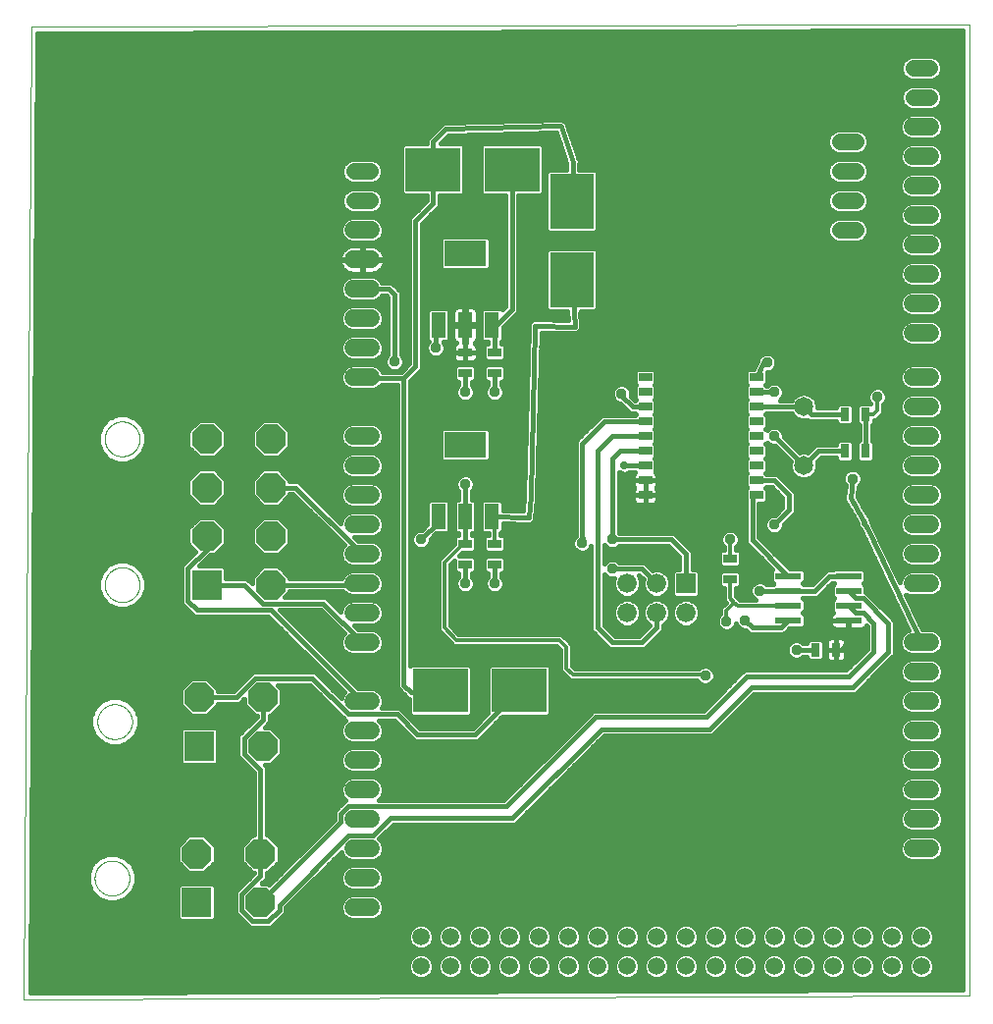
<source format=gtl>
G75*
%MOIN*%
%OFA0B0*%
%FSLAX25Y25*%
%IPPOS*%
%LPD*%
%AMOC8*
5,1,8,0,0,1.08239X$1,22.5*
%
%ADD10C,0.00000*%
%ADD11R,0.04724X0.03150*%
%ADD12R,0.03150X0.04724*%
%ADD13OC8,0.10000*%
%ADD14R,0.10000X0.10000*%
%ADD15R,0.18504X0.14961*%
%ADD16R,0.04799X0.08799*%
%ADD17R,0.14173X0.08661*%
%ADD18C,0.05906*%
%ADD19C,0.05906*%
%ADD20C,0.05600*%
%ADD21C,0.06600*%
%ADD22R,0.06600X0.06600*%
%ADD23R,0.08661X0.02362*%
%ADD24R,0.04500X0.03000*%
%ADD25C,0.06500*%
%ADD26R,0.14961X0.18504*%
%ADD27C,0.01600*%
%ADD28C,0.03762*%
%ADD29C,0.01200*%
%ADD30C,0.00600*%
%ADD31C,0.02778*%
D10*
X0001800Y0012728D02*
X0004300Y0343002D01*
X0323001Y0343939D01*
X0323001Y0013978D01*
X0001800Y0012728D01*
X0025904Y0053978D02*
X0025906Y0054131D01*
X0025912Y0054285D01*
X0025922Y0054438D01*
X0025936Y0054590D01*
X0025954Y0054743D01*
X0025976Y0054894D01*
X0026001Y0055045D01*
X0026031Y0055196D01*
X0026065Y0055346D01*
X0026102Y0055494D01*
X0026143Y0055642D01*
X0026188Y0055788D01*
X0026237Y0055934D01*
X0026290Y0056078D01*
X0026346Y0056220D01*
X0026406Y0056361D01*
X0026470Y0056501D01*
X0026537Y0056639D01*
X0026608Y0056775D01*
X0026683Y0056909D01*
X0026760Y0057041D01*
X0026842Y0057171D01*
X0026926Y0057299D01*
X0027014Y0057425D01*
X0027105Y0057548D01*
X0027199Y0057669D01*
X0027297Y0057787D01*
X0027397Y0057903D01*
X0027501Y0058016D01*
X0027607Y0058127D01*
X0027716Y0058235D01*
X0027828Y0058340D01*
X0027942Y0058441D01*
X0028060Y0058540D01*
X0028179Y0058636D01*
X0028301Y0058729D01*
X0028426Y0058818D01*
X0028553Y0058905D01*
X0028682Y0058987D01*
X0028813Y0059067D01*
X0028946Y0059143D01*
X0029081Y0059216D01*
X0029218Y0059285D01*
X0029357Y0059350D01*
X0029497Y0059412D01*
X0029639Y0059470D01*
X0029782Y0059525D01*
X0029927Y0059576D01*
X0030073Y0059623D01*
X0030220Y0059666D01*
X0030368Y0059705D01*
X0030517Y0059741D01*
X0030667Y0059772D01*
X0030818Y0059800D01*
X0030969Y0059824D01*
X0031122Y0059844D01*
X0031274Y0059860D01*
X0031427Y0059872D01*
X0031580Y0059880D01*
X0031733Y0059884D01*
X0031887Y0059884D01*
X0032040Y0059880D01*
X0032193Y0059872D01*
X0032346Y0059860D01*
X0032498Y0059844D01*
X0032651Y0059824D01*
X0032802Y0059800D01*
X0032953Y0059772D01*
X0033103Y0059741D01*
X0033252Y0059705D01*
X0033400Y0059666D01*
X0033547Y0059623D01*
X0033693Y0059576D01*
X0033838Y0059525D01*
X0033981Y0059470D01*
X0034123Y0059412D01*
X0034263Y0059350D01*
X0034402Y0059285D01*
X0034539Y0059216D01*
X0034674Y0059143D01*
X0034807Y0059067D01*
X0034938Y0058987D01*
X0035067Y0058905D01*
X0035194Y0058818D01*
X0035319Y0058729D01*
X0035441Y0058636D01*
X0035560Y0058540D01*
X0035678Y0058441D01*
X0035792Y0058340D01*
X0035904Y0058235D01*
X0036013Y0058127D01*
X0036119Y0058016D01*
X0036223Y0057903D01*
X0036323Y0057787D01*
X0036421Y0057669D01*
X0036515Y0057548D01*
X0036606Y0057425D01*
X0036694Y0057299D01*
X0036778Y0057171D01*
X0036860Y0057041D01*
X0036937Y0056909D01*
X0037012Y0056775D01*
X0037083Y0056639D01*
X0037150Y0056501D01*
X0037214Y0056361D01*
X0037274Y0056220D01*
X0037330Y0056078D01*
X0037383Y0055934D01*
X0037432Y0055788D01*
X0037477Y0055642D01*
X0037518Y0055494D01*
X0037555Y0055346D01*
X0037589Y0055196D01*
X0037619Y0055045D01*
X0037644Y0054894D01*
X0037666Y0054743D01*
X0037684Y0054590D01*
X0037698Y0054438D01*
X0037708Y0054285D01*
X0037714Y0054131D01*
X0037716Y0053978D01*
X0037714Y0053825D01*
X0037708Y0053671D01*
X0037698Y0053518D01*
X0037684Y0053366D01*
X0037666Y0053213D01*
X0037644Y0053062D01*
X0037619Y0052911D01*
X0037589Y0052760D01*
X0037555Y0052610D01*
X0037518Y0052462D01*
X0037477Y0052314D01*
X0037432Y0052168D01*
X0037383Y0052022D01*
X0037330Y0051878D01*
X0037274Y0051736D01*
X0037214Y0051595D01*
X0037150Y0051455D01*
X0037083Y0051317D01*
X0037012Y0051181D01*
X0036937Y0051047D01*
X0036860Y0050915D01*
X0036778Y0050785D01*
X0036694Y0050657D01*
X0036606Y0050531D01*
X0036515Y0050408D01*
X0036421Y0050287D01*
X0036323Y0050169D01*
X0036223Y0050053D01*
X0036119Y0049940D01*
X0036013Y0049829D01*
X0035904Y0049721D01*
X0035792Y0049616D01*
X0035678Y0049515D01*
X0035560Y0049416D01*
X0035441Y0049320D01*
X0035319Y0049227D01*
X0035194Y0049138D01*
X0035067Y0049051D01*
X0034938Y0048969D01*
X0034807Y0048889D01*
X0034674Y0048813D01*
X0034539Y0048740D01*
X0034402Y0048671D01*
X0034263Y0048606D01*
X0034123Y0048544D01*
X0033981Y0048486D01*
X0033838Y0048431D01*
X0033693Y0048380D01*
X0033547Y0048333D01*
X0033400Y0048290D01*
X0033252Y0048251D01*
X0033103Y0048215D01*
X0032953Y0048184D01*
X0032802Y0048156D01*
X0032651Y0048132D01*
X0032498Y0048112D01*
X0032346Y0048096D01*
X0032193Y0048084D01*
X0032040Y0048076D01*
X0031887Y0048072D01*
X0031733Y0048072D01*
X0031580Y0048076D01*
X0031427Y0048084D01*
X0031274Y0048096D01*
X0031122Y0048112D01*
X0030969Y0048132D01*
X0030818Y0048156D01*
X0030667Y0048184D01*
X0030517Y0048215D01*
X0030368Y0048251D01*
X0030220Y0048290D01*
X0030073Y0048333D01*
X0029927Y0048380D01*
X0029782Y0048431D01*
X0029639Y0048486D01*
X0029497Y0048544D01*
X0029357Y0048606D01*
X0029218Y0048671D01*
X0029081Y0048740D01*
X0028946Y0048813D01*
X0028813Y0048889D01*
X0028682Y0048969D01*
X0028553Y0049051D01*
X0028426Y0049138D01*
X0028301Y0049227D01*
X0028179Y0049320D01*
X0028060Y0049416D01*
X0027942Y0049515D01*
X0027828Y0049616D01*
X0027716Y0049721D01*
X0027607Y0049829D01*
X0027501Y0049940D01*
X0027397Y0050053D01*
X0027297Y0050169D01*
X0027199Y0050287D01*
X0027105Y0050408D01*
X0027014Y0050531D01*
X0026926Y0050657D01*
X0026842Y0050785D01*
X0026760Y0050915D01*
X0026683Y0051047D01*
X0026608Y0051181D01*
X0026537Y0051317D01*
X0026470Y0051455D01*
X0026406Y0051595D01*
X0026346Y0051736D01*
X0026290Y0051878D01*
X0026237Y0052022D01*
X0026188Y0052168D01*
X0026143Y0052314D01*
X0026102Y0052462D01*
X0026065Y0052610D01*
X0026031Y0052760D01*
X0026001Y0052911D01*
X0025976Y0053062D01*
X0025954Y0053213D01*
X0025936Y0053366D01*
X0025922Y0053518D01*
X0025912Y0053671D01*
X0025906Y0053825D01*
X0025904Y0053978D01*
X0026841Y0107103D02*
X0026843Y0107256D01*
X0026849Y0107410D01*
X0026859Y0107563D01*
X0026873Y0107715D01*
X0026891Y0107868D01*
X0026913Y0108019D01*
X0026938Y0108170D01*
X0026968Y0108321D01*
X0027002Y0108471D01*
X0027039Y0108619D01*
X0027080Y0108767D01*
X0027125Y0108913D01*
X0027174Y0109059D01*
X0027227Y0109203D01*
X0027283Y0109345D01*
X0027343Y0109486D01*
X0027407Y0109626D01*
X0027474Y0109764D01*
X0027545Y0109900D01*
X0027620Y0110034D01*
X0027697Y0110166D01*
X0027779Y0110296D01*
X0027863Y0110424D01*
X0027951Y0110550D01*
X0028042Y0110673D01*
X0028136Y0110794D01*
X0028234Y0110912D01*
X0028334Y0111028D01*
X0028438Y0111141D01*
X0028544Y0111252D01*
X0028653Y0111360D01*
X0028765Y0111465D01*
X0028879Y0111566D01*
X0028997Y0111665D01*
X0029116Y0111761D01*
X0029238Y0111854D01*
X0029363Y0111943D01*
X0029490Y0112030D01*
X0029619Y0112112D01*
X0029750Y0112192D01*
X0029883Y0112268D01*
X0030018Y0112341D01*
X0030155Y0112410D01*
X0030294Y0112475D01*
X0030434Y0112537D01*
X0030576Y0112595D01*
X0030719Y0112650D01*
X0030864Y0112701D01*
X0031010Y0112748D01*
X0031157Y0112791D01*
X0031305Y0112830D01*
X0031454Y0112866D01*
X0031604Y0112897D01*
X0031755Y0112925D01*
X0031906Y0112949D01*
X0032059Y0112969D01*
X0032211Y0112985D01*
X0032364Y0112997D01*
X0032517Y0113005D01*
X0032670Y0113009D01*
X0032824Y0113009D01*
X0032977Y0113005D01*
X0033130Y0112997D01*
X0033283Y0112985D01*
X0033435Y0112969D01*
X0033588Y0112949D01*
X0033739Y0112925D01*
X0033890Y0112897D01*
X0034040Y0112866D01*
X0034189Y0112830D01*
X0034337Y0112791D01*
X0034484Y0112748D01*
X0034630Y0112701D01*
X0034775Y0112650D01*
X0034918Y0112595D01*
X0035060Y0112537D01*
X0035200Y0112475D01*
X0035339Y0112410D01*
X0035476Y0112341D01*
X0035611Y0112268D01*
X0035744Y0112192D01*
X0035875Y0112112D01*
X0036004Y0112030D01*
X0036131Y0111943D01*
X0036256Y0111854D01*
X0036378Y0111761D01*
X0036497Y0111665D01*
X0036615Y0111566D01*
X0036729Y0111465D01*
X0036841Y0111360D01*
X0036950Y0111252D01*
X0037056Y0111141D01*
X0037160Y0111028D01*
X0037260Y0110912D01*
X0037358Y0110794D01*
X0037452Y0110673D01*
X0037543Y0110550D01*
X0037631Y0110424D01*
X0037715Y0110296D01*
X0037797Y0110166D01*
X0037874Y0110034D01*
X0037949Y0109900D01*
X0038020Y0109764D01*
X0038087Y0109626D01*
X0038151Y0109486D01*
X0038211Y0109345D01*
X0038267Y0109203D01*
X0038320Y0109059D01*
X0038369Y0108913D01*
X0038414Y0108767D01*
X0038455Y0108619D01*
X0038492Y0108471D01*
X0038526Y0108321D01*
X0038556Y0108170D01*
X0038581Y0108019D01*
X0038603Y0107868D01*
X0038621Y0107715D01*
X0038635Y0107563D01*
X0038645Y0107410D01*
X0038651Y0107256D01*
X0038653Y0107103D01*
X0038651Y0106950D01*
X0038645Y0106796D01*
X0038635Y0106643D01*
X0038621Y0106491D01*
X0038603Y0106338D01*
X0038581Y0106187D01*
X0038556Y0106036D01*
X0038526Y0105885D01*
X0038492Y0105735D01*
X0038455Y0105587D01*
X0038414Y0105439D01*
X0038369Y0105293D01*
X0038320Y0105147D01*
X0038267Y0105003D01*
X0038211Y0104861D01*
X0038151Y0104720D01*
X0038087Y0104580D01*
X0038020Y0104442D01*
X0037949Y0104306D01*
X0037874Y0104172D01*
X0037797Y0104040D01*
X0037715Y0103910D01*
X0037631Y0103782D01*
X0037543Y0103656D01*
X0037452Y0103533D01*
X0037358Y0103412D01*
X0037260Y0103294D01*
X0037160Y0103178D01*
X0037056Y0103065D01*
X0036950Y0102954D01*
X0036841Y0102846D01*
X0036729Y0102741D01*
X0036615Y0102640D01*
X0036497Y0102541D01*
X0036378Y0102445D01*
X0036256Y0102352D01*
X0036131Y0102263D01*
X0036004Y0102176D01*
X0035875Y0102094D01*
X0035744Y0102014D01*
X0035611Y0101938D01*
X0035476Y0101865D01*
X0035339Y0101796D01*
X0035200Y0101731D01*
X0035060Y0101669D01*
X0034918Y0101611D01*
X0034775Y0101556D01*
X0034630Y0101505D01*
X0034484Y0101458D01*
X0034337Y0101415D01*
X0034189Y0101376D01*
X0034040Y0101340D01*
X0033890Y0101309D01*
X0033739Y0101281D01*
X0033588Y0101257D01*
X0033435Y0101237D01*
X0033283Y0101221D01*
X0033130Y0101209D01*
X0032977Y0101201D01*
X0032824Y0101197D01*
X0032670Y0101197D01*
X0032517Y0101201D01*
X0032364Y0101209D01*
X0032211Y0101221D01*
X0032059Y0101237D01*
X0031906Y0101257D01*
X0031755Y0101281D01*
X0031604Y0101309D01*
X0031454Y0101340D01*
X0031305Y0101376D01*
X0031157Y0101415D01*
X0031010Y0101458D01*
X0030864Y0101505D01*
X0030719Y0101556D01*
X0030576Y0101611D01*
X0030434Y0101669D01*
X0030294Y0101731D01*
X0030155Y0101796D01*
X0030018Y0101865D01*
X0029883Y0101938D01*
X0029750Y0102014D01*
X0029619Y0102094D01*
X0029490Y0102176D01*
X0029363Y0102263D01*
X0029238Y0102352D01*
X0029116Y0102445D01*
X0028997Y0102541D01*
X0028879Y0102640D01*
X0028765Y0102741D01*
X0028653Y0102846D01*
X0028544Y0102954D01*
X0028438Y0103065D01*
X0028334Y0103178D01*
X0028234Y0103294D01*
X0028136Y0103412D01*
X0028042Y0103533D01*
X0027951Y0103656D01*
X0027863Y0103782D01*
X0027779Y0103910D01*
X0027697Y0104040D01*
X0027620Y0104172D01*
X0027545Y0104306D01*
X0027474Y0104442D01*
X0027407Y0104580D01*
X0027343Y0104720D01*
X0027283Y0104861D01*
X0027227Y0105003D01*
X0027174Y0105147D01*
X0027125Y0105293D01*
X0027080Y0105439D01*
X0027039Y0105587D01*
X0027002Y0105735D01*
X0026968Y0105885D01*
X0026938Y0106036D01*
X0026913Y0106187D01*
X0026891Y0106338D01*
X0026873Y0106491D01*
X0026859Y0106643D01*
X0026849Y0106796D01*
X0026843Y0106950D01*
X0026841Y0107103D01*
X0029341Y0153603D02*
X0029343Y0153756D01*
X0029349Y0153910D01*
X0029359Y0154063D01*
X0029373Y0154215D01*
X0029391Y0154368D01*
X0029413Y0154519D01*
X0029438Y0154670D01*
X0029468Y0154821D01*
X0029502Y0154971D01*
X0029539Y0155119D01*
X0029580Y0155267D01*
X0029625Y0155413D01*
X0029674Y0155559D01*
X0029727Y0155703D01*
X0029783Y0155845D01*
X0029843Y0155986D01*
X0029907Y0156126D01*
X0029974Y0156264D01*
X0030045Y0156400D01*
X0030120Y0156534D01*
X0030197Y0156666D01*
X0030279Y0156796D01*
X0030363Y0156924D01*
X0030451Y0157050D01*
X0030542Y0157173D01*
X0030636Y0157294D01*
X0030734Y0157412D01*
X0030834Y0157528D01*
X0030938Y0157641D01*
X0031044Y0157752D01*
X0031153Y0157860D01*
X0031265Y0157965D01*
X0031379Y0158066D01*
X0031497Y0158165D01*
X0031616Y0158261D01*
X0031738Y0158354D01*
X0031863Y0158443D01*
X0031990Y0158530D01*
X0032119Y0158612D01*
X0032250Y0158692D01*
X0032383Y0158768D01*
X0032518Y0158841D01*
X0032655Y0158910D01*
X0032794Y0158975D01*
X0032934Y0159037D01*
X0033076Y0159095D01*
X0033219Y0159150D01*
X0033364Y0159201D01*
X0033510Y0159248D01*
X0033657Y0159291D01*
X0033805Y0159330D01*
X0033954Y0159366D01*
X0034104Y0159397D01*
X0034255Y0159425D01*
X0034406Y0159449D01*
X0034559Y0159469D01*
X0034711Y0159485D01*
X0034864Y0159497D01*
X0035017Y0159505D01*
X0035170Y0159509D01*
X0035324Y0159509D01*
X0035477Y0159505D01*
X0035630Y0159497D01*
X0035783Y0159485D01*
X0035935Y0159469D01*
X0036088Y0159449D01*
X0036239Y0159425D01*
X0036390Y0159397D01*
X0036540Y0159366D01*
X0036689Y0159330D01*
X0036837Y0159291D01*
X0036984Y0159248D01*
X0037130Y0159201D01*
X0037275Y0159150D01*
X0037418Y0159095D01*
X0037560Y0159037D01*
X0037700Y0158975D01*
X0037839Y0158910D01*
X0037976Y0158841D01*
X0038111Y0158768D01*
X0038244Y0158692D01*
X0038375Y0158612D01*
X0038504Y0158530D01*
X0038631Y0158443D01*
X0038756Y0158354D01*
X0038878Y0158261D01*
X0038997Y0158165D01*
X0039115Y0158066D01*
X0039229Y0157965D01*
X0039341Y0157860D01*
X0039450Y0157752D01*
X0039556Y0157641D01*
X0039660Y0157528D01*
X0039760Y0157412D01*
X0039858Y0157294D01*
X0039952Y0157173D01*
X0040043Y0157050D01*
X0040131Y0156924D01*
X0040215Y0156796D01*
X0040297Y0156666D01*
X0040374Y0156534D01*
X0040449Y0156400D01*
X0040520Y0156264D01*
X0040587Y0156126D01*
X0040651Y0155986D01*
X0040711Y0155845D01*
X0040767Y0155703D01*
X0040820Y0155559D01*
X0040869Y0155413D01*
X0040914Y0155267D01*
X0040955Y0155119D01*
X0040992Y0154971D01*
X0041026Y0154821D01*
X0041056Y0154670D01*
X0041081Y0154519D01*
X0041103Y0154368D01*
X0041121Y0154215D01*
X0041135Y0154063D01*
X0041145Y0153910D01*
X0041151Y0153756D01*
X0041153Y0153603D01*
X0041151Y0153450D01*
X0041145Y0153296D01*
X0041135Y0153143D01*
X0041121Y0152991D01*
X0041103Y0152838D01*
X0041081Y0152687D01*
X0041056Y0152536D01*
X0041026Y0152385D01*
X0040992Y0152235D01*
X0040955Y0152087D01*
X0040914Y0151939D01*
X0040869Y0151793D01*
X0040820Y0151647D01*
X0040767Y0151503D01*
X0040711Y0151361D01*
X0040651Y0151220D01*
X0040587Y0151080D01*
X0040520Y0150942D01*
X0040449Y0150806D01*
X0040374Y0150672D01*
X0040297Y0150540D01*
X0040215Y0150410D01*
X0040131Y0150282D01*
X0040043Y0150156D01*
X0039952Y0150033D01*
X0039858Y0149912D01*
X0039760Y0149794D01*
X0039660Y0149678D01*
X0039556Y0149565D01*
X0039450Y0149454D01*
X0039341Y0149346D01*
X0039229Y0149241D01*
X0039115Y0149140D01*
X0038997Y0149041D01*
X0038878Y0148945D01*
X0038756Y0148852D01*
X0038631Y0148763D01*
X0038504Y0148676D01*
X0038375Y0148594D01*
X0038244Y0148514D01*
X0038111Y0148438D01*
X0037976Y0148365D01*
X0037839Y0148296D01*
X0037700Y0148231D01*
X0037560Y0148169D01*
X0037418Y0148111D01*
X0037275Y0148056D01*
X0037130Y0148005D01*
X0036984Y0147958D01*
X0036837Y0147915D01*
X0036689Y0147876D01*
X0036540Y0147840D01*
X0036390Y0147809D01*
X0036239Y0147781D01*
X0036088Y0147757D01*
X0035935Y0147737D01*
X0035783Y0147721D01*
X0035630Y0147709D01*
X0035477Y0147701D01*
X0035324Y0147697D01*
X0035170Y0147697D01*
X0035017Y0147701D01*
X0034864Y0147709D01*
X0034711Y0147721D01*
X0034559Y0147737D01*
X0034406Y0147757D01*
X0034255Y0147781D01*
X0034104Y0147809D01*
X0033954Y0147840D01*
X0033805Y0147876D01*
X0033657Y0147915D01*
X0033510Y0147958D01*
X0033364Y0148005D01*
X0033219Y0148056D01*
X0033076Y0148111D01*
X0032934Y0148169D01*
X0032794Y0148231D01*
X0032655Y0148296D01*
X0032518Y0148365D01*
X0032383Y0148438D01*
X0032250Y0148514D01*
X0032119Y0148594D01*
X0031990Y0148676D01*
X0031863Y0148763D01*
X0031738Y0148852D01*
X0031616Y0148945D01*
X0031497Y0149041D01*
X0031379Y0149140D01*
X0031265Y0149241D01*
X0031153Y0149346D01*
X0031044Y0149454D01*
X0030938Y0149565D01*
X0030834Y0149678D01*
X0030734Y0149794D01*
X0030636Y0149912D01*
X0030542Y0150033D01*
X0030451Y0150156D01*
X0030363Y0150282D01*
X0030279Y0150410D01*
X0030197Y0150540D01*
X0030120Y0150672D01*
X0030045Y0150806D01*
X0029974Y0150942D01*
X0029907Y0151080D01*
X0029843Y0151220D01*
X0029783Y0151361D01*
X0029727Y0151503D01*
X0029674Y0151647D01*
X0029625Y0151793D01*
X0029580Y0151939D01*
X0029539Y0152087D01*
X0029502Y0152235D01*
X0029468Y0152385D01*
X0029438Y0152536D01*
X0029413Y0152687D01*
X0029391Y0152838D01*
X0029373Y0152991D01*
X0029359Y0153143D01*
X0029349Y0153296D01*
X0029343Y0153450D01*
X0029341Y0153603D01*
X0029341Y0203103D02*
X0029343Y0203256D01*
X0029349Y0203410D01*
X0029359Y0203563D01*
X0029373Y0203715D01*
X0029391Y0203868D01*
X0029413Y0204019D01*
X0029438Y0204170D01*
X0029468Y0204321D01*
X0029502Y0204471D01*
X0029539Y0204619D01*
X0029580Y0204767D01*
X0029625Y0204913D01*
X0029674Y0205059D01*
X0029727Y0205203D01*
X0029783Y0205345D01*
X0029843Y0205486D01*
X0029907Y0205626D01*
X0029974Y0205764D01*
X0030045Y0205900D01*
X0030120Y0206034D01*
X0030197Y0206166D01*
X0030279Y0206296D01*
X0030363Y0206424D01*
X0030451Y0206550D01*
X0030542Y0206673D01*
X0030636Y0206794D01*
X0030734Y0206912D01*
X0030834Y0207028D01*
X0030938Y0207141D01*
X0031044Y0207252D01*
X0031153Y0207360D01*
X0031265Y0207465D01*
X0031379Y0207566D01*
X0031497Y0207665D01*
X0031616Y0207761D01*
X0031738Y0207854D01*
X0031863Y0207943D01*
X0031990Y0208030D01*
X0032119Y0208112D01*
X0032250Y0208192D01*
X0032383Y0208268D01*
X0032518Y0208341D01*
X0032655Y0208410D01*
X0032794Y0208475D01*
X0032934Y0208537D01*
X0033076Y0208595D01*
X0033219Y0208650D01*
X0033364Y0208701D01*
X0033510Y0208748D01*
X0033657Y0208791D01*
X0033805Y0208830D01*
X0033954Y0208866D01*
X0034104Y0208897D01*
X0034255Y0208925D01*
X0034406Y0208949D01*
X0034559Y0208969D01*
X0034711Y0208985D01*
X0034864Y0208997D01*
X0035017Y0209005D01*
X0035170Y0209009D01*
X0035324Y0209009D01*
X0035477Y0209005D01*
X0035630Y0208997D01*
X0035783Y0208985D01*
X0035935Y0208969D01*
X0036088Y0208949D01*
X0036239Y0208925D01*
X0036390Y0208897D01*
X0036540Y0208866D01*
X0036689Y0208830D01*
X0036837Y0208791D01*
X0036984Y0208748D01*
X0037130Y0208701D01*
X0037275Y0208650D01*
X0037418Y0208595D01*
X0037560Y0208537D01*
X0037700Y0208475D01*
X0037839Y0208410D01*
X0037976Y0208341D01*
X0038111Y0208268D01*
X0038244Y0208192D01*
X0038375Y0208112D01*
X0038504Y0208030D01*
X0038631Y0207943D01*
X0038756Y0207854D01*
X0038878Y0207761D01*
X0038997Y0207665D01*
X0039115Y0207566D01*
X0039229Y0207465D01*
X0039341Y0207360D01*
X0039450Y0207252D01*
X0039556Y0207141D01*
X0039660Y0207028D01*
X0039760Y0206912D01*
X0039858Y0206794D01*
X0039952Y0206673D01*
X0040043Y0206550D01*
X0040131Y0206424D01*
X0040215Y0206296D01*
X0040297Y0206166D01*
X0040374Y0206034D01*
X0040449Y0205900D01*
X0040520Y0205764D01*
X0040587Y0205626D01*
X0040651Y0205486D01*
X0040711Y0205345D01*
X0040767Y0205203D01*
X0040820Y0205059D01*
X0040869Y0204913D01*
X0040914Y0204767D01*
X0040955Y0204619D01*
X0040992Y0204471D01*
X0041026Y0204321D01*
X0041056Y0204170D01*
X0041081Y0204019D01*
X0041103Y0203868D01*
X0041121Y0203715D01*
X0041135Y0203563D01*
X0041145Y0203410D01*
X0041151Y0203256D01*
X0041153Y0203103D01*
X0041151Y0202950D01*
X0041145Y0202796D01*
X0041135Y0202643D01*
X0041121Y0202491D01*
X0041103Y0202338D01*
X0041081Y0202187D01*
X0041056Y0202036D01*
X0041026Y0201885D01*
X0040992Y0201735D01*
X0040955Y0201587D01*
X0040914Y0201439D01*
X0040869Y0201293D01*
X0040820Y0201147D01*
X0040767Y0201003D01*
X0040711Y0200861D01*
X0040651Y0200720D01*
X0040587Y0200580D01*
X0040520Y0200442D01*
X0040449Y0200306D01*
X0040374Y0200172D01*
X0040297Y0200040D01*
X0040215Y0199910D01*
X0040131Y0199782D01*
X0040043Y0199656D01*
X0039952Y0199533D01*
X0039858Y0199412D01*
X0039760Y0199294D01*
X0039660Y0199178D01*
X0039556Y0199065D01*
X0039450Y0198954D01*
X0039341Y0198846D01*
X0039229Y0198741D01*
X0039115Y0198640D01*
X0038997Y0198541D01*
X0038878Y0198445D01*
X0038756Y0198352D01*
X0038631Y0198263D01*
X0038504Y0198176D01*
X0038375Y0198094D01*
X0038244Y0198014D01*
X0038111Y0197938D01*
X0037976Y0197865D01*
X0037839Y0197796D01*
X0037700Y0197731D01*
X0037560Y0197669D01*
X0037418Y0197611D01*
X0037275Y0197556D01*
X0037130Y0197505D01*
X0036984Y0197458D01*
X0036837Y0197415D01*
X0036689Y0197376D01*
X0036540Y0197340D01*
X0036390Y0197309D01*
X0036239Y0197281D01*
X0036088Y0197257D01*
X0035935Y0197237D01*
X0035783Y0197221D01*
X0035630Y0197209D01*
X0035477Y0197201D01*
X0035324Y0197197D01*
X0035170Y0197197D01*
X0035017Y0197201D01*
X0034864Y0197209D01*
X0034711Y0197221D01*
X0034559Y0197237D01*
X0034406Y0197257D01*
X0034255Y0197281D01*
X0034104Y0197309D01*
X0033954Y0197340D01*
X0033805Y0197376D01*
X0033657Y0197415D01*
X0033510Y0197458D01*
X0033364Y0197505D01*
X0033219Y0197556D01*
X0033076Y0197611D01*
X0032934Y0197669D01*
X0032794Y0197731D01*
X0032655Y0197796D01*
X0032518Y0197865D01*
X0032383Y0197938D01*
X0032250Y0198014D01*
X0032119Y0198094D01*
X0031990Y0198176D01*
X0031863Y0198263D01*
X0031738Y0198352D01*
X0031616Y0198445D01*
X0031497Y0198541D01*
X0031379Y0198640D01*
X0031265Y0198741D01*
X0031153Y0198846D01*
X0031044Y0198954D01*
X0030938Y0199065D01*
X0030834Y0199178D01*
X0030734Y0199294D01*
X0030636Y0199412D01*
X0030542Y0199533D01*
X0030451Y0199656D01*
X0030363Y0199782D01*
X0030279Y0199910D01*
X0030197Y0200040D01*
X0030120Y0200172D01*
X0030045Y0200306D01*
X0029974Y0200442D01*
X0029907Y0200580D01*
X0029843Y0200720D01*
X0029783Y0200861D01*
X0029727Y0201003D01*
X0029674Y0201147D01*
X0029625Y0201293D01*
X0029580Y0201439D01*
X0029539Y0201587D01*
X0029502Y0201735D01*
X0029468Y0201885D01*
X0029438Y0202036D01*
X0029413Y0202187D01*
X0029391Y0202338D01*
X0029373Y0202491D01*
X0029359Y0202643D01*
X0029349Y0202796D01*
X0029343Y0202950D01*
X0029341Y0203103D01*
D11*
X0151800Y0225435D03*
X0151800Y0232522D03*
X0161800Y0232522D03*
X0161800Y0225435D03*
X0161800Y0167522D03*
X0161800Y0160435D03*
X0151800Y0160435D03*
X0151800Y0167522D03*
X0241800Y0162522D03*
X0241800Y0155435D03*
D12*
X0270757Y0131478D03*
X0277843Y0131478D03*
X0280757Y0198978D03*
X0287843Y0198978D03*
X0287843Y0211478D03*
X0280757Y0211478D03*
D13*
X0085688Y0203103D03*
X0085688Y0186603D03*
X0085688Y0170103D03*
X0085688Y0153603D03*
X0063987Y0170103D03*
X0063987Y0186603D03*
X0063987Y0203103D03*
X0061487Y0115353D03*
X0083188Y0115353D03*
X0083188Y0098853D03*
X0082250Y0062228D03*
X0082250Y0045728D03*
X0060550Y0062228D03*
D14*
X0060550Y0045728D03*
X0061487Y0098853D03*
X0063987Y0153603D03*
D15*
X0143414Y0117728D03*
X0170186Y0117728D03*
X0167686Y0294603D03*
X0140914Y0294603D03*
D16*
X0142702Y0241778D03*
X0151800Y0241778D03*
X0160898Y0241778D03*
X0160898Y0176778D03*
X0151800Y0176778D03*
X0142702Y0176778D03*
D17*
X0151800Y0201179D03*
X0151800Y0266179D03*
D18*
X0119753Y0263978D02*
X0113847Y0263978D01*
X0113847Y0253978D02*
X0119753Y0253978D01*
X0119753Y0243978D02*
X0113847Y0243978D01*
X0113847Y0233978D02*
X0119753Y0233978D01*
X0119753Y0223978D02*
X0113847Y0223978D01*
X0113847Y0203978D02*
X0119753Y0203978D01*
X0119753Y0193978D02*
X0113847Y0193978D01*
X0113847Y0183978D02*
X0119753Y0183978D01*
X0119753Y0173978D02*
X0113847Y0173978D01*
X0113847Y0163978D02*
X0119753Y0163978D01*
X0119753Y0153978D02*
X0113847Y0153978D01*
X0113847Y0143978D02*
X0119753Y0143978D01*
X0119753Y0133978D02*
X0113847Y0133978D01*
X0113847Y0113978D02*
X0119753Y0113978D01*
X0119753Y0103978D02*
X0113847Y0103978D01*
X0113847Y0093978D02*
X0119753Y0093978D01*
X0119753Y0083978D02*
X0113847Y0083978D01*
X0113847Y0073978D02*
X0119753Y0073978D01*
X0119753Y0063978D02*
X0113847Y0063978D01*
X0113847Y0053978D02*
X0119753Y0053978D01*
X0119753Y0043978D02*
X0113847Y0043978D01*
X0303847Y0063978D02*
X0309753Y0063978D01*
X0309753Y0073978D02*
X0303847Y0073978D01*
X0303847Y0083978D02*
X0309753Y0083978D01*
X0309753Y0093978D02*
X0303847Y0093978D01*
X0303847Y0103978D02*
X0309753Y0103978D01*
X0309753Y0113978D02*
X0303847Y0113978D01*
X0303847Y0123978D02*
X0309753Y0123978D01*
X0309753Y0133978D02*
X0303847Y0133978D01*
X0303847Y0153978D02*
X0309753Y0153978D01*
X0309753Y0163978D02*
X0303847Y0163978D01*
X0303847Y0173978D02*
X0309753Y0173978D01*
X0309753Y0183978D02*
X0303847Y0183978D01*
X0303847Y0193978D02*
X0309753Y0193978D01*
X0309753Y0203978D02*
X0303847Y0203978D01*
X0303847Y0213978D02*
X0309753Y0213978D01*
X0309753Y0223978D02*
X0303847Y0223978D01*
X0303847Y0238978D02*
X0309753Y0238978D01*
X0309753Y0248978D02*
X0303847Y0248978D01*
X0303847Y0258978D02*
X0309753Y0258978D01*
X0309753Y0268978D02*
X0303847Y0268978D01*
X0303847Y0278978D02*
X0309753Y0278978D01*
X0309753Y0288978D02*
X0303847Y0288978D01*
X0303847Y0298978D02*
X0309753Y0298978D01*
X0309753Y0308978D02*
X0303847Y0308978D01*
X0119753Y0273978D02*
X0113847Y0273978D01*
D19*
X0136800Y0033978D03*
X0136800Y0023978D03*
X0146800Y0023978D03*
X0156800Y0023978D03*
X0166800Y0023978D03*
X0176800Y0023978D03*
X0186800Y0023978D03*
X0196800Y0023978D03*
X0206800Y0023978D03*
X0216800Y0023978D03*
X0226800Y0023978D03*
X0236800Y0023978D03*
X0246800Y0023978D03*
X0256800Y0023978D03*
X0266800Y0023978D03*
X0276800Y0023978D03*
X0286800Y0023978D03*
X0296800Y0023978D03*
X0306800Y0023978D03*
X0306800Y0033978D03*
X0296800Y0033978D03*
X0286800Y0033978D03*
X0276800Y0033978D03*
X0266800Y0033978D03*
X0256800Y0033978D03*
X0246800Y0033978D03*
X0236800Y0033978D03*
X0226800Y0033978D03*
X0216800Y0033978D03*
X0206800Y0033978D03*
X0196800Y0033978D03*
X0186800Y0033978D03*
X0176800Y0033978D03*
X0166800Y0033978D03*
X0156800Y0033978D03*
X0146800Y0033978D03*
D20*
X0279000Y0273978D02*
X0284600Y0273978D01*
X0284600Y0283978D02*
X0279000Y0283978D01*
X0279000Y0293978D02*
X0284600Y0293978D01*
X0284600Y0303978D02*
X0279000Y0303978D01*
X0304000Y0318978D02*
X0309600Y0318978D01*
X0309600Y0328978D02*
X0304000Y0328978D01*
X0119600Y0293978D02*
X0114000Y0293978D01*
X0114000Y0283978D02*
X0119600Y0283978D01*
D21*
X0206800Y0153978D03*
X0206800Y0143978D03*
X0216800Y0143978D03*
X0226800Y0143978D03*
X0216800Y0153978D03*
D22*
X0226800Y0153978D03*
D23*
X0261564Y0151478D03*
X0261564Y0146478D03*
X0261564Y0141478D03*
X0261564Y0156478D03*
X0282036Y0156478D03*
X0282036Y0151478D03*
X0282036Y0146478D03*
X0282036Y0141478D03*
D24*
X0250650Y0183978D03*
X0250650Y0188978D03*
X0250650Y0193978D03*
X0250650Y0198978D03*
X0250650Y0203978D03*
X0250650Y0208978D03*
X0250650Y0213978D03*
X0250650Y0218978D03*
X0250650Y0223978D03*
X0212950Y0223978D03*
X0212950Y0218978D03*
X0212950Y0213978D03*
X0212950Y0208978D03*
X0212950Y0203978D03*
X0212950Y0198978D03*
X0212950Y0193978D03*
X0212950Y0188978D03*
X0212950Y0183978D03*
D25*
X0266800Y0193978D03*
X0266800Y0213978D03*
D26*
X0188050Y0257155D03*
X0188050Y0283927D03*
D27*
X0188414Y0297103D01*
X0184300Y0308978D01*
X0183987Y0309291D02*
X0145238Y0308353D01*
X0140914Y0304030D01*
X0140914Y0294603D01*
X0140914Y0283093D01*
X0134925Y0277103D01*
X0134925Y0227728D01*
X0130862Y0223666D01*
X0130862Y0119603D01*
X0133363Y0117103D01*
X0142789Y0117103D01*
X0143414Y0117728D01*
X0154066Y0117882D02*
X0159534Y0117882D01*
X0159534Y0119480D02*
X0154066Y0119480D01*
X0154066Y0121079D02*
X0159534Y0121079D01*
X0159534Y0122677D02*
X0154066Y0122677D01*
X0154066Y0124276D02*
X0159534Y0124276D01*
X0159534Y0125789D02*
X0159534Y0110188D01*
X0154275Y0104928D01*
X0136461Y0104928D01*
X0130853Y0110537D01*
X0129564Y0111826D01*
X0123572Y0111826D01*
X0124105Y0113113D01*
X0124105Y0114844D01*
X0123443Y0116444D01*
X0122218Y0117669D01*
X0120619Y0118331D01*
X0115559Y0118331D01*
X0088886Y0145003D01*
X0102664Y0145003D01*
X0110690Y0136977D01*
X0110157Y0136444D01*
X0109494Y0134844D01*
X0109494Y0133113D01*
X0110157Y0131513D01*
X0111382Y0130288D01*
X0112981Y0129626D01*
X0120619Y0129626D01*
X0122218Y0130288D01*
X0123443Y0131513D01*
X0124105Y0133113D01*
X0124105Y0134844D01*
X0123443Y0136444D01*
X0122218Y0137669D01*
X0120619Y0138331D01*
X0115559Y0138331D01*
X0114264Y0139626D01*
X0120619Y0139626D01*
X0122218Y0140288D01*
X0123443Y0141513D01*
X0124105Y0143113D01*
X0124105Y0144844D01*
X0123443Y0146444D01*
X0122218Y0147669D01*
X0120619Y0148331D01*
X0112981Y0148331D01*
X0111382Y0147669D01*
X0110157Y0146444D01*
X0109494Y0144844D01*
X0109494Y0144395D01*
X0105775Y0148115D01*
X0104486Y0149403D01*
X0090538Y0149403D01*
X0092087Y0150952D01*
X0092087Y0151403D01*
X0110267Y0151403D01*
X0111382Y0150288D01*
X0112981Y0149626D01*
X0120619Y0149626D01*
X0122218Y0150288D01*
X0123443Y0151513D01*
X0124105Y0153113D01*
X0124105Y0154844D01*
X0123443Y0156444D01*
X0122218Y0157669D01*
X0120619Y0158331D01*
X0112981Y0158331D01*
X0111382Y0157669D01*
X0110157Y0156444D01*
X0109892Y0155803D01*
X0092087Y0155803D01*
X0092087Y0156254D01*
X0088338Y0160003D01*
X0083037Y0160003D01*
X0079288Y0156254D01*
X0079288Y0154064D01*
X0077548Y0155803D01*
X0070387Y0155803D01*
X0070387Y0159183D01*
X0069567Y0160003D01*
X0061519Y0160003D01*
X0065219Y0163703D01*
X0066638Y0163703D01*
X0070387Y0167452D01*
X0070387Y0172754D01*
X0066638Y0176503D01*
X0061337Y0176503D01*
X0057587Y0172754D01*
X0057587Y0167452D01*
X0060166Y0164874D01*
X0055387Y0160095D01*
X0055387Y0147112D01*
X0058408Y0144092D01*
X0059696Y0142803D01*
X0084864Y0142803D01*
X0110690Y0116977D01*
X0110157Y0116444D01*
X0109624Y0115157D01*
X0100828Y0123953D01*
X0079625Y0123953D01*
X0078337Y0122665D01*
X0073225Y0117553D01*
X0067887Y0117553D01*
X0067887Y0118004D01*
X0064138Y0121753D01*
X0058837Y0121753D01*
X0055087Y0118004D01*
X0055087Y0112702D01*
X0058837Y0108953D01*
X0064138Y0108953D01*
X0067887Y0112702D01*
X0067887Y0113153D01*
X0075048Y0113153D01*
X0076788Y0114893D01*
X0076788Y0112702D01*
X0080537Y0108953D01*
X0080988Y0108953D01*
X0080988Y0108816D01*
X0074588Y0102416D01*
X0074588Y0095291D01*
X0080050Y0089829D01*
X0080050Y0068628D01*
X0079599Y0068628D01*
X0075850Y0064879D01*
X0075850Y0059577D01*
X0079599Y0055828D01*
X0080050Y0055828D01*
X0080050Y0055691D01*
X0073650Y0049291D01*
X0073650Y0042166D01*
X0077399Y0038417D01*
X0078688Y0037128D01*
X0085812Y0037128D01*
X0089561Y0040877D01*
X0090850Y0042166D01*
X0090850Y0044026D01*
X0109624Y0062800D01*
X0110157Y0061513D01*
X0111382Y0060288D01*
X0112981Y0059626D01*
X0120619Y0059626D01*
X0122218Y0060288D01*
X0123443Y0061513D01*
X0124105Y0063113D01*
X0124105Y0064844D01*
X0123443Y0066444D01*
X0122597Y0067290D01*
X0127399Y0072091D01*
X0168649Y0072091D01*
X0198961Y0102403D01*
X0235836Y0102403D01*
X0249899Y0116466D01*
X0284274Y0116466D01*
X0296461Y0128653D01*
X0296461Y0128653D01*
X0297750Y0129942D01*
X0297750Y0141368D01*
X0287858Y0151260D01*
X0287767Y0151260D01*
X0287767Y0153239D01*
X0287028Y0153978D01*
X0287767Y0154717D01*
X0287767Y0158239D01*
X0286947Y0159060D01*
X0277126Y0159060D01*
X0276745Y0158678D01*
X0274639Y0158678D01*
X0269639Y0153678D01*
X0266855Y0153678D01*
X0266555Y0153978D01*
X0267294Y0154717D01*
X0267294Y0158239D01*
X0266474Y0159060D01*
X0262094Y0159060D01*
X0251500Y0169654D01*
X0251500Y0181078D01*
X0253480Y0181078D01*
X0254300Y0181899D01*
X0254300Y0186058D01*
X0253880Y0186478D01*
X0254180Y0186778D01*
X0255889Y0186778D01*
X0259600Y0183067D01*
X0259600Y0179890D01*
X0256970Y0177260D01*
X0256147Y0177260D01*
X0254941Y0176760D01*
X0254018Y0175837D01*
X0253519Y0174631D01*
X0253519Y0173326D01*
X0254018Y0172120D01*
X0254941Y0171197D01*
X0256147Y0170697D01*
X0257453Y0170697D01*
X0258659Y0171197D01*
X0259582Y0172120D01*
X0260081Y0173326D01*
X0260081Y0174148D01*
X0264000Y0178067D01*
X0264000Y0184890D01*
X0262711Y0186178D01*
X0257711Y0191178D01*
X0254180Y0191178D01*
X0253880Y0191478D01*
X0254300Y0191899D01*
X0254300Y0196058D01*
X0253880Y0196478D01*
X0254300Y0196899D01*
X0254300Y0201058D01*
X0253880Y0201478D01*
X0254270Y0201868D01*
X0254941Y0201197D01*
X0256147Y0200697D01*
X0256970Y0200697D01*
X0262330Y0195337D01*
X0262150Y0194903D01*
X0262150Y0193054D01*
X0262858Y0191344D01*
X0264166Y0190036D01*
X0265875Y0189328D01*
X0267725Y0189328D01*
X0269434Y0190036D01*
X0270742Y0191344D01*
X0271450Y0193054D01*
X0271450Y0194903D01*
X0271270Y0195337D01*
X0272711Y0196778D01*
X0277782Y0196778D01*
X0277782Y0196036D01*
X0278602Y0195216D01*
X0282911Y0195216D01*
X0283731Y0196036D01*
X0283731Y0201921D01*
X0282911Y0202741D01*
X0278602Y0202741D01*
X0277782Y0201921D01*
X0277782Y0201178D01*
X0270889Y0201178D01*
X0269600Y0199890D01*
X0268159Y0198449D01*
X0267725Y0198628D01*
X0265875Y0198628D01*
X0265441Y0198449D01*
X0260081Y0203809D01*
X0260081Y0204631D01*
X0259582Y0205837D01*
X0258659Y0206760D01*
X0257453Y0207260D01*
X0256147Y0207260D01*
X0254941Y0206760D01*
X0254270Y0206088D01*
X0253880Y0206478D01*
X0254300Y0206899D01*
X0254300Y0211058D01*
X0253880Y0211478D01*
X0254180Y0211778D01*
X0262678Y0211778D01*
X0262858Y0211344D01*
X0264166Y0210036D01*
X0265875Y0209328D01*
X0267725Y0209328D01*
X0268159Y0209508D01*
X0268389Y0209278D01*
X0277782Y0209278D01*
X0277782Y0208536D01*
X0278602Y0207716D01*
X0282911Y0207716D01*
X0283731Y0208536D01*
X0283731Y0214421D01*
X0282911Y0215241D01*
X0278602Y0215241D01*
X0277782Y0214421D01*
X0277782Y0213678D01*
X0271450Y0213678D01*
X0271450Y0214903D01*
X0270742Y0216612D01*
X0269434Y0217921D01*
X0267725Y0218628D01*
X0265875Y0218628D01*
X0264166Y0217921D01*
X0262858Y0216612D01*
X0262678Y0216178D01*
X0258614Y0216178D01*
X0258659Y0216197D01*
X0259582Y0217120D01*
X0260081Y0218326D01*
X0260081Y0219631D01*
X0259582Y0220837D01*
X0258659Y0221760D01*
X0257453Y0222260D01*
X0256147Y0222260D01*
X0254941Y0221760D01*
X0254360Y0221178D01*
X0254180Y0221178D01*
X0253880Y0221478D01*
X0254300Y0221899D01*
X0254300Y0225697D01*
X0254953Y0225697D01*
X0256159Y0226197D01*
X0257082Y0227120D01*
X0257581Y0228326D01*
X0257581Y0229631D01*
X0257082Y0230837D01*
X0256159Y0231760D01*
X0254953Y0232260D01*
X0253647Y0232260D01*
X0252441Y0231760D01*
X0251518Y0230837D01*
X0251250Y0230190D01*
X0250950Y0229890D01*
X0250950Y0229498D01*
X0249640Y0226878D01*
X0247820Y0226878D01*
X0247000Y0226058D01*
X0247000Y0221899D01*
X0247420Y0221478D01*
X0247000Y0221058D01*
X0247000Y0216899D01*
X0247420Y0216478D01*
X0247000Y0216058D01*
X0247000Y0211899D01*
X0247420Y0211478D01*
X0247000Y0211058D01*
X0247000Y0206899D01*
X0247420Y0206478D01*
X0247000Y0206058D01*
X0247000Y0201899D01*
X0247420Y0201478D01*
X0247000Y0201058D01*
X0247000Y0196899D01*
X0247420Y0196478D01*
X0247000Y0196058D01*
X0247000Y0191899D01*
X0247420Y0191478D01*
X0247000Y0191058D01*
X0247000Y0186899D01*
X0247420Y0186478D01*
X0247000Y0186058D01*
X0247000Y0181899D01*
X0247100Y0181799D01*
X0247100Y0167831D01*
X0256262Y0158669D01*
X0255833Y0158239D01*
X0255833Y0154717D01*
X0256572Y0153978D01*
X0256272Y0153678D01*
X0254240Y0153678D01*
X0253659Y0154260D01*
X0252453Y0154760D01*
X0251147Y0154760D01*
X0249941Y0154260D01*
X0249018Y0153337D01*
X0248519Y0152131D01*
X0248519Y0150826D01*
X0249018Y0149620D01*
X0249941Y0148697D01*
X0250469Y0148478D01*
X0245128Y0148478D01*
X0244035Y0149572D01*
X0244035Y0149572D01*
X0243800Y0149807D01*
X0243800Y0152460D01*
X0244742Y0152460D01*
X0245562Y0153280D01*
X0245562Y0157590D01*
X0244742Y0158410D01*
X0238858Y0158410D01*
X0238038Y0157590D01*
X0238038Y0153280D01*
X0238858Y0152460D01*
X0239800Y0152460D01*
X0239800Y0148150D01*
X0240378Y0147572D01*
X0238550Y0145744D01*
X0238550Y0143806D01*
X0237768Y0143025D01*
X0237269Y0141819D01*
X0237269Y0140513D01*
X0237768Y0139307D01*
X0238691Y0138384D01*
X0239897Y0137885D01*
X0241203Y0137885D01*
X0242409Y0138384D01*
X0243332Y0139307D01*
X0243740Y0140293D01*
X0244018Y0139620D01*
X0244941Y0138697D01*
X0246147Y0138197D01*
X0246970Y0138197D01*
X0247100Y0138067D01*
X0248389Y0136778D01*
X0259975Y0136778D01*
X0262094Y0138897D01*
X0266474Y0138897D01*
X0267294Y0139717D01*
X0267294Y0143239D01*
X0266555Y0143978D01*
X0267294Y0144717D01*
X0267294Y0148239D01*
X0266555Y0148978D01*
X0266855Y0149278D01*
X0271461Y0149278D01*
X0272750Y0150567D01*
X0276461Y0154278D01*
X0276745Y0154278D01*
X0277045Y0153978D01*
X0276306Y0153239D01*
X0276306Y0149717D01*
X0277045Y0148978D01*
X0276306Y0148239D01*
X0276306Y0144717D01*
X0276805Y0144218D01*
X0276600Y0144100D01*
X0276265Y0143765D01*
X0276028Y0143354D01*
X0275906Y0142897D01*
X0275905Y0141479D01*
X0282036Y0141479D01*
X0282036Y0141478D01*
X0282036Y0141478D01*
X0282036Y0138497D01*
X0277469Y0138497D01*
X0277011Y0138620D01*
X0276600Y0138857D01*
X0276265Y0139192D01*
X0276028Y0139603D01*
X0275906Y0140060D01*
X0275906Y0141478D01*
X0282036Y0141478D01*
X0282036Y0138497D01*
X0286604Y0138497D01*
X0287062Y0138620D01*
X0287472Y0138857D01*
X0287807Y0139192D01*
X0288044Y0139603D01*
X0288097Y0139798D01*
X0288350Y0139545D01*
X0288350Y0131765D01*
X0281201Y0124616D01*
X0246514Y0124616D01*
X0245225Y0123327D01*
X0232764Y0110866D01*
X0195264Y0110866D01*
X0193975Y0109577D01*
X0164929Y0080531D01*
X0122461Y0080531D01*
X0123443Y0081513D01*
X0124105Y0083113D01*
X0124105Y0084844D01*
X0123443Y0086444D01*
X0122218Y0087669D01*
X0120619Y0088331D01*
X0112981Y0088331D01*
X0111382Y0087669D01*
X0110157Y0086444D01*
X0109494Y0084844D01*
X0109494Y0083113D01*
X0110157Y0081513D01*
X0111139Y0080531D01*
X0111133Y0080531D01*
X0109844Y0079242D01*
X0108583Y0077981D01*
X0107294Y0076693D01*
X0107294Y0073884D01*
X0085220Y0051810D01*
X0084901Y0052128D01*
X0082710Y0052128D01*
X0084450Y0053868D01*
X0084450Y0055828D01*
X0084901Y0055828D01*
X0088650Y0059577D01*
X0088650Y0064879D01*
X0084901Y0068628D01*
X0084450Y0068628D01*
X0084450Y0091651D01*
X0083648Y0092453D01*
X0085838Y0092453D01*
X0089587Y0096202D01*
X0089587Y0101504D01*
X0085838Y0105253D01*
X0083648Y0105253D01*
X0085387Y0106993D01*
X0085387Y0108953D01*
X0085838Y0108953D01*
X0089587Y0112702D01*
X0089587Y0118004D01*
X0088038Y0119553D01*
X0099005Y0119553D01*
X0111133Y0107426D01*
X0111139Y0107426D01*
X0110157Y0106444D01*
X0109494Y0104844D01*
X0109494Y0103113D01*
X0110157Y0101513D01*
X0111382Y0100288D01*
X0112981Y0099626D01*
X0120619Y0099626D01*
X0122218Y0100288D01*
X0123443Y0101513D01*
X0124105Y0103113D01*
X0124105Y0104844D01*
X0123443Y0106444D01*
X0122461Y0107426D01*
X0127741Y0107426D01*
X0133350Y0101817D01*
X0134639Y0100528D01*
X0156097Y0100528D01*
X0164417Y0108848D01*
X0180018Y0108848D01*
X0180838Y0109668D01*
X0180838Y0125789D01*
X0180018Y0126609D01*
X0160354Y0126609D01*
X0159534Y0125789D01*
X0159619Y0125874D02*
X0153981Y0125874D01*
X0154066Y0125789D02*
X0153246Y0126609D01*
X0133582Y0126609D01*
X0133062Y0126089D01*
X0133062Y0222755D01*
X0137125Y0226817D01*
X0137125Y0276192D01*
X0143114Y0282181D01*
X0143114Y0285723D01*
X0150746Y0285723D01*
X0151566Y0286543D01*
X0151566Y0302664D01*
X0150746Y0303484D01*
X0143479Y0303484D01*
X0146171Y0306175D01*
X0182637Y0307058D01*
X0186204Y0296763D01*
X0186144Y0294579D01*
X0179990Y0294579D01*
X0179170Y0293759D01*
X0179170Y0274095D01*
X0179990Y0273275D01*
X0196110Y0273275D01*
X0196930Y0274095D01*
X0196930Y0293759D01*
X0196110Y0294579D01*
X0190545Y0294579D01*
X0190600Y0296569D01*
X0190791Y0296963D01*
X0190624Y0297444D01*
X0190638Y0297954D01*
X0190338Y0298271D01*
X0186080Y0310560D01*
X0185601Y0310793D01*
X0184845Y0311512D01*
X0145211Y0310553D01*
X0144326Y0310553D01*
X0144304Y0310532D01*
X0144273Y0310531D01*
X0143663Y0309890D01*
X0138714Y0304941D01*
X0138714Y0303484D01*
X0131082Y0303484D01*
X0130262Y0302664D01*
X0130262Y0286543D01*
X0131082Y0285723D01*
X0138714Y0285723D01*
X0138714Y0284004D01*
X0134014Y0279303D01*
X0132725Y0278015D01*
X0132725Y0228640D01*
X0129951Y0225866D01*
X0123682Y0225866D01*
X0123443Y0226444D01*
X0122218Y0227669D01*
X0120619Y0228331D01*
X0112981Y0228331D01*
X0111382Y0227669D01*
X0110157Y0226444D01*
X0109494Y0224844D01*
X0109494Y0223113D01*
X0110157Y0221513D01*
X0111382Y0220288D01*
X0112981Y0219626D01*
X0120619Y0219626D01*
X0122218Y0220288D01*
X0123396Y0221466D01*
X0128662Y0221466D01*
X0128662Y0118692D01*
X0131163Y0116192D01*
X0132451Y0114903D01*
X0132762Y0114903D01*
X0132762Y0109668D01*
X0133582Y0108848D01*
X0153246Y0108848D01*
X0154066Y0109668D01*
X0154066Y0125789D01*
X0147847Y0132916D02*
X0182847Y0132916D01*
X0184175Y0131588D01*
X0184175Y0124400D01*
X0186362Y0122213D01*
X0187534Y0121041D01*
X0230510Y0121041D01*
X0230581Y0120870D01*
X0231504Y0119947D01*
X0232710Y0119447D01*
X0234015Y0119447D01*
X0235221Y0119947D01*
X0236144Y0120870D01*
X0236644Y0122076D01*
X0236644Y0123381D01*
X0236144Y0124587D01*
X0235221Y0125510D01*
X0234015Y0126010D01*
X0232710Y0126010D01*
X0231504Y0125510D01*
X0231035Y0125041D01*
X0189191Y0125041D01*
X0188175Y0126057D01*
X0188175Y0133244D01*
X0187003Y0134416D01*
X0184503Y0136916D01*
X0149503Y0136916D01*
X0146612Y0139807D01*
X0146612Y0160338D01*
X0148038Y0161763D01*
X0148038Y0158280D01*
X0148858Y0157460D01*
X0149600Y0157460D01*
X0149600Y0156419D01*
X0149018Y0155837D01*
X0148519Y0154631D01*
X0148519Y0153326D01*
X0149018Y0152120D01*
X0149941Y0151197D01*
X0151147Y0150697D01*
X0152453Y0150697D01*
X0153659Y0151197D01*
X0154582Y0152120D01*
X0155081Y0153326D01*
X0155081Y0154631D01*
X0154582Y0155837D01*
X0154000Y0156419D01*
X0154000Y0157460D01*
X0154742Y0157460D01*
X0155562Y0158280D01*
X0155562Y0162590D01*
X0154742Y0163410D01*
X0149685Y0163410D01*
X0150822Y0164547D01*
X0154742Y0164547D01*
X0155562Y0165367D01*
X0155562Y0169676D01*
X0154742Y0170497D01*
X0154000Y0170497D01*
X0154000Y0170978D01*
X0154780Y0170978D01*
X0155600Y0171798D01*
X0155600Y0181757D01*
X0154780Y0182577D01*
X0154000Y0182577D01*
X0154000Y0185288D01*
X0154582Y0185870D01*
X0155081Y0187076D01*
X0155081Y0188381D01*
X0154582Y0189587D01*
X0153659Y0190510D01*
X0152453Y0191010D01*
X0151147Y0191010D01*
X0149941Y0190510D01*
X0149018Y0189587D01*
X0148519Y0188381D01*
X0148519Y0187076D01*
X0149018Y0185870D01*
X0149600Y0185288D01*
X0149600Y0182577D01*
X0148820Y0182577D01*
X0148000Y0181757D01*
X0148000Y0171798D01*
X0148820Y0170978D01*
X0149600Y0170978D01*
X0149600Y0170497D01*
X0148858Y0170497D01*
X0148038Y0169676D01*
X0148038Y0167420D01*
X0143784Y0163166D01*
X0142613Y0161994D01*
X0142613Y0138150D01*
X0146675Y0134088D01*
X0147847Y0132916D01*
X0146896Y0133867D02*
X0133062Y0133867D01*
X0133062Y0135465D02*
X0145297Y0135465D01*
X0143699Y0137064D02*
X0133062Y0137064D01*
X0133062Y0138662D02*
X0142613Y0138662D01*
X0142613Y0140261D02*
X0133062Y0140261D01*
X0133062Y0141859D02*
X0142613Y0141859D01*
X0142613Y0143458D02*
X0133062Y0143458D01*
X0133062Y0145056D02*
X0142613Y0145056D01*
X0142613Y0146655D02*
X0133062Y0146655D01*
X0133062Y0148253D02*
X0142613Y0148253D01*
X0142613Y0149852D02*
X0133062Y0149852D01*
X0133062Y0151450D02*
X0142613Y0151450D01*
X0142613Y0153049D02*
X0133062Y0153049D01*
X0133062Y0154647D02*
X0142613Y0154647D01*
X0142613Y0156246D02*
X0133062Y0156246D01*
X0133062Y0157844D02*
X0142613Y0157844D01*
X0142613Y0159443D02*
X0133062Y0159443D01*
X0133062Y0161041D02*
X0142613Y0161041D01*
X0143258Y0162640D02*
X0133062Y0162640D01*
X0133062Y0164239D02*
X0144857Y0164239D01*
X0146455Y0165837D02*
X0137790Y0165837D01*
X0137453Y0165697D02*
X0138659Y0166197D01*
X0139582Y0167120D01*
X0140081Y0168326D01*
X0140081Y0169148D01*
X0141911Y0170978D01*
X0145681Y0170978D01*
X0146501Y0171798D01*
X0146501Y0181757D01*
X0145681Y0182577D01*
X0139722Y0182577D01*
X0138902Y0181757D01*
X0138902Y0174192D01*
X0136970Y0172260D01*
X0136147Y0172260D01*
X0134941Y0171760D01*
X0134018Y0170837D01*
X0133519Y0169631D01*
X0133519Y0168326D01*
X0134018Y0167120D01*
X0134941Y0166197D01*
X0136147Y0165697D01*
X0137453Y0165697D01*
X0135810Y0165837D02*
X0133062Y0165837D01*
X0133062Y0167436D02*
X0133888Y0167436D01*
X0133519Y0169034D02*
X0133062Y0169034D01*
X0133062Y0170633D02*
X0133934Y0170633D01*
X0133062Y0172231D02*
X0136079Y0172231D01*
X0138540Y0173830D02*
X0133062Y0173830D01*
X0133062Y0175428D02*
X0138902Y0175428D01*
X0138902Y0177027D02*
X0133062Y0177027D01*
X0133062Y0178625D02*
X0138902Y0178625D01*
X0138902Y0180224D02*
X0133062Y0180224D01*
X0133062Y0181822D02*
X0138967Y0181822D01*
X0142702Y0176778D02*
X0142702Y0174880D01*
X0136800Y0168978D01*
X0140081Y0169034D02*
X0148038Y0169034D01*
X0148038Y0167436D02*
X0139712Y0167436D01*
X0141565Y0170633D02*
X0149600Y0170633D01*
X0148000Y0172231D02*
X0146501Y0172231D01*
X0146501Y0173830D02*
X0148000Y0173830D01*
X0148000Y0175428D02*
X0146501Y0175428D01*
X0146501Y0177027D02*
X0148000Y0177027D01*
X0148000Y0178625D02*
X0146501Y0178625D01*
X0146501Y0180224D02*
X0148000Y0180224D01*
X0148065Y0181822D02*
X0146436Y0181822D01*
X0149600Y0183421D02*
X0133062Y0183421D01*
X0133062Y0185019D02*
X0149600Y0185019D01*
X0148709Y0186618D02*
X0133062Y0186618D01*
X0133062Y0188216D02*
X0148519Y0188216D01*
X0149246Y0189815D02*
X0133062Y0189815D01*
X0133062Y0191413D02*
X0171996Y0191413D01*
X0171953Y0189815D02*
X0154354Y0189815D01*
X0155081Y0188216D02*
X0171910Y0188216D01*
X0171866Y0186618D02*
X0154891Y0186618D01*
X0154000Y0185019D02*
X0171823Y0185019D01*
X0171790Y0183793D02*
X0171340Y0178716D01*
X0164698Y0178883D01*
X0164698Y0181757D01*
X0163878Y0182577D01*
X0157919Y0182577D01*
X0157099Y0181757D01*
X0157099Y0171798D01*
X0157919Y0170978D01*
X0159800Y0170978D01*
X0159800Y0170497D01*
X0158858Y0170497D01*
X0158038Y0169676D01*
X0158038Y0165367D01*
X0158858Y0164547D01*
X0164742Y0164547D01*
X0165562Y0165367D01*
X0165562Y0169676D01*
X0164742Y0170497D01*
X0163800Y0170497D01*
X0163800Y0170978D01*
X0163878Y0170978D01*
X0164698Y0171798D01*
X0164698Y0174482D01*
X0173224Y0174268D01*
X0174063Y0174193D01*
X0174124Y0174245D01*
X0174205Y0174243D01*
X0174815Y0174823D01*
X0175460Y0175363D01*
X0175467Y0175443D01*
X0175526Y0175499D01*
X0175547Y0176340D01*
X0176105Y0182642D01*
X0176162Y0182696D01*
X0176185Y0183539D01*
X0176259Y0184379D01*
X0176209Y0184439D01*
X0177690Y0239228D01*
X0188139Y0238985D01*
X0188225Y0238910D01*
X0189035Y0238964D01*
X0189847Y0238945D01*
X0189930Y0239024D01*
X0190043Y0239031D01*
X0190578Y0239643D01*
X0191166Y0240204D01*
X0191168Y0240317D01*
X0191243Y0240403D01*
X0191189Y0241214D01*
X0191208Y0242026D01*
X0191130Y0242108D01*
X0190892Y0245667D01*
X0191000Y0245774D01*
X0191000Y0245840D01*
X0191043Y0245889D01*
X0191002Y0246503D01*
X0196110Y0246503D01*
X0196930Y0247323D01*
X0196930Y0266987D01*
X0196110Y0267807D01*
X0179990Y0267807D01*
X0179170Y0266987D01*
X0179170Y0247323D01*
X0179990Y0246503D01*
X0186427Y0246503D01*
X0186632Y0243421D01*
X0175605Y0243678D01*
X0174698Y0243702D01*
X0174695Y0243699D01*
X0174690Y0243699D01*
X0174034Y0243073D01*
X0173375Y0242449D01*
X0173375Y0242444D01*
X0173372Y0242441D01*
X0173351Y0241534D01*
X0171790Y0183793D01*
X0171757Y0183421D02*
X0154000Y0183421D01*
X0155535Y0181822D02*
X0157164Y0181822D01*
X0157099Y0180224D02*
X0155600Y0180224D01*
X0155600Y0178625D02*
X0157099Y0178625D01*
X0157099Y0177027D02*
X0155600Y0177027D01*
X0155600Y0175428D02*
X0157099Y0175428D01*
X0157099Y0173830D02*
X0155600Y0173830D01*
X0155600Y0172231D02*
X0157099Y0172231D01*
X0159800Y0170633D02*
X0154000Y0170633D01*
X0155562Y0169034D02*
X0158038Y0169034D01*
X0158038Y0167436D02*
X0155562Y0167436D01*
X0155562Y0165837D02*
X0158038Y0165837D01*
X0158858Y0163410D02*
X0158038Y0162590D01*
X0158038Y0158280D01*
X0158858Y0157460D01*
X0159600Y0157460D01*
X0159600Y0156419D01*
X0159018Y0155837D01*
X0158519Y0154631D01*
X0158519Y0153326D01*
X0159018Y0152120D01*
X0159941Y0151197D01*
X0161147Y0150697D01*
X0162453Y0150697D01*
X0163659Y0151197D01*
X0164582Y0152120D01*
X0165081Y0153326D01*
X0165081Y0154631D01*
X0164582Y0155837D01*
X0164000Y0156419D01*
X0164000Y0157460D01*
X0164742Y0157460D01*
X0165562Y0158280D01*
X0165562Y0162590D01*
X0164742Y0163410D01*
X0158858Y0163410D01*
X0158088Y0162640D02*
X0155512Y0162640D01*
X0155562Y0161041D02*
X0158038Y0161041D01*
X0158038Y0159443D02*
X0155562Y0159443D01*
X0155126Y0157844D02*
X0158474Y0157844D01*
X0159427Y0156246D02*
X0154173Y0156246D01*
X0155074Y0154647D02*
X0158526Y0154647D01*
X0158634Y0153049D02*
X0154966Y0153049D01*
X0153912Y0151450D02*
X0159688Y0151450D01*
X0161800Y0153978D02*
X0161800Y0160435D01*
X0165562Y0161041D02*
X0194600Y0161041D01*
X0194600Y0159443D02*
X0165562Y0159443D01*
X0165126Y0157844D02*
X0194600Y0157844D01*
X0194600Y0156246D02*
X0164173Y0156246D01*
X0165074Y0154647D02*
X0194600Y0154647D01*
X0194600Y0153049D02*
X0164966Y0153049D01*
X0163912Y0151450D02*
X0194600Y0151450D01*
X0194600Y0149852D02*
X0146612Y0149852D01*
X0146612Y0151450D02*
X0149688Y0151450D01*
X0148634Y0153049D02*
X0146612Y0153049D01*
X0146612Y0154647D02*
X0148526Y0154647D01*
X0149427Y0156246D02*
X0146612Y0156246D01*
X0146612Y0157844D02*
X0148474Y0157844D01*
X0148038Y0159443D02*
X0146612Y0159443D01*
X0147316Y0161041D02*
X0148038Y0161041D01*
X0151800Y0160435D02*
X0151800Y0153978D01*
X0146612Y0148253D02*
X0194600Y0148253D01*
X0194600Y0146655D02*
X0146612Y0146655D01*
X0146612Y0145056D02*
X0194600Y0145056D01*
X0194600Y0143458D02*
X0146612Y0143458D01*
X0146612Y0141859D02*
X0194600Y0141859D01*
X0194600Y0140261D02*
X0146612Y0140261D01*
X0147757Y0138662D02*
X0194600Y0138662D01*
X0194600Y0138067D02*
X0195889Y0136778D01*
X0200889Y0131778D01*
X0212711Y0131778D01*
X0214000Y0133067D01*
X0219000Y0138067D01*
X0219000Y0139802D01*
X0219462Y0139994D01*
X0220784Y0141316D01*
X0221500Y0143044D01*
X0221500Y0144913D01*
X0220784Y0146641D01*
X0219462Y0147963D01*
X0217735Y0148678D01*
X0215865Y0148678D01*
X0214138Y0147963D01*
X0212816Y0146641D01*
X0212100Y0144913D01*
X0212100Y0143044D01*
X0212816Y0141316D01*
X0214138Y0139994D01*
X0214538Y0139828D01*
X0210889Y0136178D01*
X0202711Y0136178D01*
X0199000Y0139890D01*
X0199000Y0157164D01*
X0199018Y0157120D01*
X0199941Y0156197D01*
X0201147Y0155697D01*
X0202425Y0155697D01*
X0202100Y0154913D01*
X0202100Y0153044D01*
X0202816Y0151316D01*
X0204138Y0149994D01*
X0205865Y0149278D01*
X0207735Y0149278D01*
X0209462Y0149994D01*
X0210784Y0151316D01*
X0211500Y0153044D01*
X0211500Y0154913D01*
X0210784Y0156641D01*
X0210647Y0156778D01*
X0210889Y0156778D01*
X0212292Y0155376D01*
X0212100Y0154913D01*
X0212100Y0153044D01*
X0212816Y0151316D01*
X0214138Y0149994D01*
X0215865Y0149278D01*
X0217735Y0149278D01*
X0219462Y0149994D01*
X0220784Y0151316D01*
X0221500Y0153044D01*
X0221500Y0154913D01*
X0220784Y0156641D01*
X0219462Y0157963D01*
X0217735Y0158678D01*
X0215865Y0158678D01*
X0215403Y0158487D01*
X0214000Y0159890D01*
X0212711Y0161178D01*
X0204240Y0161178D01*
X0203659Y0161760D01*
X0202453Y0162260D01*
X0201147Y0162260D01*
X0199941Y0161760D01*
X0199018Y0160837D01*
X0199000Y0160793D01*
X0199000Y0167164D01*
X0199018Y0167120D01*
X0199941Y0166197D01*
X0201147Y0165697D01*
X0202453Y0165697D01*
X0203659Y0166197D01*
X0204240Y0166778D01*
X0220889Y0166778D01*
X0224600Y0163067D01*
X0224600Y0158678D01*
X0222920Y0158678D01*
X0222100Y0157858D01*
X0222100Y0150099D01*
X0222920Y0149278D01*
X0230680Y0149278D01*
X0231500Y0150099D01*
X0231500Y0157858D01*
X0230680Y0158678D01*
X0229000Y0158678D01*
X0229000Y0164890D01*
X0227711Y0166178D01*
X0222711Y0171178D01*
X0204240Y0171178D01*
X0204000Y0171419D01*
X0204000Y0191897D01*
X0204283Y0191614D01*
X0205308Y0191189D01*
X0206417Y0191189D01*
X0207442Y0191614D01*
X0207607Y0191778D01*
X0209420Y0191778D01*
X0209437Y0191761D01*
X0209260Y0191584D01*
X0209023Y0191173D01*
X0208900Y0190715D01*
X0208900Y0188979D01*
X0212950Y0188979D01*
X0217000Y0188979D01*
X0217000Y0190715D01*
X0216877Y0191173D01*
X0216640Y0191584D01*
X0216463Y0191761D01*
X0216600Y0191899D01*
X0216600Y0196058D01*
X0216180Y0196478D01*
X0216600Y0196899D01*
X0216600Y0201058D01*
X0216180Y0201478D01*
X0216600Y0201899D01*
X0216600Y0206058D01*
X0216180Y0206478D01*
X0216600Y0206899D01*
X0216600Y0211058D01*
X0216180Y0211478D01*
X0216600Y0211899D01*
X0216600Y0216058D01*
X0216180Y0216478D01*
X0216600Y0216899D01*
X0216600Y0221058D01*
X0216180Y0221478D01*
X0216600Y0221899D01*
X0216600Y0226058D01*
X0215780Y0226878D01*
X0210120Y0226878D01*
X0209300Y0226058D01*
X0209300Y0221899D01*
X0209720Y0221478D01*
X0209300Y0221058D01*
X0209300Y0216899D01*
X0209720Y0216478D01*
X0209503Y0216262D01*
X0208164Y0217600D01*
X0208206Y0217701D01*
X0208206Y0219006D01*
X0207707Y0220212D01*
X0206784Y0221135D01*
X0205578Y0221635D01*
X0204272Y0221635D01*
X0203066Y0221135D01*
X0202143Y0220212D01*
X0201644Y0219006D01*
X0201644Y0217701D01*
X0202143Y0216495D01*
X0203066Y0215572D01*
X0204272Y0215072D01*
X0204470Y0215072D01*
X0207764Y0211778D01*
X0209420Y0211778D01*
X0209720Y0211478D01*
X0209420Y0211178D01*
X0198076Y0211178D01*
X0190576Y0203678D01*
X0189287Y0202390D01*
X0189287Y0170169D01*
X0188706Y0169587D01*
X0188206Y0168381D01*
X0188206Y0167076D01*
X0188706Y0165870D01*
X0189629Y0164947D01*
X0190835Y0164447D01*
X0192140Y0164447D01*
X0193346Y0164947D01*
X0194269Y0165870D01*
X0194600Y0166669D01*
X0194600Y0138067D01*
X0195603Y0137064D02*
X0149356Y0137064D01*
X0133062Y0132268D02*
X0183494Y0132268D01*
X0184175Y0130670D02*
X0133062Y0130670D01*
X0133062Y0129071D02*
X0184175Y0129071D01*
X0184175Y0127473D02*
X0133062Y0127473D01*
X0128662Y0127473D02*
X0106417Y0127473D01*
X0104818Y0129071D02*
X0128662Y0129071D01*
X0128662Y0130670D02*
X0122600Y0130670D01*
X0123756Y0132268D02*
X0128662Y0132268D01*
X0128662Y0133867D02*
X0124105Y0133867D01*
X0123848Y0135465D02*
X0128662Y0135465D01*
X0128662Y0137064D02*
X0122823Y0137064D01*
X0122152Y0140261D02*
X0128662Y0140261D01*
X0128662Y0141859D02*
X0123586Y0141859D01*
X0124105Y0143458D02*
X0128662Y0143458D01*
X0128662Y0145056D02*
X0124018Y0145056D01*
X0123232Y0146655D02*
X0128662Y0146655D01*
X0128662Y0148253D02*
X0120806Y0148253D01*
X0121165Y0149852D02*
X0128662Y0149852D01*
X0128662Y0151450D02*
X0123380Y0151450D01*
X0124079Y0153049D02*
X0128662Y0153049D01*
X0128662Y0154647D02*
X0124105Y0154647D01*
X0123525Y0156246D02*
X0128662Y0156246D01*
X0128662Y0157844D02*
X0121794Y0157844D01*
X0120619Y0159626D02*
X0122218Y0160288D01*
X0123443Y0161513D01*
X0124105Y0163113D01*
X0124105Y0164844D01*
X0123443Y0166444D01*
X0122218Y0167669D01*
X0120619Y0168331D01*
X0115559Y0168331D01*
X0114264Y0169626D01*
X0120619Y0169626D01*
X0122218Y0170288D01*
X0123443Y0171513D01*
X0124105Y0173113D01*
X0124105Y0174844D01*
X0123443Y0176444D01*
X0122218Y0177669D01*
X0120619Y0178331D01*
X0112981Y0178331D01*
X0111382Y0177669D01*
X0110157Y0176444D01*
X0109494Y0174844D01*
X0109494Y0174395D01*
X0095086Y0188803D01*
X0092087Y0188803D01*
X0092087Y0189254D01*
X0088338Y0193003D01*
X0083037Y0193003D01*
X0079288Y0189254D01*
X0079288Y0183952D01*
X0083037Y0180203D01*
X0088338Y0180203D01*
X0092087Y0183952D01*
X0092087Y0184403D01*
X0093264Y0184403D01*
X0110690Y0166977D01*
X0110157Y0166444D01*
X0109494Y0164844D01*
X0109494Y0163113D01*
X0110157Y0161513D01*
X0111382Y0160288D01*
X0112981Y0159626D01*
X0120619Y0159626D01*
X0122972Y0161041D02*
X0128662Y0161041D01*
X0128662Y0159443D02*
X0088899Y0159443D01*
X0090497Y0157844D02*
X0111806Y0157844D01*
X0110075Y0156246D02*
X0092087Y0156246D01*
X0090987Y0149852D02*
X0112435Y0149852D01*
X0112794Y0148253D02*
X0105636Y0148253D01*
X0107235Y0146655D02*
X0110368Y0146655D01*
X0109582Y0145056D02*
X0108833Y0145056D01*
X0105808Y0141859D02*
X0092030Y0141859D01*
X0090432Y0143458D02*
X0104209Y0143458D01*
X0103575Y0147203D02*
X0083037Y0147203D01*
X0076637Y0153603D01*
X0063987Y0153603D01*
X0070387Y0156246D02*
X0079288Y0156246D01*
X0079288Y0154647D02*
X0078704Y0154647D01*
X0080878Y0157844D02*
X0070387Y0157844D01*
X0070128Y0159443D02*
X0082476Y0159443D01*
X0083037Y0163703D02*
X0088338Y0163703D01*
X0092087Y0167452D01*
X0092087Y0172754D01*
X0088338Y0176503D01*
X0083037Y0176503D01*
X0079288Y0172754D01*
X0079288Y0167452D01*
X0083037Y0163703D01*
X0082501Y0164239D02*
X0067174Y0164239D01*
X0068772Y0165837D02*
X0080903Y0165837D01*
X0079304Y0167436D02*
X0070371Y0167436D01*
X0070387Y0169034D02*
X0079288Y0169034D01*
X0079288Y0170633D02*
X0070387Y0170633D01*
X0070387Y0172231D02*
X0079288Y0172231D01*
X0080363Y0173830D02*
X0069312Y0173830D01*
X0067714Y0175428D02*
X0081961Y0175428D01*
X0083016Y0180224D02*
X0066659Y0180224D01*
X0066638Y0180203D02*
X0070387Y0183952D01*
X0070387Y0189254D01*
X0066638Y0193003D01*
X0061337Y0193003D01*
X0057587Y0189254D01*
X0057587Y0183952D01*
X0061337Y0180203D01*
X0066638Y0180203D01*
X0068257Y0181822D02*
X0081418Y0181822D01*
X0079819Y0183421D02*
X0069856Y0183421D01*
X0070387Y0185019D02*
X0079288Y0185019D01*
X0079288Y0186618D02*
X0070387Y0186618D01*
X0070387Y0188216D02*
X0079288Y0188216D01*
X0079848Y0189815D02*
X0069827Y0189815D01*
X0068229Y0191413D02*
X0081446Y0191413D01*
X0083037Y0196703D02*
X0088338Y0196703D01*
X0092087Y0200452D01*
X0092087Y0205754D01*
X0088338Y0209503D01*
X0083037Y0209503D01*
X0079288Y0205754D01*
X0079288Y0200452D01*
X0083037Y0196703D01*
X0081933Y0197807D02*
X0067742Y0197807D01*
X0066638Y0196703D02*
X0070387Y0200452D01*
X0070387Y0205754D01*
X0066638Y0209503D01*
X0061337Y0209503D01*
X0057587Y0205754D01*
X0057587Y0200452D01*
X0061337Y0196703D01*
X0066638Y0196703D01*
X0069341Y0199406D02*
X0080334Y0199406D01*
X0079288Y0201004D02*
X0070387Y0201004D01*
X0070387Y0202603D02*
X0079288Y0202603D01*
X0079288Y0204201D02*
X0070387Y0204201D01*
X0070342Y0205800D02*
X0079333Y0205800D01*
X0080931Y0207398D02*
X0068744Y0207398D01*
X0067145Y0208997D02*
X0082530Y0208997D01*
X0088845Y0208997D02*
X0128662Y0208997D01*
X0128662Y0210595D02*
X0038602Y0210595D01*
X0039895Y0210060D02*
X0036880Y0211309D01*
X0033615Y0211309D01*
X0030599Y0210060D01*
X0028291Y0207752D01*
X0027042Y0204736D01*
X0027042Y0201471D01*
X0028291Y0198455D01*
X0030599Y0196147D01*
X0033615Y0194898D01*
X0036880Y0194898D01*
X0039895Y0196147D01*
X0042204Y0198455D01*
X0043453Y0201471D01*
X0043453Y0204736D01*
X0042204Y0207752D01*
X0039895Y0210060D01*
X0040958Y0208997D02*
X0060830Y0208997D01*
X0059231Y0207398D02*
X0042350Y0207398D01*
X0043012Y0205800D02*
X0057633Y0205800D01*
X0057587Y0204201D02*
X0043453Y0204201D01*
X0043453Y0202603D02*
X0057587Y0202603D01*
X0057587Y0201004D02*
X0043259Y0201004D01*
X0042597Y0199406D02*
X0058634Y0199406D01*
X0060233Y0197807D02*
X0041555Y0197807D01*
X0039957Y0196209D02*
X0110060Y0196209D01*
X0110157Y0196444D02*
X0109494Y0194844D01*
X0109494Y0193113D01*
X0110157Y0191513D01*
X0111382Y0190288D01*
X0112981Y0189626D01*
X0120619Y0189626D01*
X0122218Y0190288D01*
X0123443Y0191513D01*
X0124105Y0193113D01*
X0124105Y0194844D01*
X0123443Y0196444D01*
X0122218Y0197669D01*
X0120619Y0198331D01*
X0112981Y0198331D01*
X0111382Y0197669D01*
X0110157Y0196444D01*
X0109494Y0194610D02*
X0005477Y0194610D01*
X0005465Y0193012D02*
X0109536Y0193012D01*
X0110257Y0191413D02*
X0089929Y0191413D01*
X0091527Y0189815D02*
X0112525Y0189815D01*
X0112981Y0188331D02*
X0111382Y0187669D01*
X0110157Y0186444D01*
X0109494Y0184844D01*
X0109494Y0183113D01*
X0110157Y0181513D01*
X0111382Y0180288D01*
X0112981Y0179626D01*
X0120619Y0179626D01*
X0122218Y0180288D01*
X0123443Y0181513D01*
X0124105Y0183113D01*
X0124105Y0184844D01*
X0123443Y0186444D01*
X0122218Y0187669D01*
X0120619Y0188331D01*
X0112981Y0188331D01*
X0112704Y0188216D02*
X0095674Y0188216D01*
X0094175Y0186603D02*
X0116800Y0163978D01*
X0114856Y0169034D02*
X0128662Y0169034D01*
X0128662Y0167436D02*
X0122451Y0167436D01*
X0123694Y0165837D02*
X0128662Y0165837D01*
X0128662Y0164239D02*
X0124105Y0164239D01*
X0123910Y0162640D02*
X0128662Y0162640D01*
X0128662Y0170633D02*
X0122563Y0170633D01*
X0123740Y0172231D02*
X0128662Y0172231D01*
X0128662Y0173830D02*
X0124105Y0173830D01*
X0123864Y0175428D02*
X0128662Y0175428D01*
X0128662Y0177027D02*
X0122860Y0177027D01*
X0122062Y0180224D02*
X0128662Y0180224D01*
X0128662Y0181822D02*
X0123571Y0181822D01*
X0124105Y0183421D02*
X0128662Y0183421D01*
X0128662Y0185019D02*
X0124033Y0185019D01*
X0123269Y0186618D02*
X0128662Y0186618D01*
X0128662Y0188216D02*
X0120896Y0188216D01*
X0121075Y0189815D02*
X0128662Y0189815D01*
X0128662Y0191413D02*
X0123343Y0191413D01*
X0124064Y0193012D02*
X0128662Y0193012D01*
X0128662Y0194610D02*
X0124105Y0194610D01*
X0123540Y0196209D02*
X0128662Y0196209D01*
X0128662Y0197807D02*
X0121884Y0197807D01*
X0120619Y0199626D02*
X0122218Y0200288D01*
X0123443Y0201513D01*
X0124105Y0203113D01*
X0124105Y0204844D01*
X0123443Y0206444D01*
X0122218Y0207669D01*
X0120619Y0208331D01*
X0112981Y0208331D01*
X0111382Y0207669D01*
X0110157Y0206444D01*
X0109494Y0204844D01*
X0109494Y0203113D01*
X0110157Y0201513D01*
X0111382Y0200288D01*
X0112981Y0199626D01*
X0120619Y0199626D01*
X0122934Y0201004D02*
X0128662Y0201004D01*
X0128662Y0199406D02*
X0091041Y0199406D01*
X0092087Y0201004D02*
X0110666Y0201004D01*
X0109706Y0202603D02*
X0092087Y0202603D01*
X0092087Y0204201D02*
X0109494Y0204201D01*
X0109890Y0205800D02*
X0092042Y0205800D01*
X0090444Y0207398D02*
X0111111Y0207398D01*
X0111716Y0197807D02*
X0089442Y0197807D01*
X0085688Y0186603D02*
X0094175Y0186603D01*
X0097272Y0186618D02*
X0110331Y0186618D01*
X0109567Y0185019D02*
X0098871Y0185019D01*
X0100469Y0183421D02*
X0109494Y0183421D01*
X0110029Y0181822D02*
X0102068Y0181822D01*
X0103666Y0180224D02*
X0111538Y0180224D01*
X0110740Y0177027D02*
X0106863Y0177027D01*
X0105265Y0178625D02*
X0128662Y0178625D01*
X0133062Y0193012D02*
X0172039Y0193012D01*
X0172082Y0194610D02*
X0133062Y0194610D01*
X0133062Y0196209D02*
X0143373Y0196209D01*
X0143313Y0196269D02*
X0144133Y0195449D01*
X0159467Y0195449D01*
X0160287Y0196269D01*
X0160287Y0206090D01*
X0159467Y0206910D01*
X0144133Y0206910D01*
X0143313Y0206090D01*
X0143313Y0196269D01*
X0143313Y0197807D02*
X0133062Y0197807D01*
X0133062Y0199406D02*
X0143313Y0199406D01*
X0143313Y0201004D02*
X0133062Y0201004D01*
X0133062Y0202603D02*
X0143313Y0202603D01*
X0143313Y0204201D02*
X0133062Y0204201D01*
X0133062Y0205800D02*
X0143313Y0205800D01*
X0133062Y0207398D02*
X0172428Y0207398D01*
X0172385Y0205800D02*
X0160287Y0205800D01*
X0160287Y0204201D02*
X0172342Y0204201D01*
X0172299Y0202603D02*
X0160287Y0202603D01*
X0160287Y0201004D02*
X0172255Y0201004D01*
X0172212Y0199406D02*
X0160287Y0199406D01*
X0160287Y0197807D02*
X0172169Y0197807D01*
X0172126Y0196209D02*
X0160227Y0196209D01*
X0151800Y0187728D02*
X0151800Y0176778D01*
X0151800Y0167522D01*
X0150513Y0164239D02*
X0194600Y0164239D01*
X0194600Y0165837D02*
X0194236Y0165837D01*
X0194600Y0162640D02*
X0165512Y0162640D01*
X0165562Y0165837D02*
X0188739Y0165837D01*
X0188206Y0167436D02*
X0165562Y0167436D01*
X0165562Y0169034D02*
X0188477Y0169034D01*
X0189287Y0170633D02*
X0163800Y0170633D01*
X0164698Y0172231D02*
X0189287Y0172231D01*
X0189287Y0173830D02*
X0164698Y0173830D01*
X0160898Y0176778D02*
X0173349Y0176465D01*
X0173987Y0183666D01*
X0175550Y0241478D01*
X0188987Y0241166D01*
X0188636Y0246434D01*
X0188050Y0255228D01*
X0188050Y0254291D02*
X0187425Y0253666D01*
X0186476Y0245763D02*
X0169508Y0245763D01*
X0169886Y0246141D02*
X0169886Y0285723D01*
X0177518Y0285723D01*
X0178338Y0286543D01*
X0178338Y0302664D01*
X0177518Y0303484D01*
X0157854Y0303484D01*
X0157034Y0302664D01*
X0157034Y0286543D01*
X0157854Y0285723D01*
X0165486Y0285723D01*
X0165486Y0247963D01*
X0164489Y0246966D01*
X0163878Y0247577D01*
X0157919Y0247577D01*
X0157099Y0246757D01*
X0157099Y0236798D01*
X0157919Y0235978D01*
X0159600Y0235978D01*
X0159600Y0235497D01*
X0158858Y0235497D01*
X0158038Y0234676D01*
X0158038Y0230367D01*
X0158858Y0229547D01*
X0164742Y0229547D01*
X0165562Y0230367D01*
X0165562Y0234676D01*
X0164742Y0235497D01*
X0164000Y0235497D01*
X0164000Y0236100D01*
X0164698Y0236798D01*
X0164698Y0240953D01*
X0169886Y0246141D01*
X0169886Y0247361D02*
X0179170Y0247361D01*
X0179170Y0248960D02*
X0169886Y0248960D01*
X0169886Y0250558D02*
X0179170Y0250558D01*
X0179170Y0252157D02*
X0169886Y0252157D01*
X0169886Y0253755D02*
X0179170Y0253755D01*
X0179170Y0255354D02*
X0169886Y0255354D01*
X0169886Y0256952D02*
X0179170Y0256952D01*
X0179170Y0258551D02*
X0169886Y0258551D01*
X0169886Y0260149D02*
X0179170Y0260149D01*
X0179170Y0261748D02*
X0169886Y0261748D01*
X0169886Y0263346D02*
X0179170Y0263346D01*
X0179170Y0264945D02*
X0169886Y0264945D01*
X0169886Y0266543D02*
X0179170Y0266543D01*
X0179170Y0274536D02*
X0169886Y0274536D01*
X0169886Y0276134D02*
X0179170Y0276134D01*
X0179170Y0277733D02*
X0169886Y0277733D01*
X0169886Y0279331D02*
X0179170Y0279331D01*
X0179170Y0280930D02*
X0169886Y0280930D01*
X0169886Y0282528D02*
X0179170Y0282528D01*
X0179170Y0284127D02*
X0169886Y0284127D01*
X0165486Y0284127D02*
X0143114Y0284127D01*
X0143114Y0282528D02*
X0165486Y0282528D01*
X0165486Y0280930D02*
X0141863Y0280930D01*
X0140264Y0279331D02*
X0165486Y0279331D01*
X0165486Y0277733D02*
X0138666Y0277733D01*
X0137125Y0276134D02*
X0165486Y0276134D01*
X0165486Y0274536D02*
X0137125Y0274536D01*
X0137125Y0272937D02*
X0165486Y0272937D01*
X0165486Y0271339D02*
X0160038Y0271339D01*
X0160287Y0271090D02*
X0159467Y0271910D01*
X0144133Y0271910D01*
X0143313Y0271090D01*
X0143313Y0261269D01*
X0144133Y0260449D01*
X0159467Y0260449D01*
X0160287Y0261269D01*
X0160287Y0271090D01*
X0160287Y0269740D02*
X0165486Y0269740D01*
X0165486Y0268142D02*
X0160287Y0268142D01*
X0160287Y0266543D02*
X0165486Y0266543D01*
X0165486Y0264945D02*
X0160287Y0264945D01*
X0160287Y0263346D02*
X0165486Y0263346D01*
X0165486Y0261748D02*
X0160287Y0261748D01*
X0165486Y0260149D02*
X0137125Y0260149D01*
X0137125Y0258551D02*
X0165486Y0258551D01*
X0165486Y0256952D02*
X0137125Y0256952D01*
X0137125Y0255354D02*
X0165486Y0255354D01*
X0165486Y0253755D02*
X0137125Y0253755D01*
X0137125Y0252157D02*
X0165486Y0252157D01*
X0165486Y0250558D02*
X0137125Y0250558D01*
X0137125Y0248960D02*
X0165486Y0248960D01*
X0164884Y0247361D02*
X0164094Y0247361D01*
X0167686Y0247052D02*
X0161800Y0241166D01*
X0161800Y0232522D01*
X0165562Y0232975D02*
X0173119Y0232975D01*
X0173163Y0234573D02*
X0165562Y0234573D01*
X0164071Y0236172D02*
X0173206Y0236172D01*
X0173249Y0237770D02*
X0164698Y0237770D01*
X0164698Y0239369D02*
X0173292Y0239369D01*
X0173335Y0240967D02*
X0164712Y0240967D01*
X0166311Y0242566D02*
X0173499Y0242566D01*
X0167909Y0244164D02*
X0186583Y0244164D01*
X0190338Y0239369D02*
X0299494Y0239369D01*
X0299494Y0239844D02*
X0299494Y0238113D01*
X0300157Y0236513D01*
X0301382Y0235288D01*
X0302981Y0234626D01*
X0310619Y0234626D01*
X0312218Y0235288D01*
X0313443Y0236513D01*
X0314105Y0238113D01*
X0314105Y0239844D01*
X0313443Y0241444D01*
X0312218Y0242669D01*
X0310619Y0243331D01*
X0302981Y0243331D01*
X0301382Y0242669D01*
X0300157Y0241444D01*
X0299494Y0239844D01*
X0299960Y0240967D02*
X0191206Y0240967D01*
X0191099Y0242566D02*
X0301279Y0242566D01*
X0302981Y0244626D02*
X0310619Y0244626D01*
X0312218Y0245288D01*
X0313443Y0246513D01*
X0314105Y0248113D01*
X0314105Y0249844D01*
X0313443Y0251444D01*
X0312218Y0252669D01*
X0310619Y0253331D01*
X0302981Y0253331D01*
X0301382Y0252669D01*
X0300157Y0251444D01*
X0299494Y0249844D01*
X0299494Y0248113D01*
X0300157Y0246513D01*
X0301382Y0245288D01*
X0302981Y0244626D01*
X0300907Y0245763D02*
X0190988Y0245763D01*
X0190992Y0244164D02*
X0320701Y0244164D01*
X0320701Y0242566D02*
X0312321Y0242566D01*
X0313640Y0240967D02*
X0320701Y0240967D01*
X0320701Y0239369D02*
X0314105Y0239369D01*
X0313964Y0237770D02*
X0320701Y0237770D01*
X0320701Y0236172D02*
X0313102Y0236172D01*
X0320701Y0234573D02*
X0177564Y0234573D01*
X0177521Y0232975D02*
X0320701Y0232975D01*
X0320701Y0231376D02*
X0256543Y0231376D01*
X0257520Y0229777D02*
X0320701Y0229777D01*
X0320701Y0228179D02*
X0310986Y0228179D01*
X0310619Y0228331D02*
X0312218Y0227669D01*
X0313443Y0226444D01*
X0314105Y0224844D01*
X0314105Y0223113D01*
X0313443Y0221513D01*
X0312218Y0220288D01*
X0310619Y0219626D01*
X0302981Y0219626D01*
X0301382Y0220288D01*
X0300157Y0221513D01*
X0299494Y0223113D01*
X0299494Y0224844D01*
X0300157Y0226444D01*
X0301382Y0227669D01*
X0302981Y0228331D01*
X0310619Y0228331D01*
X0313306Y0226580D02*
X0320701Y0226580D01*
X0320701Y0224982D02*
X0314048Y0224982D01*
X0314105Y0223383D02*
X0320701Y0223383D01*
X0320701Y0221785D02*
X0313556Y0221785D01*
X0311972Y0220186D02*
X0320701Y0220186D01*
X0320701Y0218588D02*
X0294866Y0218588D01*
X0295081Y0218069D02*
X0294582Y0219275D01*
X0293659Y0220198D01*
X0292453Y0220697D01*
X0291147Y0220697D01*
X0289941Y0220198D01*
X0289018Y0219275D01*
X0288519Y0218069D01*
X0288519Y0216763D01*
X0289018Y0215557D01*
X0289335Y0215241D01*
X0285689Y0215241D01*
X0284869Y0214421D01*
X0284869Y0208536D01*
X0285643Y0207762D01*
X0285643Y0202695D01*
X0284869Y0201921D01*
X0284869Y0196036D01*
X0285689Y0195216D01*
X0289998Y0195216D01*
X0290818Y0196036D01*
X0290818Y0201921D01*
X0290043Y0202695D01*
X0290043Y0207762D01*
X0290818Y0208536D01*
X0290818Y0209478D01*
X0291378Y0209478D01*
X0292628Y0210728D01*
X0293800Y0211900D01*
X0293800Y0214776D01*
X0294582Y0215557D01*
X0295081Y0216763D01*
X0295081Y0218069D01*
X0295081Y0216989D02*
X0300702Y0216989D01*
X0300157Y0216444D02*
X0299494Y0214844D01*
X0299494Y0213113D01*
X0300157Y0211513D01*
X0301382Y0210288D01*
X0302981Y0209626D01*
X0310619Y0209626D01*
X0312218Y0210288D01*
X0313443Y0211513D01*
X0314105Y0213113D01*
X0314105Y0214844D01*
X0313443Y0216444D01*
X0312218Y0217669D01*
X0310619Y0218331D01*
X0302981Y0218331D01*
X0301382Y0217669D01*
X0300157Y0216444D01*
X0299721Y0215391D02*
X0294415Y0215391D01*
X0293800Y0213792D02*
X0299494Y0213792D01*
X0299875Y0212194D02*
X0293800Y0212194D01*
X0292495Y0210595D02*
X0301075Y0210595D01*
X0301382Y0207669D02*
X0300157Y0206444D01*
X0299494Y0204844D01*
X0299494Y0203113D01*
X0300157Y0201513D01*
X0301382Y0200288D01*
X0302981Y0199626D01*
X0310619Y0199626D01*
X0312218Y0200288D01*
X0313443Y0201513D01*
X0314105Y0203113D01*
X0314105Y0204844D01*
X0313443Y0206444D01*
X0312218Y0207669D01*
X0310619Y0208331D01*
X0302981Y0208331D01*
X0301382Y0207669D01*
X0301111Y0207398D02*
X0290043Y0207398D01*
X0290043Y0205800D02*
X0299890Y0205800D01*
X0299494Y0204201D02*
X0290043Y0204201D01*
X0290136Y0202603D02*
X0299706Y0202603D01*
X0300666Y0201004D02*
X0290818Y0201004D01*
X0290818Y0199406D02*
X0320701Y0199406D01*
X0320701Y0201004D02*
X0312934Y0201004D01*
X0313894Y0202603D02*
X0320701Y0202603D01*
X0320701Y0204201D02*
X0314105Y0204201D01*
X0313710Y0205800D02*
X0320701Y0205800D01*
X0320701Y0207398D02*
X0312489Y0207398D01*
X0312525Y0210595D02*
X0320701Y0210595D01*
X0320701Y0208997D02*
X0290818Y0208997D01*
X0287843Y0211478D02*
X0287843Y0198978D01*
X0284869Y0199406D02*
X0283731Y0199406D01*
X0283731Y0201004D02*
X0284869Y0201004D01*
X0285551Y0202603D02*
X0283049Y0202603D01*
X0285643Y0204201D02*
X0260081Y0204201D01*
X0259597Y0205800D02*
X0285643Y0205800D01*
X0285643Y0207398D02*
X0254300Y0207398D01*
X0254300Y0208997D02*
X0277782Y0208997D01*
X0280757Y0211478D02*
X0269300Y0211478D01*
X0266800Y0213978D01*
X0250650Y0213978D01*
X0247000Y0213792D02*
X0216600Y0213792D01*
X0216600Y0212194D02*
X0247000Y0212194D01*
X0247000Y0210595D02*
X0216600Y0210595D01*
X0216600Y0208997D02*
X0247000Y0208997D01*
X0247000Y0207398D02*
X0216600Y0207398D01*
X0216600Y0205800D02*
X0247000Y0205800D01*
X0247000Y0204201D02*
X0216600Y0204201D01*
X0216600Y0202603D02*
X0247000Y0202603D01*
X0247000Y0201004D02*
X0216600Y0201004D01*
X0216600Y0199406D02*
X0247000Y0199406D01*
X0247000Y0197807D02*
X0216600Y0197807D01*
X0216450Y0196209D02*
X0247150Y0196209D01*
X0247000Y0194610D02*
X0216600Y0194610D01*
X0216600Y0193012D02*
X0247000Y0193012D01*
X0247355Y0191413D02*
X0216739Y0191413D01*
X0217000Y0189815D02*
X0247000Y0189815D01*
X0247000Y0188216D02*
X0217000Y0188216D01*
X0217000Y0188978D02*
X0212950Y0188978D01*
X0212950Y0183979D01*
X0212950Y0185678D01*
X0212950Y0188978D01*
X0212950Y0188978D01*
X0212950Y0188979D01*
X0212950Y0188978D01*
X0208900Y0188978D01*
X0208900Y0187241D01*
X0209023Y0186784D01*
X0209199Y0186478D01*
X0209023Y0186173D01*
X0208900Y0185715D01*
X0208900Y0183979D01*
X0212950Y0183979D01*
X0212950Y0183979D01*
X0217000Y0183979D01*
X0217000Y0185715D01*
X0216877Y0186173D01*
X0216701Y0186478D01*
X0216877Y0186784D01*
X0217000Y0187241D01*
X0217000Y0188978D01*
X0216781Y0186618D02*
X0247281Y0186618D01*
X0247000Y0185019D02*
X0217000Y0185019D01*
X0217000Y0183978D02*
X0212950Y0183978D01*
X0212950Y0180678D01*
X0215437Y0180678D01*
X0215895Y0180801D01*
X0216305Y0181038D01*
X0216640Y0181373D01*
X0216877Y0181784D01*
X0217000Y0182241D01*
X0217000Y0183978D01*
X0217000Y0183421D02*
X0247000Y0183421D01*
X0247076Y0181822D02*
X0216888Y0181822D01*
X0212950Y0181822D02*
X0212950Y0181822D01*
X0212950Y0180678D02*
X0212950Y0183978D01*
X0212950Y0183978D01*
X0212950Y0183979D01*
X0212950Y0183978D01*
X0208900Y0183978D01*
X0208900Y0182241D01*
X0209023Y0181784D01*
X0209260Y0181373D01*
X0209595Y0181038D01*
X0210005Y0180801D01*
X0210463Y0180678D01*
X0212950Y0180678D01*
X0212950Y0183421D02*
X0212950Y0183421D01*
X0212950Y0183978D02*
X0212950Y0188978D01*
X0212950Y0188216D02*
X0212950Y0188216D01*
X0212950Y0186618D02*
X0212950Y0186618D01*
X0212950Y0185019D02*
X0212950Y0185019D01*
X0208900Y0185019D02*
X0204000Y0185019D01*
X0204000Y0183421D02*
X0208900Y0183421D01*
X0209012Y0181822D02*
X0204000Y0181822D01*
X0204000Y0180224D02*
X0247100Y0180224D01*
X0247100Y0178625D02*
X0204000Y0178625D01*
X0204000Y0177027D02*
X0247100Y0177027D01*
X0247100Y0175428D02*
X0204000Y0175428D01*
X0204000Y0173830D02*
X0247100Y0173830D01*
X0247100Y0172231D02*
X0242521Y0172231D01*
X0242453Y0172260D02*
X0241147Y0172260D01*
X0239941Y0171760D01*
X0239018Y0170837D01*
X0238519Y0169631D01*
X0238519Y0168326D01*
X0239018Y0167120D01*
X0239800Y0166338D01*
X0239800Y0165497D01*
X0238858Y0165497D01*
X0238038Y0164676D01*
X0238038Y0160367D01*
X0238858Y0159547D01*
X0244742Y0159547D01*
X0245562Y0160367D01*
X0245562Y0164676D01*
X0244742Y0165497D01*
X0243800Y0165497D01*
X0243800Y0166338D01*
X0244582Y0167120D01*
X0245081Y0168326D01*
X0245081Y0169631D01*
X0244582Y0170837D01*
X0243659Y0171760D01*
X0242453Y0172260D01*
X0241079Y0172231D02*
X0204000Y0172231D01*
X0201800Y0168978D02*
X0221800Y0168978D01*
X0226800Y0163978D01*
X0226800Y0153978D01*
X0231500Y0154647D02*
X0238038Y0154647D01*
X0238038Y0156246D02*
X0231500Y0156246D01*
X0231500Y0157844D02*
X0238292Y0157844D01*
X0238038Y0161041D02*
X0229000Y0161041D01*
X0229000Y0159443D02*
X0255488Y0159443D01*
X0255833Y0157844D02*
X0245308Y0157844D01*
X0245562Y0156246D02*
X0255833Y0156246D01*
X0255903Y0154647D02*
X0252723Y0154647D01*
X0250877Y0154647D02*
X0245562Y0154647D01*
X0245331Y0153049D02*
X0248899Y0153049D01*
X0248519Y0151450D02*
X0243800Y0151450D01*
X0243800Y0149852D02*
X0248922Y0149852D01*
X0251800Y0151478D02*
X0261564Y0151478D01*
X0270550Y0151478D01*
X0275550Y0156478D01*
X0282036Y0156478D01*
X0282036Y0151478D02*
X0284455Y0149060D01*
X0286947Y0149060D01*
X0295550Y0140456D01*
X0295550Y0130853D01*
X0283363Y0118666D01*
X0248987Y0118666D01*
X0234925Y0104603D01*
X0198050Y0104603D01*
X0167738Y0074291D01*
X0126487Y0074291D01*
X0120528Y0068331D01*
X0112044Y0068331D01*
X0088650Y0044937D01*
X0088650Y0043077D01*
X0084901Y0039328D01*
X0079599Y0039328D01*
X0075850Y0043077D01*
X0075850Y0048379D01*
X0082250Y0054779D01*
X0082250Y0062228D01*
X0082250Y0090740D01*
X0076788Y0096202D01*
X0076788Y0101504D01*
X0083188Y0107904D01*
X0083188Y0115353D01*
X0088112Y0119480D02*
X0099078Y0119480D01*
X0100677Y0117882D02*
X0089587Y0117882D01*
X0089587Y0116283D02*
X0102276Y0116283D01*
X0103874Y0114685D02*
X0089587Y0114685D01*
X0089587Y0113086D02*
X0105473Y0113086D01*
X0107071Y0111488D02*
X0088373Y0111488D01*
X0086774Y0109889D02*
X0108670Y0109889D01*
X0110268Y0108291D02*
X0085387Y0108291D01*
X0085086Y0106692D02*
X0110405Y0106692D01*
X0109598Y0105094D02*
X0085998Y0105094D01*
X0087597Y0103495D02*
X0109494Y0103495D01*
X0109998Y0101897D02*
X0089195Y0101897D01*
X0089587Y0100298D02*
X0111372Y0100298D01*
X0112981Y0098331D02*
X0111382Y0097669D01*
X0110157Y0096444D01*
X0109494Y0094844D01*
X0109494Y0093113D01*
X0110157Y0091513D01*
X0111382Y0090288D01*
X0112981Y0089626D01*
X0120619Y0089626D01*
X0122218Y0090288D01*
X0123443Y0091513D01*
X0124105Y0093113D01*
X0124105Y0094844D01*
X0123443Y0096444D01*
X0122218Y0097669D01*
X0120619Y0098331D01*
X0112981Y0098331D01*
X0110814Y0097101D02*
X0089587Y0097101D01*
X0089587Y0098700D02*
X0183097Y0098700D01*
X0184696Y0100298D02*
X0122228Y0100298D01*
X0123602Y0101897D02*
X0133271Y0101897D01*
X0131672Y0103495D02*
X0124105Y0103495D01*
X0124002Y0105094D02*
X0130074Y0105094D01*
X0128475Y0106692D02*
X0123195Y0106692D01*
X0128653Y0109626D02*
X0112044Y0109626D01*
X0099917Y0121753D01*
X0080537Y0121753D01*
X0074137Y0115353D01*
X0061487Y0115353D01*
X0056563Y0119480D02*
X0004908Y0119480D01*
X0004896Y0117882D02*
X0055087Y0117882D01*
X0055087Y0116283D02*
X0004884Y0116283D01*
X0004872Y0114685D02*
X0029608Y0114685D01*
X0031115Y0115309D02*
X0028099Y0114060D01*
X0025791Y0111752D01*
X0024542Y0108736D01*
X0024542Y0105471D01*
X0025791Y0102455D01*
X0028099Y0100147D01*
X0031115Y0098898D01*
X0034380Y0098898D01*
X0037395Y0100147D01*
X0039704Y0102455D01*
X0040953Y0105471D01*
X0040953Y0108736D01*
X0039704Y0111752D01*
X0037395Y0114060D01*
X0034380Y0115309D01*
X0031115Y0115309D01*
X0027126Y0113086D02*
X0004860Y0113086D01*
X0004848Y0111488D02*
X0025682Y0111488D01*
X0025020Y0109889D02*
X0004836Y0109889D01*
X0004823Y0108291D02*
X0024542Y0108291D01*
X0024542Y0106692D02*
X0004811Y0106692D01*
X0004799Y0105094D02*
X0024698Y0105094D01*
X0025360Y0103495D02*
X0004787Y0103495D01*
X0004775Y0101897D02*
X0026350Y0101897D01*
X0027948Y0100298D02*
X0004763Y0100298D01*
X0004751Y0098700D02*
X0055087Y0098700D01*
X0055087Y0100298D02*
X0037546Y0100298D01*
X0039145Y0101897D02*
X0055087Y0101897D01*
X0055087Y0103495D02*
X0040134Y0103495D01*
X0040796Y0105094D02*
X0055748Y0105094D01*
X0055908Y0105253D02*
X0055087Y0104433D01*
X0055087Y0093274D01*
X0055908Y0092453D01*
X0067067Y0092453D01*
X0067887Y0093274D01*
X0067887Y0104433D01*
X0067067Y0105253D01*
X0055908Y0105253D01*
X0057901Y0109889D02*
X0040475Y0109889D01*
X0040953Y0108291D02*
X0080462Y0108291D01*
X0079601Y0109889D02*
X0065074Y0109889D01*
X0066673Y0111488D02*
X0078002Y0111488D01*
X0076788Y0113086D02*
X0067887Y0113086D01*
X0067887Y0117882D02*
X0073553Y0117882D01*
X0075152Y0119480D02*
X0066412Y0119480D01*
X0064813Y0121079D02*
X0076751Y0121079D01*
X0078349Y0122677D02*
X0004932Y0122677D01*
X0004920Y0121079D02*
X0058162Y0121079D01*
X0055087Y0114685D02*
X0035887Y0114685D01*
X0038369Y0113086D02*
X0055087Y0113086D01*
X0056302Y0111488D02*
X0039813Y0111488D01*
X0040953Y0106692D02*
X0078864Y0106692D01*
X0077265Y0105094D02*
X0067227Y0105094D01*
X0067887Y0103495D02*
X0075667Y0103495D01*
X0074588Y0101897D02*
X0067887Y0101897D01*
X0067887Y0100298D02*
X0074588Y0100298D01*
X0074588Y0098700D02*
X0067887Y0098700D01*
X0067887Y0097101D02*
X0074588Y0097101D01*
X0074588Y0095503D02*
X0067887Y0095503D01*
X0067887Y0093904D02*
X0075975Y0093904D01*
X0077573Y0092306D02*
X0004702Y0092306D01*
X0004715Y0093904D02*
X0055087Y0093904D01*
X0055087Y0095503D02*
X0004727Y0095503D01*
X0004739Y0097101D02*
X0055087Y0097101D01*
X0079172Y0090707D02*
X0004690Y0090707D01*
X0004678Y0089108D02*
X0080050Y0089108D01*
X0080050Y0087510D02*
X0004666Y0087510D01*
X0004654Y0085911D02*
X0080050Y0085911D01*
X0080050Y0084313D02*
X0004642Y0084313D01*
X0004630Y0082714D02*
X0080050Y0082714D01*
X0080050Y0081116D02*
X0004618Y0081116D01*
X0004606Y0079517D02*
X0080050Y0079517D01*
X0080050Y0077919D02*
X0004594Y0077919D01*
X0004581Y0076320D02*
X0080050Y0076320D01*
X0080050Y0074722D02*
X0004569Y0074722D01*
X0004557Y0073123D02*
X0080050Y0073123D01*
X0080050Y0071525D02*
X0004545Y0071525D01*
X0004533Y0069926D02*
X0080050Y0069926D01*
X0079298Y0068328D02*
X0063502Y0068328D01*
X0063201Y0068628D02*
X0057899Y0068628D01*
X0054150Y0064879D01*
X0054150Y0059577D01*
X0057899Y0055828D01*
X0063201Y0055828D01*
X0066950Y0059577D01*
X0066950Y0064879D01*
X0063201Y0068628D01*
X0065100Y0066729D02*
X0077700Y0066729D01*
X0076101Y0065131D02*
X0066699Y0065131D01*
X0066950Y0063532D02*
X0075850Y0063532D01*
X0075850Y0061934D02*
X0066950Y0061934D01*
X0066950Y0060335D02*
X0075850Y0060335D01*
X0076691Y0058737D02*
X0066109Y0058737D01*
X0064511Y0057138D02*
X0078289Y0057138D01*
X0079899Y0055540D02*
X0040015Y0055540D01*
X0040015Y0055611D02*
X0038766Y0058627D01*
X0036458Y0060935D01*
X0033442Y0062184D01*
X0030178Y0062184D01*
X0027162Y0060935D01*
X0024854Y0058627D01*
X0023604Y0055611D01*
X0023604Y0052346D01*
X0024854Y0049330D01*
X0027162Y0047022D01*
X0030178Y0045773D01*
X0033442Y0045773D01*
X0036458Y0047022D01*
X0038766Y0049330D01*
X0040015Y0052346D01*
X0040015Y0055611D01*
X0039383Y0057138D02*
X0056589Y0057138D01*
X0054991Y0058737D02*
X0038656Y0058737D01*
X0037057Y0060335D02*
X0054150Y0060335D01*
X0054150Y0061934D02*
X0034046Y0061934D01*
X0029574Y0061934D02*
X0004473Y0061934D01*
X0004485Y0063532D02*
X0054150Y0063532D01*
X0054401Y0065131D02*
X0004497Y0065131D01*
X0004509Y0066729D02*
X0056000Y0066729D01*
X0057598Y0068328D02*
X0004521Y0068328D01*
X0004460Y0060335D02*
X0026562Y0060335D01*
X0024964Y0058737D02*
X0004448Y0058737D01*
X0004436Y0057138D02*
X0024237Y0057138D01*
X0023604Y0055540D02*
X0004424Y0055540D01*
X0004412Y0053941D02*
X0023604Y0053941D01*
X0023606Y0052343D02*
X0004400Y0052343D01*
X0004388Y0050744D02*
X0024268Y0050744D01*
X0025038Y0049146D02*
X0004376Y0049146D01*
X0004364Y0047547D02*
X0026637Y0047547D01*
X0029753Y0045949D02*
X0004352Y0045949D01*
X0004339Y0044350D02*
X0054150Y0044350D01*
X0054150Y0042752D02*
X0004327Y0042752D01*
X0004315Y0041153D02*
X0054150Y0041153D01*
X0054150Y0040149D02*
X0054970Y0039328D01*
X0066130Y0039328D01*
X0066950Y0040149D01*
X0066950Y0051308D01*
X0066130Y0052128D01*
X0054970Y0052128D01*
X0054150Y0051308D01*
X0054150Y0040149D01*
X0054744Y0039555D02*
X0004303Y0039555D01*
X0004291Y0037956D02*
X0077860Y0037956D01*
X0076262Y0039555D02*
X0066356Y0039555D01*
X0066950Y0041153D02*
X0074663Y0041153D01*
X0073650Y0042752D02*
X0066950Y0042752D01*
X0066950Y0044350D02*
X0073650Y0044350D01*
X0073650Y0045949D02*
X0066950Y0045949D01*
X0066950Y0047547D02*
X0073650Y0047547D01*
X0073650Y0049146D02*
X0066950Y0049146D01*
X0066950Y0050744D02*
X0075104Y0050744D01*
X0076702Y0052343D02*
X0040014Y0052343D01*
X0040015Y0053941D02*
X0078301Y0053941D01*
X0082925Y0052343D02*
X0085753Y0052343D01*
X0084450Y0053941D02*
X0087352Y0053941D01*
X0088950Y0055540D02*
X0084450Y0055540D01*
X0086211Y0057138D02*
X0090549Y0057138D01*
X0092147Y0058737D02*
X0087809Y0058737D01*
X0088650Y0060335D02*
X0093746Y0060335D01*
X0095344Y0061934D02*
X0088650Y0061934D01*
X0088650Y0063532D02*
X0096943Y0063532D01*
X0098541Y0065131D02*
X0088399Y0065131D01*
X0086800Y0066729D02*
X0100140Y0066729D01*
X0101738Y0068328D02*
X0085202Y0068328D01*
X0084450Y0069926D02*
X0103337Y0069926D01*
X0104935Y0071525D02*
X0084450Y0071525D01*
X0084450Y0073123D02*
X0106534Y0073123D01*
X0107294Y0074722D02*
X0084450Y0074722D01*
X0084450Y0076320D02*
X0107294Y0076320D01*
X0108521Y0077919D02*
X0084450Y0077919D01*
X0084450Y0079517D02*
X0110119Y0079517D01*
X0110554Y0081116D02*
X0084450Y0081116D01*
X0084450Y0082714D02*
X0109659Y0082714D01*
X0109494Y0084313D02*
X0084450Y0084313D01*
X0084450Y0085911D02*
X0109937Y0085911D01*
X0111223Y0087510D02*
X0084450Y0087510D01*
X0084450Y0089108D02*
X0173506Y0089108D01*
X0171908Y0087510D02*
X0122377Y0087510D01*
X0123663Y0085911D02*
X0170309Y0085911D01*
X0168711Y0084313D02*
X0124105Y0084313D01*
X0123941Y0082714D02*
X0167112Y0082714D01*
X0165514Y0081116D02*
X0123046Y0081116D01*
X0119300Y0078331D02*
X0165840Y0078331D01*
X0196175Y0108666D01*
X0233675Y0108666D01*
X0247425Y0122416D01*
X0282113Y0122416D01*
X0290550Y0130853D01*
X0290550Y0140456D01*
X0286947Y0144060D01*
X0284455Y0144060D01*
X0282036Y0146478D01*
X0282036Y0141478D02*
X0281800Y0141242D01*
X0281800Y0133978D01*
X0279300Y0131478D01*
X0277843Y0131478D01*
X0277843Y0131478D01*
X0277843Y0127316D01*
X0276032Y0127316D01*
X0275574Y0127439D01*
X0275163Y0127676D01*
X0274828Y0128011D01*
X0274591Y0128421D01*
X0274469Y0128879D01*
X0274469Y0131478D01*
X0277843Y0131478D01*
X0277843Y0131479D01*
X0277843Y0135641D01*
X0276032Y0135641D01*
X0275574Y0135518D01*
X0275163Y0135281D01*
X0274828Y0134946D01*
X0274591Y0134535D01*
X0274469Y0134078D01*
X0274468Y0131479D01*
X0277843Y0131479D01*
X0277843Y0131479D01*
X0277843Y0135641D01*
X0279655Y0135641D01*
X0280113Y0135518D01*
X0280523Y0135281D01*
X0280858Y0134946D01*
X0281095Y0134535D01*
X0281218Y0134078D01*
X0281218Y0131479D01*
X0277843Y0131479D01*
X0277843Y0131478D01*
X0277843Y0127316D01*
X0279655Y0127316D01*
X0280113Y0127439D01*
X0280523Y0127676D01*
X0280858Y0128011D01*
X0281095Y0128421D01*
X0281218Y0128879D01*
X0281218Y0131478D01*
X0277843Y0131478D01*
X0277843Y0132268D02*
X0277843Y0132268D01*
X0277843Y0130670D02*
X0277843Y0130670D01*
X0277843Y0129071D02*
X0277843Y0129071D01*
X0277843Y0127473D02*
X0277843Y0127473D01*
X0275515Y0127473D02*
X0188175Y0127473D01*
X0188175Y0129071D02*
X0262067Y0129071D01*
X0262441Y0128697D02*
X0263647Y0128197D01*
X0264953Y0128197D01*
X0266159Y0128697D01*
X0266740Y0129278D01*
X0267782Y0129278D01*
X0267782Y0128536D01*
X0268602Y0127716D01*
X0272911Y0127716D01*
X0273731Y0128536D01*
X0273731Y0134421D01*
X0272911Y0135241D01*
X0268602Y0135241D01*
X0267782Y0134421D01*
X0267782Y0133678D01*
X0266740Y0133678D01*
X0266159Y0134260D01*
X0264953Y0134760D01*
X0263647Y0134760D01*
X0262441Y0134260D01*
X0261518Y0133337D01*
X0261019Y0132131D01*
X0261019Y0130826D01*
X0261518Y0129620D01*
X0262441Y0128697D01*
X0261084Y0130670D02*
X0188175Y0130670D01*
X0188175Y0132268D02*
X0200399Y0132268D01*
X0201800Y0133978D02*
X0196800Y0138978D01*
X0196800Y0198978D01*
X0201800Y0203978D01*
X0212950Y0203978D01*
X0212950Y0198978D02*
X0204300Y0198978D01*
X0201800Y0196478D01*
X0201800Y0168978D01*
X0200810Y0165837D02*
X0199000Y0165837D01*
X0199000Y0164239D02*
X0223429Y0164239D01*
X0224600Y0162640D02*
X0199000Y0162640D01*
X0199000Y0161041D02*
X0199223Y0161041D01*
X0201800Y0158978D02*
X0211800Y0158978D01*
X0216800Y0153978D01*
X0220948Y0156246D02*
X0222100Y0156246D01*
X0222100Y0157844D02*
X0219581Y0157844D01*
X0221500Y0154647D02*
X0222100Y0154647D01*
X0222100Y0153049D02*
X0221500Y0153049D01*
X0222100Y0151450D02*
X0220840Y0151450D01*
X0222347Y0149852D02*
X0219119Y0149852D01*
X0218761Y0148253D02*
X0224839Y0148253D01*
X0224138Y0147963D02*
X0222816Y0146641D01*
X0222100Y0144913D01*
X0222100Y0143044D01*
X0222816Y0141316D01*
X0224138Y0139994D01*
X0225865Y0139278D01*
X0227735Y0139278D01*
X0229462Y0139994D01*
X0230784Y0141316D01*
X0231500Y0143044D01*
X0231500Y0144913D01*
X0230784Y0146641D01*
X0229462Y0147963D01*
X0227735Y0148678D01*
X0225865Y0148678D01*
X0224138Y0147963D01*
X0222830Y0146655D02*
X0220770Y0146655D01*
X0221441Y0145056D02*
X0222159Y0145056D01*
X0222100Y0143458D02*
X0221500Y0143458D01*
X0221009Y0141859D02*
X0222591Y0141859D01*
X0223871Y0140261D02*
X0219729Y0140261D01*
X0219000Y0138662D02*
X0238413Y0138662D01*
X0237373Y0140261D02*
X0229729Y0140261D01*
X0231009Y0141859D02*
X0237286Y0141859D01*
X0238202Y0143458D02*
X0231500Y0143458D01*
X0231441Y0145056D02*
X0238550Y0145056D01*
X0239461Y0146655D02*
X0230770Y0146655D01*
X0228761Y0148253D02*
X0239800Y0148253D01*
X0239800Y0149852D02*
X0231253Y0149852D01*
X0231500Y0151450D02*
X0239800Y0151450D01*
X0238269Y0153049D02*
X0231500Y0153049D01*
X0224600Y0159443D02*
X0214447Y0159443D01*
X0212848Y0161041D02*
X0224600Y0161041D01*
X0221830Y0165837D02*
X0202790Y0165837D01*
X0199892Y0156246D02*
X0199000Y0156246D01*
X0199000Y0154647D02*
X0202100Y0154647D01*
X0202100Y0153049D02*
X0199000Y0153049D01*
X0199000Y0151450D02*
X0202760Y0151450D01*
X0204481Y0149852D02*
X0199000Y0149852D01*
X0199000Y0148253D02*
X0204839Y0148253D01*
X0204138Y0147963D02*
X0205865Y0148678D01*
X0207735Y0148678D01*
X0209462Y0147963D01*
X0210784Y0146641D01*
X0211500Y0144913D01*
X0211500Y0143044D01*
X0210784Y0141316D01*
X0209462Y0139994D01*
X0207735Y0139278D01*
X0205865Y0139278D01*
X0204138Y0139994D01*
X0202816Y0141316D01*
X0202100Y0143044D01*
X0202100Y0144913D01*
X0202816Y0146641D01*
X0204138Y0147963D01*
X0202830Y0146655D02*
X0199000Y0146655D01*
X0199000Y0145056D02*
X0202159Y0145056D01*
X0202100Y0143458D02*
X0199000Y0143458D01*
X0199000Y0141859D02*
X0202591Y0141859D01*
X0203871Y0140261D02*
X0199000Y0140261D01*
X0200227Y0138662D02*
X0213373Y0138662D01*
X0213871Y0140261D02*
X0209729Y0140261D01*
X0211009Y0141859D02*
X0212591Y0141859D01*
X0212100Y0143458D02*
X0211500Y0143458D01*
X0211441Y0145056D02*
X0212159Y0145056D01*
X0212830Y0146655D02*
X0210770Y0146655D01*
X0208761Y0148253D02*
X0214839Y0148253D01*
X0214481Y0149852D02*
X0209119Y0149852D01*
X0210840Y0151450D02*
X0212760Y0151450D01*
X0212100Y0153049D02*
X0211500Y0153049D01*
X0211500Y0154647D02*
X0212100Y0154647D01*
X0211421Y0156246D02*
X0210948Y0156246D01*
X0216800Y0143978D02*
X0216800Y0138978D01*
X0211800Y0133978D01*
X0201800Y0133978D01*
X0198800Y0133867D02*
X0187553Y0133867D01*
X0185954Y0135465D02*
X0197202Y0135465D01*
X0201826Y0137064D02*
X0211774Y0137064D01*
X0214800Y0133867D02*
X0262048Y0133867D01*
X0261076Y0132268D02*
X0213201Y0132268D01*
X0216398Y0135465D02*
X0275483Y0135465D01*
X0274469Y0133867D02*
X0273731Y0133867D01*
X0273731Y0132268D02*
X0274469Y0132268D01*
X0274469Y0130670D02*
X0273731Y0130670D01*
X0273731Y0129071D02*
X0274469Y0129071D01*
X0270757Y0131478D02*
X0264300Y0131478D01*
X0266552Y0133867D02*
X0267782Y0133867D01*
X0267782Y0129071D02*
X0266533Y0129071D01*
X0260260Y0137064D02*
X0288350Y0137064D01*
X0288350Y0138662D02*
X0287135Y0138662D01*
X0288350Y0135465D02*
X0280204Y0135465D01*
X0281218Y0133867D02*
X0288350Y0133867D01*
X0288350Y0132268D02*
X0281218Y0132268D01*
X0281218Y0130670D02*
X0287255Y0130670D01*
X0285657Y0129071D02*
X0281218Y0129071D01*
X0280171Y0127473D02*
X0284058Y0127473D01*
X0282460Y0125874D02*
X0234342Y0125874D01*
X0232383Y0125874D02*
X0188358Y0125874D01*
X0185898Y0122677D02*
X0180838Y0122677D01*
X0180838Y0121079D02*
X0187496Y0121079D01*
X0184299Y0124276D02*
X0180838Y0124276D01*
X0180752Y0125874D02*
X0184175Y0125874D01*
X0180838Y0119480D02*
X0232631Y0119480D01*
X0234094Y0119480D02*
X0241378Y0119480D01*
X0239779Y0117882D02*
X0180838Y0117882D01*
X0180838Y0116283D02*
X0238181Y0116283D01*
X0236582Y0114685D02*
X0180838Y0114685D01*
X0180838Y0113086D02*
X0234984Y0113086D01*
X0233385Y0111488D02*
X0180838Y0111488D01*
X0180838Y0109889D02*
X0194287Y0109889D01*
X0192688Y0108291D02*
X0163859Y0108291D01*
X0162261Y0106692D02*
X0191090Y0106692D01*
X0189491Y0105094D02*
X0160662Y0105094D01*
X0159064Y0103495D02*
X0187893Y0103495D01*
X0186294Y0101897D02*
X0157465Y0101897D01*
X0155186Y0102728D02*
X0170186Y0117728D01*
X0159534Y0116283D02*
X0154066Y0116283D01*
X0154066Y0114685D02*
X0159534Y0114685D01*
X0159534Y0113086D02*
X0154066Y0113086D01*
X0154066Y0111488D02*
X0159534Y0111488D01*
X0159235Y0109889D02*
X0154066Y0109889D01*
X0156038Y0106692D02*
X0134698Y0106692D01*
X0136296Y0105094D02*
X0154440Y0105094D01*
X0155186Y0102728D02*
X0135550Y0102728D01*
X0128653Y0109626D01*
X0129902Y0111488D02*
X0132762Y0111488D01*
X0132762Y0113086D02*
X0124095Y0113086D01*
X0124105Y0114685D02*
X0132762Y0114685D01*
X0131071Y0116283D02*
X0123509Y0116283D01*
X0121704Y0117882D02*
X0129473Y0117882D01*
X0128662Y0119480D02*
X0114410Y0119480D01*
X0112811Y0121079D02*
X0128662Y0121079D01*
X0128662Y0122677D02*
X0111212Y0122677D01*
X0109614Y0124276D02*
X0128662Y0124276D01*
X0128662Y0125874D02*
X0108015Y0125874D01*
X0104990Y0122677D02*
X0102104Y0122677D01*
X0103391Y0124276D02*
X0004944Y0124276D01*
X0004956Y0125874D02*
X0101793Y0125874D01*
X0100194Y0127473D02*
X0004969Y0127473D01*
X0004981Y0129071D02*
X0098596Y0129071D01*
X0096997Y0130670D02*
X0004993Y0130670D01*
X0005005Y0132268D02*
X0095399Y0132268D01*
X0093800Y0133867D02*
X0005017Y0133867D01*
X0005029Y0135465D02*
X0092202Y0135465D01*
X0090603Y0137064D02*
X0005041Y0137064D01*
X0005053Y0138662D02*
X0089005Y0138662D01*
X0087406Y0140261D02*
X0005065Y0140261D01*
X0005077Y0141859D02*
X0085808Y0141859D01*
X0085775Y0145003D02*
X0060608Y0145003D01*
X0057587Y0148024D01*
X0057587Y0159183D01*
X0063987Y0165583D01*
X0063987Y0170103D01*
X0060261Y0175428D02*
X0005332Y0175428D01*
X0005320Y0173830D02*
X0058663Y0173830D01*
X0057587Y0172231D02*
X0005307Y0172231D01*
X0005295Y0170633D02*
X0057587Y0170633D01*
X0057587Y0169034D02*
X0005283Y0169034D01*
X0005271Y0167436D02*
X0057604Y0167436D01*
X0059203Y0165837D02*
X0005259Y0165837D01*
X0005247Y0164239D02*
X0059531Y0164239D01*
X0057933Y0162640D02*
X0005235Y0162640D01*
X0005223Y0161041D02*
X0031762Y0161041D01*
X0030599Y0160560D02*
X0033615Y0161809D01*
X0036880Y0161809D01*
X0039895Y0160560D01*
X0042204Y0158252D01*
X0043453Y0155236D01*
X0043453Y0151971D01*
X0042204Y0148955D01*
X0039895Y0146647D01*
X0036880Y0145398D01*
X0033615Y0145398D01*
X0030599Y0146647D01*
X0028291Y0148955D01*
X0027042Y0151971D01*
X0027042Y0155236D01*
X0028291Y0158252D01*
X0030599Y0160560D01*
X0029483Y0159443D02*
X0005211Y0159443D01*
X0005198Y0157844D02*
X0028122Y0157844D01*
X0027460Y0156246D02*
X0005186Y0156246D01*
X0005174Y0154647D02*
X0027042Y0154647D01*
X0027042Y0153049D02*
X0005162Y0153049D01*
X0005150Y0151450D02*
X0027258Y0151450D01*
X0027920Y0149852D02*
X0005138Y0149852D01*
X0005126Y0148253D02*
X0028993Y0148253D01*
X0030592Y0146655D02*
X0005114Y0146655D01*
X0005102Y0145056D02*
X0057443Y0145056D01*
X0055845Y0146655D02*
X0039903Y0146655D01*
X0041502Y0148253D02*
X0055387Y0148253D01*
X0055387Y0149852D02*
X0042575Y0149852D01*
X0043237Y0151450D02*
X0055387Y0151450D01*
X0055387Y0153049D02*
X0043453Y0153049D01*
X0043453Y0154647D02*
X0055387Y0154647D01*
X0055387Y0156246D02*
X0043034Y0156246D01*
X0042372Y0157844D02*
X0055387Y0157844D01*
X0055387Y0159443D02*
X0041012Y0159443D01*
X0038732Y0161041D02*
X0056334Y0161041D01*
X0062557Y0161041D02*
X0110628Y0161041D01*
X0109690Y0162640D02*
X0064155Y0162640D01*
X0061316Y0180224D02*
X0005368Y0180224D01*
X0005380Y0181822D02*
X0059718Y0181822D01*
X0058119Y0183421D02*
X0005392Y0183421D01*
X0005404Y0185019D02*
X0057587Y0185019D01*
X0057587Y0186618D02*
X0005416Y0186618D01*
X0005428Y0188216D02*
X0057587Y0188216D01*
X0058148Y0189815D02*
X0005441Y0189815D01*
X0005453Y0191413D02*
X0059746Y0191413D01*
X0088359Y0180224D02*
X0097444Y0180224D01*
X0099042Y0178625D02*
X0005356Y0178625D01*
X0005344Y0177027D02*
X0100641Y0177027D01*
X0102239Y0175428D02*
X0089414Y0175428D01*
X0091012Y0173830D02*
X0103838Y0173830D01*
X0105436Y0172231D02*
X0092087Y0172231D01*
X0092087Y0170633D02*
X0107035Y0170633D01*
X0108633Y0169034D02*
X0092087Y0169034D01*
X0092071Y0167436D02*
X0110232Y0167436D01*
X0109906Y0165837D02*
X0090472Y0165837D01*
X0088874Y0164239D02*
X0109494Y0164239D01*
X0109736Y0175428D02*
X0108462Y0175428D01*
X0095845Y0181822D02*
X0089957Y0181822D01*
X0091556Y0183421D02*
X0094247Y0183421D01*
X0123894Y0202603D02*
X0128662Y0202603D01*
X0128662Y0204201D02*
X0124105Y0204201D01*
X0123710Y0205800D02*
X0128662Y0205800D01*
X0128662Y0207398D02*
X0122489Y0207398D01*
X0128662Y0212194D02*
X0005610Y0212194D01*
X0005622Y0213792D02*
X0128662Y0213792D01*
X0128662Y0215391D02*
X0005634Y0215391D01*
X0005646Y0216989D02*
X0128662Y0216989D01*
X0128662Y0218588D02*
X0005658Y0218588D01*
X0005670Y0220186D02*
X0111628Y0220186D01*
X0110044Y0221785D02*
X0005682Y0221785D01*
X0005695Y0223383D02*
X0109494Y0223383D01*
X0109552Y0224982D02*
X0005707Y0224982D01*
X0005719Y0226580D02*
X0110294Y0226580D01*
X0112614Y0228179D02*
X0005731Y0228179D01*
X0005743Y0229777D02*
X0112615Y0229777D01*
X0112981Y0229626D02*
X0120619Y0229626D01*
X0122218Y0230288D01*
X0123443Y0231513D01*
X0124105Y0233113D01*
X0124105Y0234844D01*
X0123443Y0236444D01*
X0122218Y0237669D01*
X0120619Y0238331D01*
X0112981Y0238331D01*
X0111382Y0237669D01*
X0110157Y0236444D01*
X0109494Y0234844D01*
X0109494Y0233113D01*
X0110157Y0231513D01*
X0111382Y0230288D01*
X0112981Y0229626D01*
X0110294Y0231376D02*
X0005755Y0231376D01*
X0005767Y0232975D02*
X0109552Y0232975D01*
X0109494Y0234573D02*
X0005779Y0234573D01*
X0005791Y0236172D02*
X0110044Y0236172D01*
X0111627Y0237770D02*
X0005803Y0237770D01*
X0005816Y0239369D02*
X0125537Y0239369D01*
X0125537Y0240967D02*
X0122897Y0240967D01*
X0123443Y0241513D02*
X0124105Y0243113D01*
X0124105Y0244844D01*
X0123443Y0246444D01*
X0122218Y0247669D01*
X0120619Y0248331D01*
X0112981Y0248331D01*
X0111382Y0247669D01*
X0110157Y0246444D01*
X0109494Y0244844D01*
X0109494Y0243113D01*
X0110157Y0241513D01*
X0111382Y0240288D01*
X0112981Y0239626D01*
X0120619Y0239626D01*
X0122218Y0240288D01*
X0123443Y0241513D01*
X0123879Y0242566D02*
X0125537Y0242566D01*
X0125537Y0244164D02*
X0124105Y0244164D01*
X0123725Y0245763D02*
X0125537Y0245763D01*
X0125537Y0247361D02*
X0122526Y0247361D01*
X0122218Y0250288D02*
X0120619Y0249626D01*
X0112981Y0249626D01*
X0111382Y0250288D01*
X0110157Y0251513D01*
X0109494Y0253113D01*
X0109494Y0254844D01*
X0110157Y0256444D01*
X0111382Y0257669D01*
X0112981Y0258331D01*
X0120619Y0258331D01*
X0122218Y0257669D01*
X0123443Y0256444D01*
X0123553Y0256178D01*
X0126774Y0256178D01*
X0128649Y0254303D01*
X0129937Y0253015D01*
X0129937Y0231731D01*
X0130519Y0231150D01*
X0131019Y0229944D01*
X0131019Y0228638D01*
X0130519Y0227432D01*
X0129596Y0226509D01*
X0128390Y0226010D01*
X0127085Y0226010D01*
X0125879Y0226509D01*
X0124956Y0227432D01*
X0124456Y0228638D01*
X0124456Y0229944D01*
X0124956Y0231150D01*
X0125537Y0231731D01*
X0125537Y0251192D01*
X0124951Y0251778D01*
X0123553Y0251778D01*
X0123443Y0251513D01*
X0122218Y0250288D01*
X0122488Y0250558D02*
X0125537Y0250558D01*
X0125537Y0248960D02*
X0005888Y0248960D01*
X0005900Y0250558D02*
X0111112Y0250558D01*
X0109890Y0252157D02*
X0005912Y0252157D01*
X0005924Y0253755D02*
X0109494Y0253755D01*
X0109705Y0255354D02*
X0005937Y0255354D01*
X0005949Y0256952D02*
X0110665Y0256952D01*
X0112023Y0259574D02*
X0112734Y0259343D01*
X0113473Y0259226D01*
X0116616Y0259226D01*
X0116616Y0263794D01*
X0116984Y0263794D01*
X0116984Y0259226D01*
X0120127Y0259226D01*
X0120866Y0259343D01*
X0121577Y0259574D01*
X0122244Y0259914D01*
X0122849Y0260353D01*
X0123378Y0260882D01*
X0123818Y0261487D01*
X0124157Y0262154D01*
X0124388Y0262866D01*
X0124505Y0263604D01*
X0124505Y0263794D01*
X0116984Y0263794D01*
X0116984Y0264163D01*
X0116616Y0264163D01*
X0116616Y0268731D01*
X0113473Y0268731D01*
X0112734Y0268614D01*
X0112023Y0268383D01*
X0111356Y0268043D01*
X0110751Y0267604D01*
X0110222Y0267075D01*
X0109782Y0266469D01*
X0109443Y0265803D01*
X0109212Y0265091D01*
X0109094Y0264353D01*
X0109094Y0264163D01*
X0116616Y0264163D01*
X0116616Y0263794D01*
X0109094Y0263794D01*
X0109094Y0263604D01*
X0109212Y0262866D01*
X0109443Y0262154D01*
X0109782Y0261487D01*
X0110222Y0260882D01*
X0110751Y0260353D01*
X0111356Y0259914D01*
X0112023Y0259574D01*
X0111032Y0260149D02*
X0005973Y0260149D01*
X0005961Y0258551D02*
X0132725Y0258551D01*
X0132725Y0260149D02*
X0122568Y0260149D01*
X0123950Y0261748D02*
X0132725Y0261748D01*
X0132725Y0263346D02*
X0124465Y0263346D01*
X0124505Y0264163D02*
X0124505Y0264353D01*
X0124388Y0265091D01*
X0124157Y0265803D01*
X0123818Y0266469D01*
X0123378Y0267075D01*
X0122849Y0267604D01*
X0122244Y0268043D01*
X0121577Y0268383D01*
X0120866Y0268614D01*
X0120127Y0268731D01*
X0116984Y0268731D01*
X0116984Y0264163D01*
X0124505Y0264163D01*
X0124412Y0264945D02*
X0132725Y0264945D01*
X0132725Y0266543D02*
X0123764Y0266543D01*
X0122051Y0268142D02*
X0132725Y0268142D01*
X0132725Y0269740D02*
X0120895Y0269740D01*
X0120619Y0269626D02*
X0122218Y0270288D01*
X0123443Y0271513D01*
X0124105Y0273113D01*
X0124105Y0274844D01*
X0123443Y0276444D01*
X0122218Y0277669D01*
X0120619Y0278331D01*
X0112981Y0278331D01*
X0111382Y0277669D01*
X0110157Y0276444D01*
X0109494Y0274844D01*
X0109494Y0273113D01*
X0110157Y0271513D01*
X0111382Y0270288D01*
X0112981Y0269626D01*
X0120619Y0269626D01*
X0123269Y0271339D02*
X0132725Y0271339D01*
X0132725Y0272937D02*
X0124033Y0272937D01*
X0124105Y0274536D02*
X0132725Y0274536D01*
X0132725Y0276134D02*
X0123571Y0276134D01*
X0122063Y0277733D02*
X0132725Y0277733D01*
X0134042Y0279331D02*
X0006118Y0279331D01*
X0006106Y0277733D02*
X0111537Y0277733D01*
X0110029Y0276134D02*
X0006094Y0276134D01*
X0006082Y0274536D02*
X0109494Y0274536D01*
X0109567Y0272937D02*
X0006070Y0272937D01*
X0006058Y0271339D02*
X0110331Y0271339D01*
X0112705Y0269740D02*
X0006045Y0269740D01*
X0006033Y0268142D02*
X0111549Y0268142D01*
X0109836Y0266543D02*
X0006021Y0266543D01*
X0006009Y0264945D02*
X0109188Y0264945D01*
X0109135Y0263346D02*
X0005997Y0263346D01*
X0005985Y0261748D02*
X0109650Y0261748D01*
X0116616Y0261748D02*
X0116984Y0261748D01*
X0116984Y0263346D02*
X0116616Y0263346D01*
X0116616Y0264945D02*
X0116984Y0264945D01*
X0116984Y0266543D02*
X0116616Y0266543D01*
X0116616Y0268142D02*
X0116984Y0268142D01*
X0116984Y0260149D02*
X0116616Y0260149D01*
X0116800Y0253978D02*
X0125862Y0253978D01*
X0127737Y0252103D01*
X0127737Y0229291D01*
X0124647Y0228179D02*
X0120986Y0228179D01*
X0120985Y0229777D02*
X0124456Y0229777D01*
X0125182Y0231376D02*
X0123306Y0231376D01*
X0124048Y0232975D02*
X0125537Y0232975D01*
X0125537Y0234573D02*
X0124105Y0234573D01*
X0123556Y0236172D02*
X0125537Y0236172D01*
X0125537Y0237770D02*
X0121973Y0237770D01*
X0129937Y0237770D02*
X0132725Y0237770D01*
X0132725Y0236172D02*
X0129937Y0236172D01*
X0129937Y0234573D02*
X0132725Y0234573D01*
X0132725Y0232975D02*
X0129937Y0232975D01*
X0130293Y0231376D02*
X0132725Y0231376D01*
X0132725Y0229777D02*
X0131019Y0229777D01*
X0130828Y0228179D02*
X0132264Y0228179D01*
X0130666Y0226580D02*
X0129667Y0226580D01*
X0130862Y0223666D02*
X0117112Y0223666D01*
X0116800Y0223978D01*
X0121972Y0220186D02*
X0128662Y0220186D01*
X0133062Y0220186D02*
X0148749Y0220186D01*
X0148519Y0219631D02*
X0148519Y0218326D01*
X0149018Y0217120D01*
X0149941Y0216197D01*
X0151147Y0215697D01*
X0152453Y0215697D01*
X0153659Y0216197D01*
X0154582Y0217120D01*
X0155081Y0218326D01*
X0155081Y0219631D01*
X0154582Y0220837D01*
X0154000Y0221419D01*
X0154000Y0222460D01*
X0154742Y0222460D01*
X0155562Y0223280D01*
X0155562Y0227590D01*
X0154742Y0228410D01*
X0148858Y0228410D01*
X0148038Y0227590D01*
X0148038Y0223280D01*
X0148858Y0222460D01*
X0149600Y0222460D01*
X0149600Y0221419D01*
X0149018Y0220837D01*
X0148519Y0219631D01*
X0148519Y0218588D02*
X0133062Y0218588D01*
X0133062Y0216989D02*
X0149149Y0216989D01*
X0151800Y0218978D02*
X0151800Y0225435D01*
X0151800Y0229147D02*
X0151800Y0232522D01*
X0151800Y0232522D01*
X0151800Y0235897D01*
X0151400Y0235897D01*
X0151400Y0241378D01*
X0147600Y0241378D01*
X0147600Y0237141D01*
X0147723Y0236683D01*
X0147960Y0236273D01*
X0148295Y0235938D01*
X0148661Y0235727D01*
X0148333Y0235537D01*
X0147997Y0235202D01*
X0147760Y0234791D01*
X0147638Y0234334D01*
X0147638Y0232522D01*
X0151800Y0232522D01*
X0151800Y0235897D01*
X0152200Y0235897D01*
X0152200Y0241378D01*
X0152200Y0242177D01*
X0156000Y0242177D01*
X0156000Y0246414D01*
X0155877Y0246872D01*
X0155640Y0247282D01*
X0155305Y0247618D01*
X0154894Y0247855D01*
X0154437Y0247977D01*
X0152200Y0247977D01*
X0152200Y0242178D01*
X0151400Y0242178D01*
X0151400Y0247977D01*
X0149163Y0247977D01*
X0148706Y0247855D01*
X0148295Y0247618D01*
X0147960Y0247282D01*
X0147723Y0246872D01*
X0147600Y0246414D01*
X0147600Y0242177D01*
X0151400Y0242177D01*
X0151400Y0241378D01*
X0152200Y0241378D01*
X0156000Y0241378D01*
X0156000Y0237141D01*
X0155877Y0236683D01*
X0155640Y0236273D01*
X0155305Y0235938D01*
X0154939Y0235727D01*
X0155267Y0235537D01*
X0155603Y0235202D01*
X0155840Y0234791D01*
X0155962Y0234334D01*
X0155962Y0232522D01*
X0151800Y0232522D01*
X0151800Y0232522D01*
X0151800Y0232522D01*
X0151800Y0241778D01*
X0151800Y0250541D01*
X0151400Y0247361D02*
X0152200Y0247361D01*
X0152200Y0245763D02*
X0151400Y0245763D01*
X0151400Y0244164D02*
X0152200Y0244164D01*
X0152200Y0242566D02*
X0151400Y0242566D01*
X0151400Y0240967D02*
X0152200Y0240967D01*
X0152200Y0239369D02*
X0151400Y0239369D01*
X0151400Y0237770D02*
X0152200Y0237770D01*
X0152200Y0236172D02*
X0151400Y0236172D01*
X0151800Y0234573D02*
X0151800Y0234573D01*
X0151800Y0232975D02*
X0151800Y0232975D01*
X0151800Y0232522D02*
X0155962Y0232522D01*
X0155962Y0230710D01*
X0155840Y0230252D01*
X0155603Y0229842D01*
X0155267Y0229507D01*
X0154857Y0229270D01*
X0154399Y0229147D01*
X0151800Y0229147D01*
X0151800Y0232522D01*
X0147638Y0232522D01*
X0147638Y0230710D01*
X0147760Y0230252D01*
X0147997Y0229842D01*
X0148333Y0229507D01*
X0148743Y0229270D01*
X0149201Y0229147D01*
X0151800Y0229147D01*
X0151800Y0229777D02*
X0151800Y0229777D01*
X0151800Y0231376D02*
X0151800Y0231376D01*
X0151800Y0232522D02*
X0151800Y0232522D01*
X0147638Y0232975D02*
X0144936Y0232975D01*
X0145081Y0233326D02*
X0145081Y0234631D01*
X0144582Y0235837D01*
X0144441Y0235978D01*
X0145681Y0235978D01*
X0146501Y0236798D01*
X0146501Y0246757D01*
X0145681Y0247577D01*
X0139722Y0247577D01*
X0138902Y0246757D01*
X0138902Y0236798D01*
X0139441Y0236259D01*
X0139018Y0235837D01*
X0138519Y0234631D01*
X0138519Y0233326D01*
X0139018Y0232120D01*
X0139941Y0231197D01*
X0141147Y0230697D01*
X0142453Y0230697D01*
X0143659Y0231197D01*
X0144582Y0232120D01*
X0145081Y0233326D01*
X0145081Y0234573D02*
X0147702Y0234573D01*
X0148061Y0236172D02*
X0145875Y0236172D01*
X0146501Y0237770D02*
X0147600Y0237770D01*
X0147600Y0239369D02*
X0146501Y0239369D01*
X0146501Y0240967D02*
X0147600Y0240967D01*
X0147600Y0242566D02*
X0146501Y0242566D01*
X0146501Y0244164D02*
X0147600Y0244164D01*
X0147600Y0245763D02*
X0146501Y0245763D01*
X0145897Y0247361D02*
X0148039Y0247361D01*
X0155561Y0247361D02*
X0157703Y0247361D01*
X0157099Y0245763D02*
X0156000Y0245763D01*
X0156000Y0244164D02*
X0157099Y0244164D01*
X0157099Y0242566D02*
X0156000Y0242566D01*
X0156000Y0240967D02*
X0157099Y0240967D01*
X0157099Y0239369D02*
X0156000Y0239369D01*
X0156000Y0237770D02*
X0157099Y0237770D01*
X0157725Y0236172D02*
X0155539Y0236172D01*
X0155898Y0234573D02*
X0158038Y0234573D01*
X0158038Y0232975D02*
X0155962Y0232975D01*
X0155962Y0231376D02*
X0158038Y0231376D01*
X0158627Y0229777D02*
X0155538Y0229777D01*
X0154973Y0228179D02*
X0158627Y0228179D01*
X0158858Y0228410D02*
X0158038Y0227590D01*
X0158038Y0223280D01*
X0158858Y0222460D01*
X0159600Y0222460D01*
X0159600Y0221419D01*
X0159018Y0220837D01*
X0158519Y0219631D01*
X0158519Y0218326D01*
X0159018Y0217120D01*
X0159941Y0216197D01*
X0161147Y0215697D01*
X0162453Y0215697D01*
X0163659Y0216197D01*
X0164582Y0217120D01*
X0165081Y0218326D01*
X0165081Y0219631D01*
X0164582Y0220837D01*
X0164000Y0221419D01*
X0164000Y0222460D01*
X0164742Y0222460D01*
X0165562Y0223280D01*
X0165562Y0227590D01*
X0164742Y0228410D01*
X0158858Y0228410D01*
X0158038Y0226580D02*
X0155562Y0226580D01*
X0155562Y0224982D02*
X0158038Y0224982D01*
X0158038Y0223383D02*
X0155562Y0223383D01*
X0154000Y0221785D02*
X0159600Y0221785D01*
X0158749Y0220186D02*
X0154851Y0220186D01*
X0155081Y0218588D02*
X0158519Y0218588D01*
X0159149Y0216989D02*
X0154451Y0216989D01*
X0149600Y0221785D02*
X0133062Y0221785D01*
X0133691Y0223383D02*
X0148038Y0223383D01*
X0148038Y0224982D02*
X0135290Y0224982D01*
X0136888Y0226580D02*
X0148038Y0226580D01*
X0148627Y0228179D02*
X0137125Y0228179D01*
X0137125Y0229777D02*
X0148062Y0229777D01*
X0147638Y0231376D02*
X0143838Y0231376D01*
X0141800Y0233978D02*
X0141800Y0240876D01*
X0142702Y0241778D01*
X0138902Y0242566D02*
X0137125Y0242566D01*
X0137125Y0244164D02*
X0138902Y0244164D01*
X0138902Y0245763D02*
X0137125Y0245763D01*
X0137125Y0247361D02*
X0139506Y0247361D01*
X0138902Y0240967D02*
X0137125Y0240967D01*
X0137125Y0239369D02*
X0138902Y0239369D01*
X0138902Y0237770D02*
X0137125Y0237770D01*
X0137125Y0236172D02*
X0139353Y0236172D01*
X0138519Y0234573D02*
X0137125Y0234573D01*
X0137125Y0232975D02*
X0138664Y0232975D01*
X0139762Y0231376D02*
X0137125Y0231376D01*
X0132725Y0239369D02*
X0129937Y0239369D01*
X0129937Y0240967D02*
X0132725Y0240967D01*
X0132725Y0242566D02*
X0129937Y0242566D01*
X0129937Y0244164D02*
X0132725Y0244164D01*
X0132725Y0245763D02*
X0129937Y0245763D01*
X0129937Y0247361D02*
X0132725Y0247361D01*
X0132725Y0248960D02*
X0129937Y0248960D01*
X0129937Y0250558D02*
X0132725Y0250558D01*
X0132725Y0252157D02*
X0129937Y0252157D01*
X0129197Y0253755D02*
X0132725Y0253755D01*
X0132725Y0255354D02*
X0127599Y0255354D01*
X0122935Y0256952D02*
X0132725Y0256952D01*
X0137125Y0261748D02*
X0143313Y0261748D01*
X0143313Y0263346D02*
X0137125Y0263346D01*
X0137125Y0264945D02*
X0143313Y0264945D01*
X0143313Y0266543D02*
X0137125Y0266543D01*
X0137125Y0268142D02*
X0143313Y0268142D01*
X0143313Y0269740D02*
X0137125Y0269740D01*
X0137125Y0271339D02*
X0143562Y0271339D01*
X0135640Y0280930D02*
X0122491Y0280930D01*
X0121979Y0280418D02*
X0123161Y0281599D01*
X0123800Y0283143D01*
X0123800Y0284814D01*
X0123161Y0286358D01*
X0121979Y0287539D01*
X0120435Y0288178D01*
X0113165Y0288178D01*
X0111621Y0287539D01*
X0110439Y0286358D01*
X0109800Y0284814D01*
X0109800Y0283143D01*
X0110439Y0281599D01*
X0111621Y0280418D01*
X0113165Y0279778D01*
X0120435Y0279778D01*
X0121979Y0280418D01*
X0123545Y0282528D02*
X0137239Y0282528D01*
X0138714Y0284127D02*
X0123800Y0284127D01*
X0123422Y0285725D02*
X0131080Y0285725D01*
X0130262Y0287324D02*
X0122194Y0287324D01*
X0120435Y0289778D02*
X0121979Y0290418D01*
X0123161Y0291599D01*
X0123800Y0293143D01*
X0123800Y0294814D01*
X0123161Y0296358D01*
X0121979Y0297539D01*
X0120435Y0298178D01*
X0113165Y0298178D01*
X0111621Y0297539D01*
X0110439Y0296358D01*
X0109800Y0294814D01*
X0109800Y0293143D01*
X0110439Y0291599D01*
X0111621Y0290418D01*
X0113165Y0289778D01*
X0120435Y0289778D01*
X0122082Y0290521D02*
X0130262Y0290521D01*
X0130262Y0292119D02*
X0123376Y0292119D01*
X0123800Y0293718D02*
X0130262Y0293718D01*
X0130262Y0295316D02*
X0123592Y0295316D01*
X0122603Y0296915D02*
X0130262Y0296915D01*
X0130262Y0298513D02*
X0006263Y0298513D01*
X0006251Y0296915D02*
X0110997Y0296915D01*
X0110008Y0295316D02*
X0006239Y0295316D01*
X0006227Y0293718D02*
X0109800Y0293718D01*
X0110224Y0292119D02*
X0006215Y0292119D01*
X0006203Y0290521D02*
X0111518Y0290521D01*
X0111406Y0287324D02*
X0006179Y0287324D01*
X0006191Y0288922D02*
X0130262Y0288922D01*
X0130262Y0300112D02*
X0006275Y0300112D01*
X0006287Y0301710D02*
X0130262Y0301710D01*
X0130908Y0303309D02*
X0006300Y0303309D01*
X0006312Y0304908D02*
X0138714Y0304908D01*
X0140279Y0306506D02*
X0006324Y0306506D01*
X0006336Y0308105D02*
X0141877Y0308105D01*
X0143476Y0309703D02*
X0006348Y0309703D01*
X0006360Y0311302D02*
X0176133Y0311302D01*
X0182828Y0306506D02*
X0159837Y0306506D01*
X0157679Y0303309D02*
X0150921Y0303309D01*
X0151566Y0301710D02*
X0157034Y0301710D01*
X0157034Y0300112D02*
X0151566Y0300112D01*
X0151566Y0298513D02*
X0157034Y0298513D01*
X0157034Y0296915D02*
X0151566Y0296915D01*
X0151566Y0295316D02*
X0157034Y0295316D01*
X0157034Y0293718D02*
X0151566Y0293718D01*
X0151566Y0292119D02*
X0157034Y0292119D01*
X0157034Y0290521D02*
X0151566Y0290521D01*
X0151566Y0288922D02*
X0157034Y0288922D01*
X0157034Y0287324D02*
X0151566Y0287324D01*
X0150748Y0285725D02*
X0157852Y0285725D01*
X0167686Y0294603D02*
X0167686Y0247052D01*
X0161800Y0241778D02*
X0161800Y0241166D01*
X0161800Y0241778D02*
X0160898Y0241778D01*
X0165562Y0231376D02*
X0173076Y0231376D01*
X0173033Y0229777D02*
X0164973Y0229777D01*
X0164973Y0228179D02*
X0172990Y0228179D01*
X0172947Y0226580D02*
X0165562Y0226580D01*
X0165562Y0224982D02*
X0172903Y0224982D01*
X0172860Y0223383D02*
X0165562Y0223383D01*
X0164000Y0221785D02*
X0172817Y0221785D01*
X0172774Y0220186D02*
X0164851Y0220186D01*
X0165081Y0218588D02*
X0172731Y0218588D01*
X0172687Y0216989D02*
X0164451Y0216989D01*
X0161800Y0218978D02*
X0161800Y0225435D01*
X0172644Y0215391D02*
X0133062Y0215391D01*
X0133062Y0213792D02*
X0172601Y0213792D01*
X0172558Y0212194D02*
X0133062Y0212194D01*
X0133062Y0210595D02*
X0172515Y0210595D01*
X0172471Y0208997D02*
X0133062Y0208997D01*
X0125808Y0226580D02*
X0123306Y0226580D01*
X0110703Y0240967D02*
X0005828Y0240967D01*
X0005840Y0242566D02*
X0109721Y0242566D01*
X0109494Y0244164D02*
X0005852Y0244164D01*
X0005864Y0245763D02*
X0109875Y0245763D01*
X0111074Y0247361D02*
X0005876Y0247361D01*
X0006130Y0280930D02*
X0111109Y0280930D01*
X0110055Y0282528D02*
X0006142Y0282528D01*
X0006154Y0284127D02*
X0109800Y0284127D01*
X0110178Y0285725D02*
X0006166Y0285725D01*
X0006372Y0312900D02*
X0301941Y0312900D01*
X0301382Y0312669D02*
X0300157Y0311444D01*
X0299494Y0309844D01*
X0299494Y0308113D01*
X0300157Y0306513D01*
X0301382Y0305288D01*
X0302981Y0304626D01*
X0310619Y0304626D01*
X0312218Y0305288D01*
X0313443Y0306513D01*
X0314105Y0308113D01*
X0314105Y0309844D01*
X0313443Y0311444D01*
X0312218Y0312669D01*
X0310619Y0313331D01*
X0302981Y0313331D01*
X0301382Y0312669D01*
X0300098Y0311302D02*
X0185067Y0311302D01*
X0186377Y0309703D02*
X0299494Y0309703D01*
X0299498Y0308105D02*
X0285614Y0308105D01*
X0285435Y0308178D02*
X0286979Y0307539D01*
X0288161Y0306358D01*
X0288800Y0304814D01*
X0288800Y0303143D01*
X0288161Y0301599D01*
X0286979Y0300418D01*
X0285435Y0299778D01*
X0278165Y0299778D01*
X0276621Y0300418D01*
X0275439Y0301599D01*
X0274800Y0303143D01*
X0274800Y0304814D01*
X0275439Y0306358D01*
X0276621Y0307539D01*
X0278165Y0308178D01*
X0285435Y0308178D01*
X0288012Y0306506D02*
X0300164Y0306506D01*
X0302301Y0304908D02*
X0288761Y0304908D01*
X0288800Y0303309D02*
X0302928Y0303309D01*
X0302981Y0303331D02*
X0301382Y0302669D01*
X0300157Y0301444D01*
X0299494Y0299844D01*
X0299494Y0298113D01*
X0300157Y0296513D01*
X0301382Y0295288D01*
X0302981Y0294626D01*
X0310619Y0294626D01*
X0312218Y0295288D01*
X0313443Y0296513D01*
X0314105Y0298113D01*
X0314105Y0299844D01*
X0313443Y0301444D01*
X0312218Y0302669D01*
X0310619Y0303331D01*
X0302981Y0303331D01*
X0300424Y0301710D02*
X0288207Y0301710D01*
X0286241Y0300112D02*
X0299605Y0300112D01*
X0299494Y0298513D02*
X0190254Y0298513D01*
X0190768Y0296915D02*
X0275997Y0296915D01*
X0275439Y0296358D02*
X0274800Y0294814D01*
X0274800Y0293143D01*
X0275439Y0291599D01*
X0276621Y0290418D01*
X0278165Y0289778D01*
X0285435Y0289778D01*
X0286979Y0290418D01*
X0288161Y0291599D01*
X0288800Y0293143D01*
X0288800Y0294814D01*
X0288161Y0296358D01*
X0286979Y0297539D01*
X0285435Y0298178D01*
X0278165Y0298178D01*
X0276621Y0297539D01*
X0275439Y0296358D01*
X0275008Y0295316D02*
X0190566Y0295316D01*
X0189700Y0300112D02*
X0277359Y0300112D01*
X0275393Y0301710D02*
X0189146Y0301710D01*
X0188593Y0303309D02*
X0274800Y0303309D01*
X0274839Y0304908D02*
X0188039Y0304908D01*
X0187485Y0306506D02*
X0275588Y0306506D01*
X0277986Y0308105D02*
X0186931Y0308105D01*
X0183382Y0304908D02*
X0144903Y0304908D01*
X0177692Y0303309D02*
X0183936Y0303309D01*
X0184490Y0301710D02*
X0178338Y0301710D01*
X0178338Y0300112D02*
X0185044Y0300112D01*
X0185597Y0298513D02*
X0178338Y0298513D01*
X0178338Y0296915D02*
X0186151Y0296915D01*
X0186164Y0295316D02*
X0178338Y0295316D01*
X0178338Y0293718D02*
X0179170Y0293718D01*
X0179170Y0292119D02*
X0178338Y0292119D01*
X0178338Y0290521D02*
X0179170Y0290521D01*
X0179170Y0288922D02*
X0178338Y0288922D01*
X0178338Y0287324D02*
X0179170Y0287324D01*
X0179170Y0285725D02*
X0177520Y0285725D01*
X0169886Y0272937D02*
X0274885Y0272937D01*
X0274800Y0273143D02*
X0275439Y0271599D01*
X0276621Y0270418D01*
X0278165Y0269778D01*
X0285435Y0269778D01*
X0286979Y0270418D01*
X0288161Y0271599D01*
X0288800Y0273143D01*
X0288800Y0274814D01*
X0288161Y0276358D01*
X0286979Y0277539D01*
X0285435Y0278178D01*
X0278165Y0278178D01*
X0276621Y0277539D01*
X0275439Y0276358D01*
X0274800Y0274814D01*
X0274800Y0273143D01*
X0274800Y0274536D02*
X0196930Y0274536D01*
X0196930Y0276134D02*
X0275347Y0276134D01*
X0277089Y0277733D02*
X0196930Y0277733D01*
X0196930Y0279331D02*
X0299494Y0279331D01*
X0299494Y0279844D02*
X0299494Y0278113D01*
X0300157Y0276513D01*
X0301382Y0275288D01*
X0302981Y0274626D01*
X0310619Y0274626D01*
X0312218Y0275288D01*
X0313443Y0276513D01*
X0314105Y0278113D01*
X0314105Y0279844D01*
X0313443Y0281444D01*
X0312218Y0282669D01*
X0310619Y0283331D01*
X0302981Y0283331D01*
X0301382Y0282669D01*
X0300157Y0281444D01*
X0299494Y0279844D01*
X0299944Y0280930D02*
X0287491Y0280930D01*
X0286979Y0280418D02*
X0288161Y0281599D01*
X0288800Y0283143D01*
X0288800Y0284814D01*
X0288161Y0286358D01*
X0286979Y0287539D01*
X0285435Y0288178D01*
X0278165Y0288178D01*
X0276621Y0287539D01*
X0275439Y0286358D01*
X0274800Y0284814D01*
X0274800Y0283143D01*
X0275439Y0281599D01*
X0276621Y0280418D01*
X0278165Y0279778D01*
X0285435Y0279778D01*
X0286979Y0280418D01*
X0288545Y0282528D02*
X0301241Y0282528D01*
X0302981Y0284626D02*
X0310619Y0284626D01*
X0312218Y0285288D01*
X0313443Y0286513D01*
X0314105Y0288113D01*
X0314105Y0289844D01*
X0313443Y0291444D01*
X0312218Y0292669D01*
X0310619Y0293331D01*
X0302981Y0293331D01*
X0301382Y0292669D01*
X0300157Y0291444D01*
X0299494Y0289844D01*
X0299494Y0288113D01*
X0300157Y0286513D01*
X0301382Y0285288D01*
X0302981Y0284626D01*
X0300945Y0285725D02*
X0288422Y0285725D01*
X0288800Y0284127D02*
X0320701Y0284127D01*
X0320701Y0285725D02*
X0312655Y0285725D01*
X0313779Y0287324D02*
X0320701Y0287324D01*
X0320701Y0288922D02*
X0314105Y0288922D01*
X0313825Y0290521D02*
X0320701Y0290521D01*
X0320701Y0292119D02*
X0312768Y0292119D01*
X0312246Y0295316D02*
X0320701Y0295316D01*
X0320701Y0293718D02*
X0288800Y0293718D01*
X0288592Y0295316D02*
X0301354Y0295316D01*
X0299991Y0296915D02*
X0287603Y0296915D01*
X0288376Y0292119D02*
X0300832Y0292119D01*
X0299775Y0290521D02*
X0287082Y0290521D01*
X0287194Y0287324D02*
X0299821Y0287324D01*
X0299494Y0288922D02*
X0196930Y0288922D01*
X0196930Y0287324D02*
X0276406Y0287324D01*
X0275178Y0285725D02*
X0196930Y0285725D01*
X0196930Y0284127D02*
X0274800Y0284127D01*
X0275055Y0282528D02*
X0196930Y0282528D01*
X0196930Y0280930D02*
X0276109Y0280930D01*
X0276518Y0290521D02*
X0196930Y0290521D01*
X0196930Y0292119D02*
X0275224Y0292119D01*
X0274800Y0293718D02*
X0196930Y0293718D01*
X0196930Y0266543D02*
X0300145Y0266543D01*
X0300157Y0266513D02*
X0301382Y0265288D01*
X0302981Y0264626D01*
X0310619Y0264626D01*
X0312218Y0265288D01*
X0313443Y0266513D01*
X0314105Y0268113D01*
X0314105Y0269844D01*
X0313443Y0271444D01*
X0312218Y0272669D01*
X0310619Y0273331D01*
X0302981Y0273331D01*
X0301382Y0272669D01*
X0300157Y0271444D01*
X0299494Y0269844D01*
X0299494Y0268113D01*
X0300157Y0266513D01*
X0299494Y0268142D02*
X0169886Y0268142D01*
X0169886Y0269740D02*
X0299494Y0269740D01*
X0300114Y0271339D02*
X0287900Y0271339D01*
X0288715Y0272937D02*
X0302030Y0272937D01*
X0300536Y0276134D02*
X0288253Y0276134D01*
X0288800Y0274536D02*
X0320701Y0274536D01*
X0320701Y0276134D02*
X0313064Y0276134D01*
X0313948Y0277733D02*
X0320701Y0277733D01*
X0320701Y0279331D02*
X0314105Y0279331D01*
X0313656Y0280930D02*
X0320701Y0280930D01*
X0320701Y0282528D02*
X0312359Y0282528D01*
X0311570Y0272937D02*
X0320701Y0272937D01*
X0320701Y0271339D02*
X0313486Y0271339D01*
X0314105Y0269740D02*
X0320701Y0269740D01*
X0320701Y0268142D02*
X0314105Y0268142D01*
X0313455Y0266543D02*
X0320701Y0266543D01*
X0320701Y0264945D02*
X0311389Y0264945D01*
X0310619Y0263331D02*
X0312218Y0262669D01*
X0313443Y0261444D01*
X0314105Y0259844D01*
X0314105Y0258113D01*
X0313443Y0256513D01*
X0312218Y0255288D01*
X0310619Y0254626D01*
X0302981Y0254626D01*
X0301382Y0255288D01*
X0300157Y0256513D01*
X0299494Y0258113D01*
X0299494Y0259844D01*
X0300157Y0261444D01*
X0301382Y0262669D01*
X0302981Y0263331D01*
X0310619Y0263331D01*
X0313139Y0261748D02*
X0320701Y0261748D01*
X0320701Y0263346D02*
X0196930Y0263346D01*
X0196930Y0261748D02*
X0300461Y0261748D01*
X0299621Y0260149D02*
X0196930Y0260149D01*
X0196930Y0258551D02*
X0299494Y0258551D01*
X0299975Y0256952D02*
X0196930Y0256952D01*
X0196930Y0255354D02*
X0301316Y0255354D01*
X0300870Y0252157D02*
X0196930Y0252157D01*
X0196930Y0253755D02*
X0320701Y0253755D01*
X0320701Y0252157D02*
X0312730Y0252157D01*
X0313810Y0250558D02*
X0320701Y0250558D01*
X0320701Y0248960D02*
X0314105Y0248960D01*
X0313794Y0247361D02*
X0320701Y0247361D01*
X0320701Y0245763D02*
X0312693Y0245763D01*
X0312284Y0255354D02*
X0320701Y0255354D01*
X0320701Y0256952D02*
X0313625Y0256952D01*
X0314105Y0258551D02*
X0320701Y0258551D01*
X0320701Y0260149D02*
X0313979Y0260149D01*
X0302211Y0264945D02*
X0196930Y0264945D01*
X0196930Y0250558D02*
X0299790Y0250558D01*
X0299494Y0248960D02*
X0196930Y0248960D01*
X0196930Y0247361D02*
X0299806Y0247361D01*
X0299636Y0237770D02*
X0177651Y0237770D01*
X0177607Y0236172D02*
X0300498Y0236172D01*
X0302614Y0228179D02*
X0257520Y0228179D01*
X0256542Y0226580D02*
X0300294Y0226580D01*
X0299552Y0224982D02*
X0254300Y0224982D01*
X0254300Y0223383D02*
X0299494Y0223383D01*
X0300044Y0221785D02*
X0258598Y0221785D01*
X0259851Y0220186D02*
X0289930Y0220186D01*
X0288734Y0218588D02*
X0267823Y0218588D01*
X0265777Y0218588D02*
X0260081Y0218588D01*
X0259451Y0216989D02*
X0263235Y0216989D01*
X0263607Y0210595D02*
X0254300Y0210595D01*
X0256800Y0203978D02*
X0266800Y0193978D01*
X0271800Y0198978D01*
X0280757Y0198978D01*
X0283731Y0197807D02*
X0284869Y0197807D01*
X0284869Y0196209D02*
X0283731Y0196209D01*
X0284015Y0192885D02*
X0282710Y0192885D01*
X0281504Y0192385D01*
X0280581Y0191462D01*
X0280081Y0190256D01*
X0280081Y0188951D01*
X0280581Y0187745D01*
X0280941Y0187385D01*
X0280565Y0183433D01*
X0280377Y0182731D01*
X0280481Y0182550D01*
X0280461Y0182342D01*
X0280924Y0181782D01*
X0284751Y0175149D01*
X0284735Y0175103D01*
X0285100Y0174338D01*
X0285100Y0173274D01*
X0286071Y0172304D01*
X0287383Y0169554D01*
X0302400Y0138090D01*
X0301382Y0137669D01*
X0300157Y0136444D01*
X0299494Y0134844D01*
X0299494Y0133113D01*
X0300157Y0131513D01*
X0301382Y0130288D01*
X0302981Y0129626D01*
X0310619Y0129626D01*
X0312218Y0130288D01*
X0313443Y0131513D01*
X0314105Y0133113D01*
X0314105Y0134844D01*
X0313443Y0136444D01*
X0312218Y0137669D01*
X0310619Y0138331D01*
X0307160Y0138331D01*
X0301471Y0150251D01*
X0302981Y0149626D01*
X0310619Y0149626D01*
X0312218Y0150288D01*
X0313443Y0151513D01*
X0314105Y0153113D01*
X0314105Y0154844D01*
X0313443Y0156444D01*
X0312218Y0157669D01*
X0310619Y0158331D01*
X0302981Y0158331D01*
X0301382Y0157669D01*
X0300157Y0156444D01*
X0299494Y0154844D01*
X0299494Y0154393D01*
X0290569Y0173094D01*
X0289702Y0174911D01*
X0289786Y0175226D01*
X0288954Y0176669D01*
X0288380Y0177662D01*
X0288043Y0178248D01*
X0284994Y0183532D01*
X0285317Y0186917D01*
X0286144Y0187745D01*
X0286644Y0188951D01*
X0286644Y0190256D01*
X0286144Y0191462D01*
X0285221Y0192385D01*
X0284015Y0192885D01*
X0286164Y0191413D02*
X0300257Y0191413D01*
X0300157Y0191513D02*
X0301382Y0190288D01*
X0302981Y0189626D01*
X0310619Y0189626D01*
X0312218Y0190288D01*
X0313443Y0191513D01*
X0314105Y0193113D01*
X0314105Y0194844D01*
X0313443Y0196444D01*
X0312218Y0197669D01*
X0310619Y0198331D01*
X0302981Y0198331D01*
X0301382Y0197669D01*
X0300157Y0196444D01*
X0299494Y0194844D01*
X0299494Y0193113D01*
X0300157Y0191513D01*
X0299536Y0193012D02*
X0271433Y0193012D01*
X0271450Y0194610D02*
X0299494Y0194610D01*
X0300060Y0196209D02*
X0290818Y0196209D01*
X0290818Y0197807D02*
X0301716Y0197807D01*
X0302525Y0189815D02*
X0286644Y0189815D01*
X0286339Y0188216D02*
X0302704Y0188216D01*
X0302981Y0188331D02*
X0301382Y0187669D01*
X0300157Y0186444D01*
X0299494Y0184844D01*
X0299494Y0183113D01*
X0300157Y0181513D01*
X0301382Y0180288D01*
X0302981Y0179626D01*
X0310619Y0179626D01*
X0312218Y0180288D01*
X0313443Y0181513D01*
X0314105Y0183113D01*
X0314105Y0184844D01*
X0313443Y0186444D01*
X0312218Y0187669D01*
X0310619Y0188331D01*
X0302981Y0188331D01*
X0300331Y0186618D02*
X0285288Y0186618D01*
X0285136Y0185019D02*
X0299567Y0185019D01*
X0299494Y0183421D02*
X0285058Y0183421D01*
X0285981Y0181822D02*
X0300029Y0181822D01*
X0301538Y0180224D02*
X0286903Y0180224D01*
X0287825Y0178625D02*
X0320701Y0178625D01*
X0320701Y0177027D02*
X0312860Y0177027D01*
X0313443Y0176444D02*
X0312218Y0177669D01*
X0310619Y0178331D01*
X0302981Y0178331D01*
X0301382Y0177669D01*
X0300157Y0176444D01*
X0299494Y0174844D01*
X0299494Y0173113D01*
X0300157Y0171513D01*
X0301382Y0170288D01*
X0302981Y0169626D01*
X0310619Y0169626D01*
X0312218Y0170288D01*
X0313443Y0171513D01*
X0314105Y0173113D01*
X0314105Y0174844D01*
X0313443Y0176444D01*
X0313864Y0175428D02*
X0320701Y0175428D01*
X0320701Y0173830D02*
X0314105Y0173830D01*
X0313740Y0172231D02*
X0320701Y0172231D01*
X0320701Y0170633D02*
X0312563Y0170633D01*
X0312218Y0167669D02*
X0310619Y0168331D01*
X0302981Y0168331D01*
X0301382Y0167669D01*
X0300157Y0166444D01*
X0299494Y0164844D01*
X0299494Y0163113D01*
X0300157Y0161513D01*
X0301382Y0160288D01*
X0302981Y0159626D01*
X0310619Y0159626D01*
X0312218Y0160288D01*
X0313443Y0161513D01*
X0314105Y0163113D01*
X0314105Y0164844D01*
X0313443Y0166444D01*
X0312218Y0167669D01*
X0312451Y0167436D02*
X0320701Y0167436D01*
X0320701Y0169034D02*
X0292507Y0169034D01*
X0293270Y0167436D02*
X0301149Y0167436D01*
X0299906Y0165837D02*
X0294032Y0165837D01*
X0294795Y0164239D02*
X0299494Y0164239D01*
X0299690Y0162640D02*
X0295558Y0162640D01*
X0296321Y0161041D02*
X0300628Y0161041D01*
X0301806Y0157844D02*
X0297847Y0157844D01*
X0298610Y0156246D02*
X0300075Y0156246D01*
X0299494Y0154647D02*
X0299373Y0154647D01*
X0295260Y0153049D02*
X0287767Y0153049D01*
X0287767Y0151450D02*
X0296023Y0151450D01*
X0296786Y0149852D02*
X0289266Y0149852D01*
X0290864Y0148253D02*
X0297549Y0148253D01*
X0298312Y0146655D02*
X0292463Y0146655D01*
X0294061Y0145056D02*
X0299075Y0145056D01*
X0299838Y0143458D02*
X0295660Y0143458D01*
X0297258Y0141859D02*
X0300601Y0141859D01*
X0301364Y0140261D02*
X0297750Y0140261D01*
X0297750Y0138662D02*
X0302127Y0138662D01*
X0300777Y0137064D02*
X0297750Y0137064D01*
X0297750Y0135465D02*
X0299752Y0135465D01*
X0299494Y0133867D02*
X0297750Y0133867D01*
X0297750Y0132268D02*
X0299844Y0132268D01*
X0301000Y0130670D02*
X0297750Y0130670D01*
X0296879Y0129071D02*
X0320701Y0129071D01*
X0320701Y0127473D02*
X0312414Y0127473D01*
X0312218Y0127669D02*
X0310619Y0128331D01*
X0302981Y0128331D01*
X0301382Y0127669D01*
X0300157Y0126444D01*
X0299494Y0124844D01*
X0299494Y0123113D01*
X0300157Y0121513D01*
X0301382Y0120288D01*
X0302981Y0119626D01*
X0310619Y0119626D01*
X0312218Y0120288D01*
X0313443Y0121513D01*
X0314105Y0123113D01*
X0314105Y0124844D01*
X0313443Y0126444D01*
X0312218Y0127669D01*
X0313679Y0125874D02*
X0320701Y0125874D01*
X0320701Y0124276D02*
X0314105Y0124276D01*
X0313925Y0122677D02*
X0320701Y0122677D01*
X0320701Y0121079D02*
X0313009Y0121079D01*
X0311704Y0117882D02*
X0320701Y0117882D01*
X0320701Y0119480D02*
X0287288Y0119480D01*
X0285689Y0117882D02*
X0301896Y0117882D01*
X0301382Y0117669D02*
X0300157Y0116444D01*
X0299494Y0114844D01*
X0299494Y0113113D01*
X0300157Y0111513D01*
X0301382Y0110288D01*
X0302981Y0109626D01*
X0310619Y0109626D01*
X0312218Y0110288D01*
X0313443Y0111513D01*
X0314105Y0113113D01*
X0314105Y0114844D01*
X0313443Y0116444D01*
X0312218Y0117669D01*
X0310619Y0118331D01*
X0302981Y0118331D01*
X0301382Y0117669D01*
X0300091Y0116283D02*
X0249716Y0116283D01*
X0248117Y0114685D02*
X0299494Y0114685D01*
X0299505Y0113086D02*
X0246519Y0113086D01*
X0244920Y0111488D02*
X0300182Y0111488D01*
X0302345Y0109889D02*
X0243322Y0109889D01*
X0241723Y0108291D02*
X0302883Y0108291D01*
X0302981Y0108331D02*
X0301382Y0107669D01*
X0300157Y0106444D01*
X0299494Y0104844D01*
X0299494Y0103113D01*
X0300157Y0101513D01*
X0301382Y0100288D01*
X0302981Y0099626D01*
X0310619Y0099626D01*
X0312218Y0100288D01*
X0313443Y0101513D01*
X0314105Y0103113D01*
X0314105Y0104844D01*
X0313443Y0106444D01*
X0312218Y0107669D01*
X0310619Y0108331D01*
X0302981Y0108331D01*
X0300405Y0106692D02*
X0240125Y0106692D01*
X0238526Y0105094D02*
X0299598Y0105094D01*
X0299494Y0103495D02*
X0236928Y0103495D01*
X0236231Y0121079D02*
X0242976Y0121079D01*
X0244575Y0122677D02*
X0236644Y0122677D01*
X0236273Y0124276D02*
X0246174Y0124276D01*
X0248103Y0137064D02*
X0217997Y0137064D01*
X0242687Y0138662D02*
X0245025Y0138662D01*
X0243753Y0140261D02*
X0243727Y0140261D01*
X0246800Y0141478D02*
X0249300Y0138978D01*
X0259064Y0138978D01*
X0261564Y0141478D01*
X0261859Y0138662D02*
X0276937Y0138662D01*
X0275906Y0140261D02*
X0267294Y0140261D01*
X0267294Y0141859D02*
X0275906Y0141859D01*
X0276088Y0143458D02*
X0267076Y0143458D01*
X0267294Y0145056D02*
X0276306Y0145056D01*
X0276306Y0146655D02*
X0267294Y0146655D01*
X0267281Y0148253D02*
X0276319Y0148253D01*
X0276306Y0149852D02*
X0272035Y0149852D01*
X0273633Y0151450D02*
X0276306Y0151450D01*
X0276306Y0153049D02*
X0275232Y0153049D01*
X0272206Y0156246D02*
X0267294Y0156246D01*
X0267294Y0157844D02*
X0273805Y0157844D01*
X0270608Y0154647D02*
X0267224Y0154647D01*
X0261564Y0156478D02*
X0249300Y0168742D01*
X0249300Y0183978D01*
X0250650Y0183978D01*
X0254300Y0183421D02*
X0259247Y0183421D01*
X0259600Y0181822D02*
X0254224Y0181822D01*
X0251500Y0180224D02*
X0259600Y0180224D01*
X0258335Y0178625D02*
X0251500Y0178625D01*
X0251500Y0177027D02*
X0255585Y0177027D01*
X0253849Y0175428D02*
X0251500Y0175428D01*
X0251500Y0173830D02*
X0253519Y0173830D01*
X0253972Y0172231D02*
X0251500Y0172231D01*
X0251500Y0170633D02*
X0286868Y0170633D01*
X0286105Y0172231D02*
X0259628Y0172231D01*
X0260081Y0173830D02*
X0285100Y0173830D01*
X0284590Y0175428D02*
X0261361Y0175428D01*
X0262959Y0177027D02*
X0283667Y0177027D01*
X0282745Y0178625D02*
X0264000Y0178625D01*
X0264000Y0180224D02*
X0281823Y0180224D01*
X0280891Y0181822D02*
X0264000Y0181822D01*
X0264000Y0183421D02*
X0280562Y0183421D01*
X0280716Y0185019D02*
X0263871Y0185019D01*
X0262272Y0186618D02*
X0280868Y0186618D01*
X0280386Y0188216D02*
X0260674Y0188216D01*
X0259075Y0189815D02*
X0264701Y0189815D01*
X0262829Y0191413D02*
X0253945Y0191413D01*
X0254300Y0193012D02*
X0262167Y0193012D01*
X0262150Y0194610D02*
X0254300Y0194610D01*
X0254150Y0196209D02*
X0261458Y0196209D01*
X0259860Y0197807D02*
X0254300Y0197807D01*
X0254300Y0199406D02*
X0258261Y0199406D01*
X0255406Y0201004D02*
X0254300Y0201004D01*
X0261287Y0202603D02*
X0278464Y0202603D01*
X0277782Y0196209D02*
X0272142Y0196209D01*
X0269116Y0199406D02*
X0264484Y0199406D01*
X0262885Y0201004D02*
X0270715Y0201004D01*
X0270771Y0191413D02*
X0280561Y0191413D01*
X0280081Y0189815D02*
X0268899Y0189815D01*
X0261800Y0183978D02*
X0261800Y0178978D01*
X0256800Y0173978D01*
X0252119Y0169034D02*
X0287631Y0169034D01*
X0288394Y0167436D02*
X0253718Y0167436D01*
X0255316Y0165837D02*
X0289157Y0165837D01*
X0289920Y0164239D02*
X0256915Y0164239D01*
X0258513Y0162640D02*
X0290683Y0162640D01*
X0291446Y0161041D02*
X0260112Y0161041D01*
X0261711Y0159443D02*
X0292209Y0159443D01*
X0292972Y0157844D02*
X0287767Y0157844D01*
X0287767Y0156246D02*
X0293735Y0156246D01*
X0294498Y0154647D02*
X0287697Y0154647D01*
X0297084Y0159443D02*
X0320701Y0159443D01*
X0320701Y0161041D02*
X0312972Y0161041D01*
X0313910Y0162640D02*
X0320701Y0162640D01*
X0320701Y0164239D02*
X0314105Y0164239D01*
X0313694Y0165837D02*
X0320701Y0165837D01*
X0320701Y0157844D02*
X0311794Y0157844D01*
X0313525Y0156246D02*
X0320701Y0156246D01*
X0320701Y0154647D02*
X0314105Y0154647D01*
X0314079Y0153049D02*
X0320701Y0153049D01*
X0320701Y0151450D02*
X0313380Y0151450D01*
X0311165Y0149852D02*
X0320701Y0149852D01*
X0320701Y0148253D02*
X0302425Y0148253D01*
X0302435Y0149852D02*
X0301662Y0149852D01*
X0303188Y0146655D02*
X0320701Y0146655D01*
X0320701Y0145056D02*
X0303951Y0145056D01*
X0304713Y0143458D02*
X0320701Y0143458D01*
X0320701Y0141859D02*
X0305476Y0141859D01*
X0306239Y0140261D02*
X0320701Y0140261D01*
X0320701Y0138662D02*
X0307002Y0138662D01*
X0306800Y0133978D02*
X0288976Y0171324D01*
X0287113Y0175228D01*
X0287425Y0174916D02*
X0286593Y0176359D01*
X0282738Y0183041D01*
X0283363Y0189603D01*
X0288747Y0177027D02*
X0300740Y0177027D01*
X0299736Y0175428D02*
X0289669Y0175428D01*
X0288954Y0176669D02*
X0288954Y0176669D01*
X0290218Y0173830D02*
X0299494Y0173830D01*
X0299860Y0172231D02*
X0290981Y0172231D01*
X0290569Y0173094D02*
X0290569Y0173094D01*
X0291744Y0170633D02*
X0301037Y0170633D01*
X0312062Y0180224D02*
X0320701Y0180224D01*
X0320701Y0181822D02*
X0313571Y0181822D01*
X0314105Y0183421D02*
X0320701Y0183421D01*
X0320701Y0185019D02*
X0314033Y0185019D01*
X0313269Y0186618D02*
X0320701Y0186618D01*
X0320701Y0188216D02*
X0310896Y0188216D01*
X0311075Y0189815D02*
X0320701Y0189815D01*
X0320701Y0191413D02*
X0313343Y0191413D01*
X0314064Y0193012D02*
X0320701Y0193012D01*
X0320701Y0194610D02*
X0314105Y0194610D01*
X0313540Y0196209D02*
X0320701Y0196209D01*
X0320701Y0197807D02*
X0311884Y0197807D01*
X0313725Y0212194D02*
X0320701Y0212194D01*
X0320701Y0213792D02*
X0314105Y0213792D01*
X0313879Y0215391D02*
X0320701Y0215391D01*
X0320701Y0216989D02*
X0312898Y0216989D01*
X0301628Y0220186D02*
X0293670Y0220186D01*
X0288519Y0216989D02*
X0270365Y0216989D01*
X0271248Y0215391D02*
X0289185Y0215391D01*
X0284869Y0213792D02*
X0283731Y0213792D01*
X0283731Y0212194D02*
X0284869Y0212194D01*
X0284869Y0210595D02*
X0283731Y0210595D01*
X0283731Y0208997D02*
X0284869Y0208997D01*
X0277782Y0213792D02*
X0271450Y0213792D01*
X0256800Y0218978D02*
X0250650Y0218978D01*
X0247000Y0218588D02*
X0216600Y0218588D01*
X0216600Y0220186D02*
X0247000Y0220186D01*
X0247114Y0221785D02*
X0216486Y0221785D01*
X0216600Y0223383D02*
X0247000Y0223383D01*
X0247000Y0224982D02*
X0216600Y0224982D01*
X0216078Y0226580D02*
X0247522Y0226580D01*
X0250291Y0228179D02*
X0177391Y0228179D01*
X0177435Y0229777D02*
X0250950Y0229777D01*
X0252057Y0231376D02*
X0177478Y0231376D01*
X0177348Y0226580D02*
X0209822Y0226580D01*
X0209300Y0224982D02*
X0177305Y0224982D01*
X0177262Y0223383D02*
X0209300Y0223383D01*
X0209414Y0221785D02*
X0177219Y0221785D01*
X0177175Y0220186D02*
X0202133Y0220186D01*
X0201644Y0218588D02*
X0177132Y0218588D01*
X0177089Y0216989D02*
X0201939Y0216989D01*
X0203503Y0215391D02*
X0177046Y0215391D01*
X0177003Y0213792D02*
X0205750Y0213792D01*
X0207348Y0212194D02*
X0176959Y0212194D01*
X0176916Y0210595D02*
X0197493Y0210595D01*
X0198987Y0208978D02*
X0191487Y0201478D01*
X0191487Y0169603D01*
X0191800Y0169291D01*
X0191800Y0168041D01*
X0191487Y0167728D01*
X0189287Y0175428D02*
X0175466Y0175428D01*
X0175608Y0177027D02*
X0189287Y0177027D01*
X0189287Y0178625D02*
X0175749Y0178625D01*
X0175891Y0180224D02*
X0189287Y0180224D01*
X0189287Y0181822D02*
X0176033Y0181822D01*
X0176182Y0183421D02*
X0189287Y0183421D01*
X0189287Y0185019D02*
X0176225Y0185019D01*
X0176268Y0186618D02*
X0189287Y0186618D01*
X0189287Y0188216D02*
X0176311Y0188216D01*
X0176354Y0189815D02*
X0189287Y0189815D01*
X0189287Y0191413D02*
X0176398Y0191413D01*
X0176441Y0193012D02*
X0189287Y0193012D01*
X0189287Y0194610D02*
X0176484Y0194610D01*
X0176527Y0196209D02*
X0189287Y0196209D01*
X0189287Y0197807D02*
X0176570Y0197807D01*
X0176614Y0199406D02*
X0189287Y0199406D01*
X0189287Y0201004D02*
X0176657Y0201004D01*
X0176700Y0202603D02*
X0189501Y0202603D01*
X0191099Y0204201D02*
X0176743Y0204201D01*
X0176786Y0205800D02*
X0192698Y0205800D01*
X0194296Y0207398D02*
X0176830Y0207398D01*
X0176873Y0208997D02*
X0195895Y0208997D01*
X0198987Y0208978D02*
X0212950Y0208978D01*
X0212950Y0213978D02*
X0208675Y0213978D01*
X0204925Y0217728D01*
X0204925Y0218353D01*
X0208206Y0218588D02*
X0209300Y0218588D01*
X0209300Y0220186D02*
X0207717Y0220186D01*
X0208775Y0216989D02*
X0209300Y0216989D01*
X0216600Y0216989D02*
X0247000Y0216989D01*
X0247000Y0215391D02*
X0216600Y0215391D01*
X0213050Y0193978D02*
X0212950Y0193978D01*
X0205862Y0193978D01*
X0204768Y0191413D02*
X0204000Y0191413D01*
X0204000Y0189815D02*
X0208900Y0189815D01*
X0208900Y0188216D02*
X0204000Y0188216D01*
X0204000Y0186618D02*
X0209118Y0186618D01*
X0209161Y0191413D02*
X0206957Y0191413D01*
X0223257Y0170633D02*
X0238934Y0170633D01*
X0238519Y0169034D02*
X0224856Y0169034D01*
X0226454Y0167436D02*
X0238888Y0167436D01*
X0239800Y0165837D02*
X0228053Y0165837D01*
X0229000Y0164239D02*
X0238038Y0164239D01*
X0238038Y0162640D02*
X0229000Y0162640D01*
X0243800Y0165837D02*
X0249094Y0165837D01*
X0250692Y0164239D02*
X0245562Y0164239D01*
X0245562Y0162640D02*
X0252291Y0162640D01*
X0253889Y0161041D02*
X0245562Y0161041D01*
X0244712Y0167436D02*
X0247495Y0167436D01*
X0247100Y0169034D02*
X0245081Y0169034D01*
X0244666Y0170633D02*
X0247100Y0170633D01*
X0254300Y0185019D02*
X0257648Y0185019D01*
X0256049Y0186618D02*
X0254019Y0186618D01*
X0256800Y0188978D02*
X0250650Y0188978D01*
X0256800Y0188978D02*
X0261800Y0183978D01*
X0255002Y0221785D02*
X0254186Y0221785D01*
X0250650Y0223978D02*
X0253150Y0228978D01*
X0254300Y0228978D01*
X0275700Y0271339D02*
X0169886Y0271339D01*
X0171615Y0181822D02*
X0164633Y0181822D01*
X0164698Y0180224D02*
X0171474Y0180224D01*
X0128662Y0138662D02*
X0115227Y0138662D01*
X0110603Y0137064D02*
X0096826Y0137064D01*
X0095227Y0138662D02*
X0109005Y0138662D01*
X0107406Y0140261D02*
X0093629Y0140261D01*
X0098424Y0135465D02*
X0109752Y0135465D01*
X0109494Y0133867D02*
X0100023Y0133867D01*
X0101621Y0132268D02*
X0109844Y0132268D01*
X0111000Y0130670D02*
X0103220Y0130670D01*
X0103703Y0121079D02*
X0106588Y0121079D01*
X0105301Y0119480D02*
X0108187Y0119480D01*
X0106900Y0117882D02*
X0109785Y0117882D01*
X0110091Y0116283D02*
X0108498Y0116283D01*
X0116800Y0113978D02*
X0085775Y0145003D01*
X0085688Y0153603D02*
X0116425Y0153603D01*
X0116800Y0153978D01*
X0103575Y0147203D02*
X0116800Y0133978D01*
X0131501Y0109889D02*
X0132762Y0109889D01*
X0133099Y0108291D02*
X0157637Y0108291D01*
X0175105Y0090707D02*
X0122637Y0090707D01*
X0123771Y0092306D02*
X0176703Y0092306D01*
X0178302Y0093904D02*
X0124105Y0093904D01*
X0123833Y0095503D02*
X0179900Y0095503D01*
X0181499Y0097101D02*
X0122786Y0097101D01*
X0110963Y0090707D02*
X0084450Y0090707D01*
X0083796Y0092306D02*
X0109829Y0092306D01*
X0109494Y0093904D02*
X0087289Y0093904D01*
X0088888Y0095503D02*
X0109767Y0095503D01*
X0112044Y0078331D02*
X0119300Y0078331D01*
X0112044Y0078331D02*
X0109494Y0075781D01*
X0109494Y0072973D01*
X0082250Y0045728D01*
X0088238Y0039555D02*
X0320701Y0039555D01*
X0320701Y0041153D02*
X0123083Y0041153D01*
X0123443Y0041513D02*
X0122218Y0040288D01*
X0120619Y0039626D01*
X0112981Y0039626D01*
X0111382Y0040288D01*
X0110157Y0041513D01*
X0109494Y0043113D01*
X0109494Y0044844D01*
X0110157Y0046444D01*
X0111382Y0047669D01*
X0112981Y0048331D01*
X0120619Y0048331D01*
X0122218Y0047669D01*
X0123443Y0046444D01*
X0124105Y0044844D01*
X0124105Y0043113D01*
X0123443Y0041513D01*
X0123956Y0042752D02*
X0320701Y0042752D01*
X0320701Y0044350D02*
X0124105Y0044350D01*
X0123648Y0045949D02*
X0320701Y0045949D01*
X0320701Y0047547D02*
X0122340Y0047547D01*
X0120619Y0049626D02*
X0122218Y0050288D01*
X0123443Y0051513D01*
X0124105Y0053113D01*
X0124105Y0054844D01*
X0123443Y0056444D01*
X0122218Y0057669D01*
X0120619Y0058331D01*
X0112981Y0058331D01*
X0111382Y0057669D01*
X0110157Y0056444D01*
X0109494Y0054844D01*
X0109494Y0053113D01*
X0110157Y0051513D01*
X0111382Y0050288D01*
X0112981Y0049626D01*
X0120619Y0049626D01*
X0122674Y0050744D02*
X0320701Y0050744D01*
X0320701Y0049146D02*
X0095970Y0049146D01*
X0097569Y0050744D02*
X0110926Y0050744D01*
X0109813Y0052343D02*
X0099167Y0052343D01*
X0100766Y0053941D02*
X0109494Y0053941D01*
X0109783Y0055540D02*
X0102364Y0055540D01*
X0103963Y0057138D02*
X0110851Y0057138D01*
X0111335Y0060335D02*
X0107160Y0060335D01*
X0108758Y0061934D02*
X0109983Y0061934D01*
X0105561Y0058737D02*
X0320701Y0058737D01*
X0320701Y0060335D02*
X0312265Y0060335D01*
X0312218Y0060288D02*
X0313443Y0061513D01*
X0314105Y0063113D01*
X0314105Y0064844D01*
X0313443Y0066444D01*
X0312218Y0067669D01*
X0310619Y0068331D01*
X0302981Y0068331D01*
X0301382Y0067669D01*
X0300157Y0066444D01*
X0299494Y0064844D01*
X0299494Y0063113D01*
X0300157Y0061513D01*
X0301382Y0060288D01*
X0302981Y0059626D01*
X0310619Y0059626D01*
X0312218Y0060288D01*
X0313617Y0061934D02*
X0320701Y0061934D01*
X0320701Y0063532D02*
X0314105Y0063532D01*
X0313987Y0065131D02*
X0320701Y0065131D01*
X0320701Y0066729D02*
X0313158Y0066729D01*
X0310627Y0068328D02*
X0320701Y0068328D01*
X0320701Y0069926D02*
X0311344Y0069926D01*
X0310619Y0069626D02*
X0312218Y0070288D01*
X0313443Y0071513D01*
X0314105Y0073113D01*
X0314105Y0074844D01*
X0313443Y0076444D01*
X0312218Y0077669D01*
X0310619Y0078331D01*
X0302981Y0078331D01*
X0301382Y0077669D01*
X0300157Y0076444D01*
X0299494Y0074844D01*
X0299494Y0073113D01*
X0300157Y0071513D01*
X0301382Y0070288D01*
X0302981Y0069626D01*
X0310619Y0069626D01*
X0313448Y0071525D02*
X0320701Y0071525D01*
X0320701Y0073123D02*
X0314105Y0073123D01*
X0314105Y0074722D02*
X0320701Y0074722D01*
X0320701Y0076320D02*
X0313494Y0076320D01*
X0311614Y0077919D02*
X0320701Y0077919D01*
X0320701Y0079517D02*
X0176075Y0079517D01*
X0174477Y0077919D02*
X0301986Y0077919D01*
X0302981Y0079626D02*
X0310619Y0079626D01*
X0312218Y0080288D01*
X0313443Y0081513D01*
X0314105Y0083113D01*
X0314105Y0084844D01*
X0313443Y0086444D01*
X0312218Y0087669D01*
X0310619Y0088331D01*
X0302981Y0088331D01*
X0301382Y0087669D01*
X0300157Y0086444D01*
X0299494Y0084844D01*
X0299494Y0083113D01*
X0300157Y0081513D01*
X0301382Y0080288D01*
X0302981Y0079626D01*
X0300554Y0081116D02*
X0177674Y0081116D01*
X0179272Y0082714D02*
X0299659Y0082714D01*
X0299494Y0084313D02*
X0180871Y0084313D01*
X0182469Y0085911D02*
X0299937Y0085911D01*
X0301223Y0087510D02*
X0184068Y0087510D01*
X0185666Y0089108D02*
X0320701Y0089108D01*
X0320701Y0087510D02*
X0312377Y0087510D01*
X0313663Y0085911D02*
X0320701Y0085911D01*
X0320701Y0084313D02*
X0314105Y0084313D01*
X0313941Y0082714D02*
X0320701Y0082714D01*
X0320701Y0081116D02*
X0313046Y0081116D01*
X0310619Y0089626D02*
X0312218Y0090288D01*
X0313443Y0091513D01*
X0314105Y0093113D01*
X0314105Y0094844D01*
X0313443Y0096444D01*
X0312218Y0097669D01*
X0310619Y0098331D01*
X0302981Y0098331D01*
X0301382Y0097669D01*
X0300157Y0096444D01*
X0299494Y0094844D01*
X0299494Y0093113D01*
X0300157Y0091513D01*
X0301382Y0090288D01*
X0302981Y0089626D01*
X0310619Y0089626D01*
X0312637Y0090707D02*
X0320701Y0090707D01*
X0320701Y0092306D02*
X0313771Y0092306D01*
X0314105Y0093904D02*
X0320701Y0093904D01*
X0320701Y0095503D02*
X0313833Y0095503D01*
X0312786Y0097101D02*
X0320701Y0097101D01*
X0320701Y0098700D02*
X0195257Y0098700D01*
X0196856Y0100298D02*
X0301372Y0100298D01*
X0299998Y0101897D02*
X0198454Y0101897D01*
X0193659Y0097101D02*
X0300814Y0097101D01*
X0299767Y0095503D02*
X0192060Y0095503D01*
X0190462Y0093904D02*
X0299494Y0093904D01*
X0299829Y0092306D02*
X0188863Y0092306D01*
X0187265Y0090707D02*
X0300963Y0090707D01*
X0300106Y0076320D02*
X0172878Y0076320D01*
X0171280Y0074722D02*
X0299494Y0074722D01*
X0299494Y0073123D02*
X0169681Y0073123D01*
X0167666Y0038331D02*
X0165934Y0038331D01*
X0164334Y0037669D01*
X0163110Y0036444D01*
X0162447Y0034844D01*
X0162447Y0033113D01*
X0163110Y0031513D01*
X0164334Y0030288D01*
X0165934Y0029626D01*
X0167666Y0029626D01*
X0169266Y0030288D01*
X0170490Y0031513D01*
X0171153Y0033113D01*
X0171153Y0034844D01*
X0170490Y0036444D01*
X0169266Y0037669D01*
X0167666Y0038331D01*
X0168571Y0037956D02*
X0175029Y0037956D01*
X0174334Y0037669D02*
X0173110Y0036444D01*
X0172447Y0034844D01*
X0172447Y0033113D01*
X0173110Y0031513D01*
X0174334Y0030288D01*
X0175934Y0029626D01*
X0177666Y0029626D01*
X0179266Y0030288D01*
X0180490Y0031513D01*
X0181153Y0033113D01*
X0181153Y0034844D01*
X0180490Y0036444D01*
X0179266Y0037669D01*
X0177666Y0038331D01*
X0175934Y0038331D01*
X0174334Y0037669D01*
X0173074Y0036358D02*
X0170526Y0036358D01*
X0171153Y0034759D02*
X0172447Y0034759D01*
X0172447Y0033161D02*
X0171153Y0033161D01*
X0170510Y0031562D02*
X0173089Y0031562D01*
X0175118Y0029964D02*
X0168482Y0029964D01*
X0167666Y0028331D02*
X0165934Y0028331D01*
X0164334Y0027669D01*
X0163110Y0026444D01*
X0162447Y0024844D01*
X0162447Y0023113D01*
X0163110Y0021513D01*
X0164334Y0020288D01*
X0165934Y0019626D01*
X0167666Y0019626D01*
X0169266Y0020288D01*
X0170490Y0021513D01*
X0171153Y0023113D01*
X0171153Y0024844D01*
X0170490Y0026444D01*
X0169266Y0027669D01*
X0167666Y0028331D01*
X0170168Y0026767D02*
X0173432Y0026767D01*
X0173110Y0026444D02*
X0172447Y0024844D01*
X0172447Y0023113D01*
X0173110Y0021513D01*
X0174334Y0020288D01*
X0175934Y0019626D01*
X0177666Y0019626D01*
X0179266Y0020288D01*
X0180490Y0021513D01*
X0181153Y0023113D01*
X0181153Y0024844D01*
X0180490Y0026444D01*
X0179266Y0027669D01*
X0177666Y0028331D01*
X0175934Y0028331D01*
X0174334Y0027669D01*
X0173110Y0026444D01*
X0172581Y0025168D02*
X0171019Y0025168D01*
X0171153Y0023570D02*
X0172447Y0023570D01*
X0172920Y0021971D02*
X0170680Y0021971D01*
X0169350Y0020373D02*
X0174250Y0020373D01*
X0179350Y0020373D02*
X0184250Y0020373D01*
X0184334Y0020288D02*
X0185934Y0019626D01*
X0187666Y0019626D01*
X0189266Y0020288D01*
X0190490Y0021513D01*
X0191153Y0023113D01*
X0191153Y0024844D01*
X0190490Y0026444D01*
X0189266Y0027669D01*
X0187666Y0028331D01*
X0185934Y0028331D01*
X0184334Y0027669D01*
X0183110Y0026444D01*
X0182447Y0024844D01*
X0182447Y0023113D01*
X0183110Y0021513D01*
X0184334Y0020288D01*
X0182920Y0021971D02*
X0180680Y0021971D01*
X0181153Y0023570D02*
X0182447Y0023570D01*
X0182581Y0025168D02*
X0181019Y0025168D01*
X0180168Y0026767D02*
X0183432Y0026767D01*
X0185118Y0029964D02*
X0178482Y0029964D01*
X0180510Y0031562D02*
X0183089Y0031562D01*
X0183110Y0031513D02*
X0184334Y0030288D01*
X0185934Y0029626D01*
X0187666Y0029626D01*
X0189266Y0030288D01*
X0190490Y0031513D01*
X0191153Y0033113D01*
X0191153Y0034844D01*
X0190490Y0036444D01*
X0189266Y0037669D01*
X0187666Y0038331D01*
X0185934Y0038331D01*
X0184334Y0037669D01*
X0183110Y0036444D01*
X0182447Y0034844D01*
X0182447Y0033113D01*
X0183110Y0031513D01*
X0182447Y0033161D02*
X0181153Y0033161D01*
X0181153Y0034759D02*
X0182447Y0034759D01*
X0183074Y0036358D02*
X0180526Y0036358D01*
X0178571Y0037956D02*
X0185029Y0037956D01*
X0188571Y0037956D02*
X0195029Y0037956D01*
X0194334Y0037669D02*
X0193110Y0036444D01*
X0192447Y0034844D01*
X0192447Y0033113D01*
X0193110Y0031513D01*
X0194334Y0030288D01*
X0195934Y0029626D01*
X0197666Y0029626D01*
X0199266Y0030288D01*
X0200490Y0031513D01*
X0201153Y0033113D01*
X0201153Y0034844D01*
X0200490Y0036444D01*
X0199266Y0037669D01*
X0197666Y0038331D01*
X0195934Y0038331D01*
X0194334Y0037669D01*
X0193074Y0036358D02*
X0190526Y0036358D01*
X0191153Y0034759D02*
X0192447Y0034759D01*
X0192447Y0033161D02*
X0191153Y0033161D01*
X0190510Y0031562D02*
X0193089Y0031562D01*
X0195118Y0029964D02*
X0188482Y0029964D01*
X0190168Y0026767D02*
X0193432Y0026767D01*
X0193110Y0026444D02*
X0192447Y0024844D01*
X0192447Y0023113D01*
X0193110Y0021513D01*
X0194334Y0020288D01*
X0195934Y0019626D01*
X0197666Y0019626D01*
X0199266Y0020288D01*
X0200490Y0021513D01*
X0201153Y0023113D01*
X0201153Y0024844D01*
X0200490Y0026444D01*
X0199266Y0027669D01*
X0197666Y0028331D01*
X0195934Y0028331D01*
X0194334Y0027669D01*
X0193110Y0026444D01*
X0192581Y0025168D02*
X0191019Y0025168D01*
X0191153Y0023570D02*
X0192447Y0023570D01*
X0192920Y0021971D02*
X0190680Y0021971D01*
X0189350Y0020373D02*
X0194250Y0020373D01*
X0199350Y0020373D02*
X0204250Y0020373D01*
X0204334Y0020288D02*
X0205934Y0019626D01*
X0207666Y0019626D01*
X0209266Y0020288D01*
X0210490Y0021513D01*
X0211153Y0023113D01*
X0211153Y0024844D01*
X0210490Y0026444D01*
X0209266Y0027669D01*
X0207666Y0028331D01*
X0205934Y0028331D01*
X0204334Y0027669D01*
X0203110Y0026444D01*
X0202447Y0024844D01*
X0202447Y0023113D01*
X0203110Y0021513D01*
X0204334Y0020288D01*
X0202920Y0021971D02*
X0200680Y0021971D01*
X0201153Y0023570D02*
X0202447Y0023570D01*
X0202581Y0025168D02*
X0201019Y0025168D01*
X0200168Y0026767D02*
X0203432Y0026767D01*
X0205118Y0029964D02*
X0198482Y0029964D01*
X0200510Y0031562D02*
X0203089Y0031562D01*
X0203110Y0031513D02*
X0204334Y0030288D01*
X0205934Y0029626D01*
X0207666Y0029626D01*
X0209266Y0030288D01*
X0210490Y0031513D01*
X0211153Y0033113D01*
X0211153Y0034844D01*
X0210490Y0036444D01*
X0209266Y0037669D01*
X0207666Y0038331D01*
X0205934Y0038331D01*
X0204334Y0037669D01*
X0203110Y0036444D01*
X0202447Y0034844D01*
X0202447Y0033113D01*
X0203110Y0031513D01*
X0202447Y0033161D02*
X0201153Y0033161D01*
X0201153Y0034759D02*
X0202447Y0034759D01*
X0203074Y0036358D02*
X0200526Y0036358D01*
X0198571Y0037956D02*
X0205029Y0037956D01*
X0208571Y0037956D02*
X0215029Y0037956D01*
X0214334Y0037669D02*
X0215934Y0038331D01*
X0217666Y0038331D01*
X0219266Y0037669D01*
X0220490Y0036444D01*
X0221153Y0034844D01*
X0221153Y0033113D01*
X0220490Y0031513D01*
X0219266Y0030288D01*
X0217666Y0029626D01*
X0215934Y0029626D01*
X0214334Y0030288D01*
X0213110Y0031513D01*
X0212447Y0033113D01*
X0212447Y0034844D01*
X0213110Y0036444D01*
X0214334Y0037669D01*
X0213074Y0036358D02*
X0210526Y0036358D01*
X0211153Y0034759D02*
X0212447Y0034759D01*
X0212447Y0033161D02*
X0211153Y0033161D01*
X0210510Y0031562D02*
X0213089Y0031562D01*
X0215118Y0029964D02*
X0208482Y0029964D01*
X0210168Y0026767D02*
X0213432Y0026767D01*
X0213110Y0026444D02*
X0212447Y0024844D01*
X0212447Y0023113D01*
X0213110Y0021513D01*
X0214334Y0020288D01*
X0215934Y0019626D01*
X0217666Y0019626D01*
X0219266Y0020288D01*
X0220490Y0021513D01*
X0221153Y0023113D01*
X0221153Y0024844D01*
X0220490Y0026444D01*
X0219266Y0027669D01*
X0217666Y0028331D01*
X0215934Y0028331D01*
X0214334Y0027669D01*
X0213110Y0026444D01*
X0212581Y0025168D02*
X0211019Y0025168D01*
X0211153Y0023570D02*
X0212447Y0023570D01*
X0212920Y0021971D02*
X0210680Y0021971D01*
X0209350Y0020373D02*
X0214250Y0020373D01*
X0219350Y0020373D02*
X0224250Y0020373D01*
X0224334Y0020288D02*
X0225934Y0019626D01*
X0227666Y0019626D01*
X0229266Y0020288D01*
X0230490Y0021513D01*
X0231153Y0023113D01*
X0231153Y0024844D01*
X0230490Y0026444D01*
X0229266Y0027669D01*
X0227666Y0028331D01*
X0225934Y0028331D01*
X0224334Y0027669D01*
X0223110Y0026444D01*
X0222447Y0024844D01*
X0222447Y0023113D01*
X0223110Y0021513D01*
X0224334Y0020288D01*
X0222920Y0021971D02*
X0220680Y0021971D01*
X0221153Y0023570D02*
X0222447Y0023570D01*
X0222581Y0025168D02*
X0221019Y0025168D01*
X0220168Y0026767D02*
X0223432Y0026767D01*
X0225118Y0029964D02*
X0218482Y0029964D01*
X0220510Y0031562D02*
X0223089Y0031562D01*
X0223110Y0031513D02*
X0224334Y0030288D01*
X0225934Y0029626D01*
X0227666Y0029626D01*
X0229266Y0030288D01*
X0230490Y0031513D01*
X0231153Y0033113D01*
X0231153Y0034844D01*
X0230490Y0036444D01*
X0229266Y0037669D01*
X0227666Y0038331D01*
X0225934Y0038331D01*
X0224334Y0037669D01*
X0223110Y0036444D01*
X0222447Y0034844D01*
X0222447Y0033113D01*
X0223110Y0031513D01*
X0222447Y0033161D02*
X0221153Y0033161D01*
X0221153Y0034759D02*
X0222447Y0034759D01*
X0223074Y0036358D02*
X0220526Y0036358D01*
X0218571Y0037956D02*
X0225029Y0037956D01*
X0228571Y0037956D02*
X0235029Y0037956D01*
X0234334Y0037669D02*
X0233110Y0036444D01*
X0232447Y0034844D01*
X0232447Y0033113D01*
X0233110Y0031513D01*
X0234334Y0030288D01*
X0235934Y0029626D01*
X0237666Y0029626D01*
X0239266Y0030288D01*
X0240490Y0031513D01*
X0241153Y0033113D01*
X0241153Y0034844D01*
X0240490Y0036444D01*
X0239266Y0037669D01*
X0237666Y0038331D01*
X0235934Y0038331D01*
X0234334Y0037669D01*
X0233074Y0036358D02*
X0230526Y0036358D01*
X0231153Y0034759D02*
X0232447Y0034759D01*
X0232447Y0033161D02*
X0231153Y0033161D01*
X0230510Y0031562D02*
X0233089Y0031562D01*
X0235118Y0029964D02*
X0228482Y0029964D01*
X0230168Y0026767D02*
X0233432Y0026767D01*
X0233110Y0026444D02*
X0232447Y0024844D01*
X0232447Y0023113D01*
X0233110Y0021513D01*
X0234334Y0020288D01*
X0235934Y0019626D01*
X0237666Y0019626D01*
X0239266Y0020288D01*
X0240490Y0021513D01*
X0241153Y0023113D01*
X0241153Y0024844D01*
X0240490Y0026444D01*
X0239266Y0027669D01*
X0237666Y0028331D01*
X0235934Y0028331D01*
X0234334Y0027669D01*
X0233110Y0026444D01*
X0232581Y0025168D02*
X0231019Y0025168D01*
X0231153Y0023570D02*
X0232447Y0023570D01*
X0232920Y0021971D02*
X0230680Y0021971D01*
X0229350Y0020373D02*
X0234250Y0020373D01*
X0239350Y0020373D02*
X0244250Y0020373D01*
X0244334Y0020288D02*
X0245934Y0019626D01*
X0247666Y0019626D01*
X0249266Y0020288D01*
X0250490Y0021513D01*
X0251153Y0023113D01*
X0251153Y0024844D01*
X0250490Y0026444D01*
X0249266Y0027669D01*
X0247666Y0028331D01*
X0245934Y0028331D01*
X0244334Y0027669D01*
X0243110Y0026444D01*
X0242447Y0024844D01*
X0242447Y0023113D01*
X0243110Y0021513D01*
X0244334Y0020288D01*
X0242920Y0021971D02*
X0240680Y0021971D01*
X0241153Y0023570D02*
X0242447Y0023570D01*
X0242581Y0025168D02*
X0241019Y0025168D01*
X0240168Y0026767D02*
X0243432Y0026767D01*
X0245118Y0029964D02*
X0238482Y0029964D01*
X0240510Y0031562D02*
X0243089Y0031562D01*
X0243110Y0031513D02*
X0244334Y0030288D01*
X0245934Y0029626D01*
X0247666Y0029626D01*
X0249266Y0030288D01*
X0250490Y0031513D01*
X0251153Y0033113D01*
X0251153Y0034844D01*
X0250490Y0036444D01*
X0249266Y0037669D01*
X0247666Y0038331D01*
X0245934Y0038331D01*
X0244334Y0037669D01*
X0243110Y0036444D01*
X0242447Y0034844D01*
X0242447Y0033113D01*
X0243110Y0031513D01*
X0242447Y0033161D02*
X0241153Y0033161D01*
X0241153Y0034759D02*
X0242447Y0034759D01*
X0243074Y0036358D02*
X0240526Y0036358D01*
X0238571Y0037956D02*
X0245029Y0037956D01*
X0248571Y0037956D02*
X0255029Y0037956D01*
X0254334Y0037669D02*
X0253110Y0036444D01*
X0252447Y0034844D01*
X0252447Y0033113D01*
X0253110Y0031513D01*
X0254334Y0030288D01*
X0255934Y0029626D01*
X0257666Y0029626D01*
X0259266Y0030288D01*
X0260490Y0031513D01*
X0261153Y0033113D01*
X0261153Y0034844D01*
X0260490Y0036444D01*
X0259266Y0037669D01*
X0257666Y0038331D01*
X0255934Y0038331D01*
X0254334Y0037669D01*
X0253074Y0036358D02*
X0250526Y0036358D01*
X0251153Y0034759D02*
X0252447Y0034759D01*
X0252447Y0033161D02*
X0251153Y0033161D01*
X0250510Y0031562D02*
X0253089Y0031562D01*
X0255118Y0029964D02*
X0248482Y0029964D01*
X0250168Y0026767D02*
X0253432Y0026767D01*
X0253110Y0026444D02*
X0252447Y0024844D01*
X0252447Y0023113D01*
X0253110Y0021513D01*
X0254334Y0020288D01*
X0255934Y0019626D01*
X0257666Y0019626D01*
X0259266Y0020288D01*
X0260490Y0021513D01*
X0261153Y0023113D01*
X0261153Y0024844D01*
X0260490Y0026444D01*
X0259266Y0027669D01*
X0257666Y0028331D01*
X0255934Y0028331D01*
X0254334Y0027669D01*
X0253110Y0026444D01*
X0252581Y0025168D02*
X0251019Y0025168D01*
X0251153Y0023570D02*
X0252447Y0023570D01*
X0252920Y0021971D02*
X0250680Y0021971D01*
X0249350Y0020373D02*
X0254250Y0020373D01*
X0259350Y0020373D02*
X0264250Y0020373D01*
X0264334Y0020288D02*
X0265934Y0019626D01*
X0267666Y0019626D01*
X0269266Y0020288D01*
X0270490Y0021513D01*
X0271153Y0023113D01*
X0271153Y0024844D01*
X0270490Y0026444D01*
X0269266Y0027669D01*
X0267666Y0028331D01*
X0265934Y0028331D01*
X0264334Y0027669D01*
X0263110Y0026444D01*
X0262447Y0024844D01*
X0262447Y0023113D01*
X0263110Y0021513D01*
X0264334Y0020288D01*
X0262920Y0021971D02*
X0260680Y0021971D01*
X0261153Y0023570D02*
X0262447Y0023570D01*
X0262581Y0025168D02*
X0261019Y0025168D01*
X0260168Y0026767D02*
X0263432Y0026767D01*
X0265118Y0029964D02*
X0258482Y0029964D01*
X0260510Y0031562D02*
X0263089Y0031562D01*
X0263110Y0031513D02*
X0264334Y0030288D01*
X0265934Y0029626D01*
X0267666Y0029626D01*
X0269266Y0030288D01*
X0270490Y0031513D01*
X0271153Y0033113D01*
X0271153Y0034844D01*
X0270490Y0036444D01*
X0269266Y0037669D01*
X0267666Y0038331D01*
X0265934Y0038331D01*
X0264334Y0037669D01*
X0263110Y0036444D01*
X0262447Y0034844D01*
X0262447Y0033113D01*
X0263110Y0031513D01*
X0262447Y0033161D02*
X0261153Y0033161D01*
X0261153Y0034759D02*
X0262447Y0034759D01*
X0263074Y0036358D02*
X0260526Y0036358D01*
X0258571Y0037956D02*
X0265029Y0037956D01*
X0268571Y0037956D02*
X0275029Y0037956D01*
X0274334Y0037669D02*
X0273110Y0036444D01*
X0272447Y0034844D01*
X0272447Y0033113D01*
X0273110Y0031513D01*
X0274334Y0030288D01*
X0275934Y0029626D01*
X0277666Y0029626D01*
X0279266Y0030288D01*
X0280490Y0031513D01*
X0281153Y0033113D01*
X0281153Y0034844D01*
X0280490Y0036444D01*
X0279266Y0037669D01*
X0277666Y0038331D01*
X0275934Y0038331D01*
X0274334Y0037669D01*
X0273074Y0036358D02*
X0270526Y0036358D01*
X0271153Y0034759D02*
X0272447Y0034759D01*
X0272447Y0033161D02*
X0271153Y0033161D01*
X0270510Y0031562D02*
X0273089Y0031562D01*
X0275118Y0029964D02*
X0268482Y0029964D01*
X0270168Y0026767D02*
X0273432Y0026767D01*
X0273110Y0026444D02*
X0272447Y0024844D01*
X0272447Y0023113D01*
X0273110Y0021513D01*
X0274334Y0020288D01*
X0275934Y0019626D01*
X0277666Y0019626D01*
X0279266Y0020288D01*
X0280490Y0021513D01*
X0281153Y0023113D01*
X0281153Y0024844D01*
X0280490Y0026444D01*
X0279266Y0027669D01*
X0277666Y0028331D01*
X0275934Y0028331D01*
X0274334Y0027669D01*
X0273110Y0026444D01*
X0272581Y0025168D02*
X0271019Y0025168D01*
X0271153Y0023570D02*
X0272447Y0023570D01*
X0272920Y0021971D02*
X0270680Y0021971D01*
X0269350Y0020373D02*
X0274250Y0020373D01*
X0279350Y0020373D02*
X0284250Y0020373D01*
X0284334Y0020288D02*
X0285934Y0019626D01*
X0287666Y0019626D01*
X0289266Y0020288D01*
X0290490Y0021513D01*
X0291153Y0023113D01*
X0291153Y0024844D01*
X0290490Y0026444D01*
X0289266Y0027669D01*
X0287666Y0028331D01*
X0285934Y0028331D01*
X0284334Y0027669D01*
X0283110Y0026444D01*
X0282447Y0024844D01*
X0282447Y0023113D01*
X0283110Y0021513D01*
X0284334Y0020288D01*
X0282920Y0021971D02*
X0280680Y0021971D01*
X0281153Y0023570D02*
X0282447Y0023570D01*
X0282581Y0025168D02*
X0281019Y0025168D01*
X0280168Y0026767D02*
X0283432Y0026767D01*
X0285118Y0029964D02*
X0278482Y0029964D01*
X0280510Y0031562D02*
X0283089Y0031562D01*
X0283110Y0031513D02*
X0284334Y0030288D01*
X0285934Y0029626D01*
X0287666Y0029626D01*
X0289266Y0030288D01*
X0290490Y0031513D01*
X0291153Y0033113D01*
X0291153Y0034844D01*
X0290490Y0036444D01*
X0289266Y0037669D01*
X0287666Y0038331D01*
X0285934Y0038331D01*
X0284334Y0037669D01*
X0283110Y0036444D01*
X0282447Y0034844D01*
X0282447Y0033113D01*
X0283110Y0031513D01*
X0282447Y0033161D02*
X0281153Y0033161D01*
X0281153Y0034759D02*
X0282447Y0034759D01*
X0283074Y0036358D02*
X0280526Y0036358D01*
X0278571Y0037956D02*
X0285029Y0037956D01*
X0288571Y0037956D02*
X0295029Y0037956D01*
X0294334Y0037669D02*
X0293110Y0036444D01*
X0292447Y0034844D01*
X0292447Y0033113D01*
X0293110Y0031513D01*
X0294334Y0030288D01*
X0295934Y0029626D01*
X0297666Y0029626D01*
X0299266Y0030288D01*
X0300490Y0031513D01*
X0301153Y0033113D01*
X0301153Y0034844D01*
X0300490Y0036444D01*
X0299266Y0037669D01*
X0297666Y0038331D01*
X0295934Y0038331D01*
X0294334Y0037669D01*
X0293074Y0036358D02*
X0290526Y0036358D01*
X0291153Y0034759D02*
X0292447Y0034759D01*
X0292447Y0033161D02*
X0291153Y0033161D01*
X0290510Y0031562D02*
X0293089Y0031562D01*
X0295118Y0029964D02*
X0288482Y0029964D01*
X0290168Y0026767D02*
X0293432Y0026767D01*
X0293110Y0026444D02*
X0292447Y0024844D01*
X0292447Y0023113D01*
X0293110Y0021513D01*
X0294334Y0020288D01*
X0295934Y0019626D01*
X0297666Y0019626D01*
X0299266Y0020288D01*
X0300490Y0021513D01*
X0301153Y0023113D01*
X0301153Y0024844D01*
X0300490Y0026444D01*
X0299266Y0027669D01*
X0297666Y0028331D01*
X0295934Y0028331D01*
X0294334Y0027669D01*
X0293110Y0026444D01*
X0292581Y0025168D02*
X0291019Y0025168D01*
X0291153Y0023570D02*
X0292447Y0023570D01*
X0292920Y0021971D02*
X0290680Y0021971D01*
X0289350Y0020373D02*
X0294250Y0020373D01*
X0299350Y0020373D02*
X0304250Y0020373D01*
X0304334Y0020288D02*
X0305934Y0019626D01*
X0307666Y0019626D01*
X0309266Y0020288D01*
X0310490Y0021513D01*
X0311153Y0023113D01*
X0311153Y0024844D01*
X0310490Y0026444D01*
X0309266Y0027669D01*
X0307666Y0028331D01*
X0305934Y0028331D01*
X0304334Y0027669D01*
X0303110Y0026444D01*
X0302447Y0024844D01*
X0302447Y0023113D01*
X0303110Y0021513D01*
X0304334Y0020288D01*
X0302920Y0021971D02*
X0300680Y0021971D01*
X0301153Y0023570D02*
X0302447Y0023570D01*
X0302581Y0025168D02*
X0301019Y0025168D01*
X0300168Y0026767D02*
X0303432Y0026767D01*
X0305118Y0029964D02*
X0298482Y0029964D01*
X0300510Y0031562D02*
X0303089Y0031562D01*
X0303110Y0031513D02*
X0304334Y0030288D01*
X0305934Y0029626D01*
X0307666Y0029626D01*
X0309266Y0030288D01*
X0310490Y0031513D01*
X0311153Y0033113D01*
X0311153Y0034844D01*
X0310490Y0036444D01*
X0309266Y0037669D01*
X0307666Y0038331D01*
X0305934Y0038331D01*
X0304334Y0037669D01*
X0303110Y0036444D01*
X0302447Y0034844D01*
X0302447Y0033113D01*
X0303110Y0031513D01*
X0302447Y0033161D02*
X0301153Y0033161D01*
X0301153Y0034759D02*
X0302447Y0034759D01*
X0303074Y0036358D02*
X0300526Y0036358D01*
X0298571Y0037956D02*
X0305029Y0037956D01*
X0308571Y0037956D02*
X0320701Y0037956D01*
X0320701Y0036358D02*
X0310526Y0036358D01*
X0311153Y0034759D02*
X0320701Y0034759D01*
X0320701Y0033161D02*
X0311153Y0033161D01*
X0310510Y0031562D02*
X0320701Y0031562D01*
X0320701Y0029964D02*
X0308482Y0029964D01*
X0310168Y0026767D02*
X0320701Y0026767D01*
X0320701Y0028365D02*
X0004218Y0028365D01*
X0004206Y0026767D02*
X0133432Y0026767D01*
X0133110Y0026444D02*
X0132447Y0024844D01*
X0132447Y0023113D01*
X0133110Y0021513D01*
X0134334Y0020288D01*
X0135934Y0019626D01*
X0137666Y0019626D01*
X0139266Y0020288D01*
X0140490Y0021513D01*
X0141153Y0023113D01*
X0141153Y0024844D01*
X0140490Y0026444D01*
X0139266Y0027669D01*
X0137666Y0028331D01*
X0135934Y0028331D01*
X0134334Y0027669D01*
X0133110Y0026444D01*
X0132581Y0025168D02*
X0004194Y0025168D01*
X0004182Y0023570D02*
X0132447Y0023570D01*
X0132920Y0021971D02*
X0004170Y0021971D01*
X0004158Y0020373D02*
X0134250Y0020373D01*
X0139350Y0020373D02*
X0144250Y0020373D01*
X0144334Y0020288D02*
X0145934Y0019626D01*
X0147666Y0019626D01*
X0149266Y0020288D01*
X0150490Y0021513D01*
X0151153Y0023113D01*
X0151153Y0024844D01*
X0150490Y0026444D01*
X0149266Y0027669D01*
X0147666Y0028331D01*
X0145934Y0028331D01*
X0144334Y0027669D01*
X0143110Y0026444D01*
X0142447Y0024844D01*
X0142447Y0023113D01*
X0143110Y0021513D01*
X0144334Y0020288D01*
X0142920Y0021971D02*
X0140680Y0021971D01*
X0141153Y0023570D02*
X0142447Y0023570D01*
X0142581Y0025168D02*
X0141019Y0025168D01*
X0140168Y0026767D02*
X0143432Y0026767D01*
X0145118Y0029964D02*
X0138482Y0029964D01*
X0139266Y0030288D02*
X0140490Y0031513D01*
X0141153Y0033113D01*
X0141153Y0034844D01*
X0140490Y0036444D01*
X0139266Y0037669D01*
X0137666Y0038331D01*
X0135934Y0038331D01*
X0134334Y0037669D01*
X0133110Y0036444D01*
X0132447Y0034844D01*
X0132447Y0033113D01*
X0133110Y0031513D01*
X0134334Y0030288D01*
X0135934Y0029626D01*
X0137666Y0029626D01*
X0139266Y0030288D01*
X0140510Y0031562D02*
X0143089Y0031562D01*
X0143110Y0031513D02*
X0144334Y0030288D01*
X0145934Y0029626D01*
X0147666Y0029626D01*
X0149266Y0030288D01*
X0150490Y0031513D01*
X0151153Y0033113D01*
X0151153Y0034844D01*
X0150490Y0036444D01*
X0149266Y0037669D01*
X0147666Y0038331D01*
X0145934Y0038331D01*
X0144334Y0037669D01*
X0143110Y0036444D01*
X0142447Y0034844D01*
X0142447Y0033113D01*
X0143110Y0031513D01*
X0142447Y0033161D02*
X0141153Y0033161D01*
X0141153Y0034759D02*
X0142447Y0034759D01*
X0143074Y0036358D02*
X0140526Y0036358D01*
X0138571Y0037956D02*
X0145029Y0037956D01*
X0148571Y0037956D02*
X0155029Y0037956D01*
X0154334Y0037669D02*
X0153110Y0036444D01*
X0152447Y0034844D01*
X0152447Y0033113D01*
X0153110Y0031513D01*
X0154334Y0030288D01*
X0155934Y0029626D01*
X0157666Y0029626D01*
X0159266Y0030288D01*
X0160490Y0031513D01*
X0161153Y0033113D01*
X0161153Y0034844D01*
X0160490Y0036444D01*
X0159266Y0037669D01*
X0157666Y0038331D01*
X0155934Y0038331D01*
X0154334Y0037669D01*
X0153074Y0036358D02*
X0150526Y0036358D01*
X0151153Y0034759D02*
X0152447Y0034759D01*
X0152447Y0033161D02*
X0151153Y0033161D01*
X0150510Y0031562D02*
X0153089Y0031562D01*
X0155118Y0029964D02*
X0148482Y0029964D01*
X0150168Y0026767D02*
X0153432Y0026767D01*
X0153110Y0026444D02*
X0152447Y0024844D01*
X0152447Y0023113D01*
X0153110Y0021513D01*
X0154334Y0020288D01*
X0155934Y0019626D01*
X0157666Y0019626D01*
X0159266Y0020288D01*
X0160490Y0021513D01*
X0161153Y0023113D01*
X0161153Y0024844D01*
X0160490Y0026444D01*
X0159266Y0027669D01*
X0157666Y0028331D01*
X0155934Y0028331D01*
X0154334Y0027669D01*
X0153110Y0026444D01*
X0152581Y0025168D02*
X0151019Y0025168D01*
X0151153Y0023570D02*
X0152447Y0023570D01*
X0152920Y0021971D02*
X0150680Y0021971D01*
X0149350Y0020373D02*
X0154250Y0020373D01*
X0159350Y0020373D02*
X0164250Y0020373D01*
X0162920Y0021971D02*
X0160680Y0021971D01*
X0161153Y0023570D02*
X0162447Y0023570D01*
X0162581Y0025168D02*
X0161019Y0025168D01*
X0160168Y0026767D02*
X0163432Y0026767D01*
X0165118Y0029964D02*
X0158482Y0029964D01*
X0160510Y0031562D02*
X0163089Y0031562D01*
X0162447Y0033161D02*
X0161153Y0033161D01*
X0161153Y0034759D02*
X0162447Y0034759D01*
X0163074Y0036358D02*
X0160526Y0036358D01*
X0158571Y0037956D02*
X0165029Y0037956D01*
X0142747Y0015577D02*
X0004122Y0015577D01*
X0004118Y0015037D02*
X0006583Y0340708D01*
X0320701Y0341632D01*
X0320701Y0016270D01*
X0004118Y0015037D01*
X0004134Y0017175D02*
X0320701Y0017175D01*
X0320701Y0018774D02*
X0004146Y0018774D01*
X0004231Y0029964D02*
X0135118Y0029964D01*
X0133089Y0031562D02*
X0004243Y0031562D01*
X0004255Y0033161D02*
X0132447Y0033161D01*
X0132447Y0034759D02*
X0004267Y0034759D01*
X0004279Y0036358D02*
X0133074Y0036358D01*
X0135029Y0037956D02*
X0086640Y0037956D01*
X0089837Y0041153D02*
X0110517Y0041153D01*
X0109644Y0042752D02*
X0090850Y0042752D01*
X0091174Y0044350D02*
X0109494Y0044350D01*
X0109952Y0045949D02*
X0092773Y0045949D01*
X0094372Y0047547D02*
X0111260Y0047547D01*
X0123787Y0052343D02*
X0320701Y0052343D01*
X0320701Y0053941D02*
X0124105Y0053941D01*
X0123817Y0055540D02*
X0320701Y0055540D01*
X0320701Y0057138D02*
X0122749Y0057138D01*
X0122265Y0060335D02*
X0301335Y0060335D01*
X0299983Y0061934D02*
X0123617Y0061934D01*
X0124105Y0063532D02*
X0299494Y0063532D01*
X0299613Y0065131D02*
X0123987Y0065131D01*
X0123158Y0066729D02*
X0300442Y0066729D01*
X0302973Y0068328D02*
X0123636Y0068328D01*
X0125234Y0069926D02*
X0302256Y0069926D01*
X0300152Y0071525D02*
X0126833Y0071525D01*
X0108583Y0077981D02*
X0108583Y0077981D01*
X0076788Y0114685D02*
X0076579Y0114685D01*
X0059042Y0143458D02*
X0005090Y0143458D01*
X0005489Y0196209D02*
X0030538Y0196209D01*
X0028939Y0197807D02*
X0005501Y0197807D01*
X0005513Y0199406D02*
X0027897Y0199406D01*
X0027235Y0201004D02*
X0005525Y0201004D01*
X0005537Y0202603D02*
X0027042Y0202603D01*
X0027042Y0204201D02*
X0005549Y0204201D01*
X0005561Y0205800D02*
X0027483Y0205800D01*
X0028145Y0207398D02*
X0005574Y0207398D01*
X0005586Y0208997D02*
X0029536Y0208997D01*
X0031892Y0210595D02*
X0005598Y0210595D01*
X0006384Y0314499D02*
X0320701Y0314499D01*
X0320701Y0316097D02*
X0312658Y0316097D01*
X0313161Y0316599D02*
X0313800Y0318143D01*
X0313800Y0319814D01*
X0313161Y0321358D01*
X0311979Y0322539D01*
X0310435Y0323178D01*
X0303165Y0323178D01*
X0301621Y0322539D01*
X0300439Y0321358D01*
X0299800Y0319814D01*
X0299800Y0318143D01*
X0300439Y0316599D01*
X0301621Y0315418D01*
X0303165Y0314778D01*
X0310435Y0314778D01*
X0311979Y0315418D01*
X0313161Y0316599D01*
X0313615Y0317696D02*
X0320701Y0317696D01*
X0320701Y0319294D02*
X0313800Y0319294D01*
X0313353Y0320893D02*
X0320701Y0320893D01*
X0320701Y0322491D02*
X0312027Y0322491D01*
X0310435Y0324778D02*
X0311979Y0325418D01*
X0313161Y0326599D01*
X0313800Y0328143D01*
X0313800Y0329814D01*
X0313161Y0331358D01*
X0311979Y0332539D01*
X0310435Y0333178D01*
X0303165Y0333178D01*
X0301621Y0332539D01*
X0300439Y0331358D01*
X0299800Y0329814D01*
X0299800Y0328143D01*
X0300439Y0326599D01*
X0301621Y0325418D01*
X0303165Y0324778D01*
X0310435Y0324778D01*
X0312249Y0325688D02*
X0320701Y0325688D01*
X0320701Y0324090D02*
X0006457Y0324090D01*
X0006469Y0325688D02*
X0301351Y0325688D01*
X0300155Y0327287D02*
X0006481Y0327287D01*
X0006493Y0328885D02*
X0299800Y0328885D01*
X0300077Y0330484D02*
X0006505Y0330484D01*
X0006517Y0332082D02*
X0301164Y0332082D01*
X0301573Y0322491D02*
X0006445Y0322491D01*
X0006433Y0320893D02*
X0300247Y0320893D01*
X0299800Y0319294D02*
X0006421Y0319294D01*
X0006408Y0317696D02*
X0299985Y0317696D01*
X0300942Y0316097D02*
X0006396Y0316097D01*
X0006529Y0333681D02*
X0320701Y0333681D01*
X0320701Y0335279D02*
X0006542Y0335279D01*
X0006554Y0336878D02*
X0320701Y0336878D01*
X0320701Y0338476D02*
X0006566Y0338476D01*
X0006578Y0340075D02*
X0320701Y0340075D01*
X0320701Y0332082D02*
X0312436Y0332082D01*
X0313523Y0330484D02*
X0320701Y0330484D01*
X0320701Y0328885D02*
X0313800Y0328885D01*
X0313445Y0327287D02*
X0320701Y0327287D01*
X0320701Y0312900D02*
X0311659Y0312900D01*
X0313502Y0311302D02*
X0320701Y0311302D01*
X0320701Y0309703D02*
X0314105Y0309703D01*
X0314102Y0308105D02*
X0320701Y0308105D01*
X0320701Y0306506D02*
X0313436Y0306506D01*
X0311299Y0304908D02*
X0320701Y0304908D01*
X0320701Y0303309D02*
X0310672Y0303309D01*
X0313176Y0301710D02*
X0320701Y0301710D01*
X0320701Y0300112D02*
X0313995Y0300112D01*
X0314105Y0298513D02*
X0320701Y0298513D01*
X0320701Y0296915D02*
X0313609Y0296915D01*
X0299652Y0277733D02*
X0286511Y0277733D01*
X0282036Y0140261D02*
X0282036Y0140261D01*
X0282036Y0138662D02*
X0282036Y0138662D01*
X0277843Y0135465D02*
X0277843Y0135465D01*
X0277843Y0133867D02*
X0277843Y0133867D01*
X0290485Y0122677D02*
X0299675Y0122677D01*
X0299494Y0124276D02*
X0292084Y0124276D01*
X0293682Y0125874D02*
X0299921Y0125874D01*
X0301186Y0127473D02*
X0295281Y0127473D01*
X0300591Y0121079D02*
X0288887Y0121079D01*
X0311255Y0109889D02*
X0320701Y0109889D01*
X0320701Y0108291D02*
X0310717Y0108291D01*
X0313195Y0106692D02*
X0320701Y0106692D01*
X0320701Y0105094D02*
X0314002Y0105094D01*
X0314105Y0103495D02*
X0320701Y0103495D01*
X0320701Y0101897D02*
X0313602Y0101897D01*
X0312228Y0100298D02*
X0320701Y0100298D01*
X0320701Y0111488D02*
X0313418Y0111488D01*
X0314095Y0113086D02*
X0320701Y0113086D01*
X0320701Y0114685D02*
X0314105Y0114685D01*
X0313509Y0116283D02*
X0320701Y0116283D01*
X0320701Y0130670D02*
X0312600Y0130670D01*
X0313756Y0132268D02*
X0320701Y0132268D01*
X0320701Y0133867D02*
X0314105Y0133867D01*
X0313848Y0135465D02*
X0320701Y0135465D01*
X0320701Y0137064D02*
X0312823Y0137064D01*
X0311019Y0025168D02*
X0320701Y0025168D01*
X0320701Y0023570D02*
X0311153Y0023570D01*
X0310680Y0021971D02*
X0320701Y0021971D01*
X0320701Y0020373D02*
X0309350Y0020373D01*
X0054150Y0045949D02*
X0033866Y0045949D01*
X0036983Y0047547D02*
X0054150Y0047547D01*
X0054150Y0049146D02*
X0038581Y0049146D01*
X0039352Y0050744D02*
X0054150Y0050744D01*
D28*
X0151800Y0153978D03*
X0161800Y0153978D03*
X0136800Y0168978D03*
X0151800Y0187728D03*
X0151800Y0218978D03*
X0143675Y0218978D03*
X0141800Y0233978D03*
X0127737Y0229291D03*
X0151800Y0250541D03*
X0161800Y0218978D03*
X0204925Y0218353D03*
X0207737Y0176478D03*
X0201800Y0168978D03*
X0201800Y0158978D03*
X0191487Y0167728D03*
X0233362Y0122728D03*
X0240550Y0141166D03*
X0246800Y0141478D03*
X0251800Y0151478D03*
X0241800Y0168978D03*
X0256800Y0173978D03*
X0283363Y0189603D03*
X0256800Y0203978D03*
X0256800Y0218978D03*
X0254300Y0228978D03*
X0291800Y0217416D03*
X0264300Y0131478D03*
D29*
X0261564Y0146478D02*
X0244300Y0146478D01*
X0243206Y0147572D01*
X0240550Y0144916D01*
X0240550Y0141166D01*
X0243206Y0147572D02*
X0241800Y0148978D01*
X0241800Y0155435D01*
X0241800Y0162522D02*
X0241800Y0168978D01*
X0213050Y0177728D02*
X0213050Y0183878D01*
X0212950Y0183978D01*
X0213050Y0177728D02*
X0211800Y0176478D01*
X0207737Y0176478D01*
X0183675Y0134916D02*
X0186175Y0132416D01*
X0186175Y0125228D01*
X0188362Y0123041D01*
X0232425Y0123041D01*
X0233050Y0122416D01*
X0233362Y0122728D01*
X0183675Y0134916D02*
X0148675Y0134916D01*
X0144613Y0138978D01*
X0144613Y0161166D01*
X0150968Y0167522D01*
X0151800Y0167522D01*
X0161800Y0167522D02*
X0161800Y0175876D01*
X0160898Y0176778D01*
X0143675Y0218978D02*
X0143675Y0228041D01*
X0148156Y0232522D01*
X0151800Y0232522D01*
X0287843Y0211478D02*
X0290550Y0211478D01*
X0291800Y0212728D01*
X0291800Y0217416D01*
D30*
X0286800Y0176478D02*
X0286593Y0176359D01*
X0286800Y0176478D02*
X0286800Y0173978D01*
X0289300Y0171478D01*
X0288976Y0171324D01*
X0189300Y0246478D02*
X0188636Y0246434D01*
X0189300Y0246478D02*
X0189300Y0251478D01*
X0186800Y0253978D01*
X0188050Y0257155D01*
X0186800Y0256478D01*
X0186800Y0253978D01*
X0187425Y0253666D01*
X0184300Y0308978D02*
X0183987Y0309291D01*
D31*
X0205862Y0193978D03*
M02*

</source>
